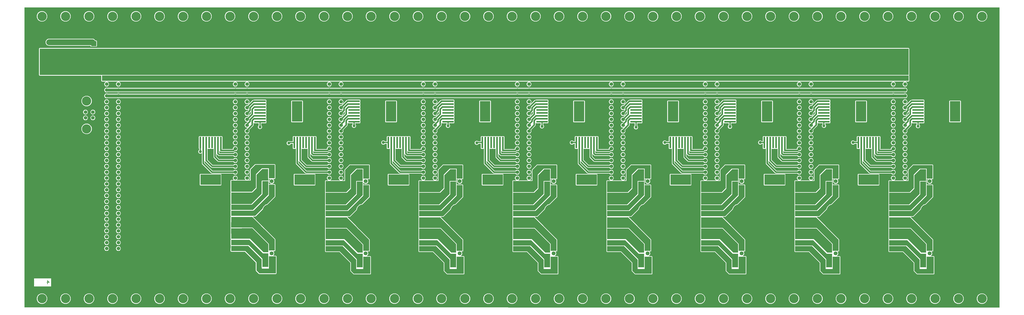
<source format=gbr>
%FSTAX23Y23*%
%MOIN*%
%SFA1B1*%

%IPPOS*%
%AMD16*
4,1,8,-0.039400,-0.078700,0.039400,-0.078700,0.078700,-0.039400,0.078700,0.039400,0.039400,0.078700,-0.039400,0.078700,-0.078700,0.039400,-0.078700,-0.039400,-0.039400,-0.078700,0.0*
%
%ADD10C,0.050000*%
%ADD12C,0.010000*%
%ADD13C,0.066535*%
%ADD14R,0.066535X0.066535*%
%ADD15C,0.187401*%
G04~CAMADD=16~4~0.0~0.0~1574.8~1574.8~0.0~393.7~0~0.0~0.0~0.0~0.0~0~0.0~0.0~0.0~0.0~0~0.0~0.0~0.0~180.0~1574.0~1574.0*
%ADD16D16*%
%ADD17C,0.060000*%
%ADD18C,0.157480*%
%ADD19C,0.157480*%
%ADD20C,0.098425*%
%ADD21C,0.050000*%
%ADD22C,0.019685*%
%ADD23R,0.196850X0.029921*%
%ADD24R,0.177165X0.346456*%
%ADD25R,0.029921X0.196850*%
%ADD26R,0.346456X0.177165*%
%ADD27R,0.088976X0.085039*%
%ADD28C,0.098425*%
%ADD29C,0.025000*%
%LNbackplane_copper_signal_bot-1*%
%LPD*%
G36*
X18429Y0719D02*
Y02079D01*
X0183Y0208*
Y0719*
X18429Y0719*
G37*
%LNbackplane_copper_signal_bot-2*%
%LPC*%
G36*
X0343Y04625D02*
X03419Y04624D01*
X03409Y0462*
X03401Y04613*
X03394Y04605*
X0339Y04595*
X03389Y04585*
X0339Y04574*
X03394Y04564*
X03401Y04556*
X03409Y04549*
X03419Y04545*
X0343Y04544*
X0344Y04545*
X0345Y04549*
X03458Y04556*
X03465Y04564*
X03469Y04574*
X0347Y04585*
X03469Y04595*
X03465Y04605*
X03458Y04613*
X0345Y0462*
X0344Y04624*
X0343Y04625*
G37*
G36*
X0323D02*
X03219Y04624D01*
X03209Y0462*
X03201Y04613*
X03194Y04605*
X0319Y04595*
X03189Y04585*
X0319Y04574*
X03194Y04564*
X03201Y04556*
X03209Y04549*
X03219Y04545*
X0323Y04544*
X0324Y04545*
X0325Y04549*
X03258Y04556*
X03265Y04564*
X03269Y04574*
X0327Y04585*
X03269Y04595*
X03265Y04605*
X03258Y04613*
X0325Y0462*
X0324Y04624*
X0323Y04625*
G37*
G36*
X0722D02*
X07209Y04624D01*
X07199Y0462*
X07191Y04613*
X07184Y04605*
X0718Y04595*
X07179Y04585*
X0718Y04574*
X07184Y04564*
X07191Y04556*
X07199Y04549*
X07209Y04545*
X0722Y04544*
X0723Y04545*
X0724Y04549*
X07248Y04556*
X07255Y04564*
X07259Y04574*
X0726Y04585*
X07259Y04595*
X07255Y04605*
X07248Y04613*
X0724Y0462*
X0723Y04624*
X0722Y04625*
G37*
G36*
X0562D02*
X05609Y04624D01*
X05599Y0462*
X05591Y04613*
X05584Y04605*
X0558Y04595*
X05579Y04585*
X0558Y04574*
X05584Y04564*
X05591Y04556*
X05599Y04549*
X05609Y04545*
X0562Y04544*
X0563Y04545*
X0564Y04549*
X05648Y04556*
X05655Y04564*
X05659Y04574*
X0566Y04585*
X05659Y04595*
X05655Y04605*
X05648Y04613*
X0564Y0462*
X0563Y04624*
X0562Y04625*
G37*
G36*
X1682Y04525D02*
X16809Y04524D01*
X16799Y0452*
X16791Y04513*
X16784Y04505*
X1678Y04495*
X16779Y04485*
X1678Y04474*
X16784Y04464*
X16791Y04456*
X16799Y04449*
X16809Y04445*
X1682Y04444*
X1683Y04445*
X1684Y04449*
X16848Y04456*
X16855Y04464*
X16859Y04474*
X1686Y04485*
X16859Y04495*
X16855Y04505*
X16848Y04513*
X1684Y0452*
X1683Y04524*
X1682Y04525*
G37*
G36*
X1202D02*
X12009Y04524D01*
X11999Y0452*
X11991Y04513*
X11984Y04505*
X1198Y04495*
X11979Y04485*
X1198Y04474*
X11984Y04464*
X11991Y04456*
X11999Y04449*
X12009Y04445*
X1202Y04444*
X1203Y04445*
X1204Y04449*
X12048Y04456*
X12055Y04464*
X12059Y04474*
X1206Y04485*
X12059Y04495*
X12055Y04505*
X12048Y04513*
X1204Y0452*
X1203Y04524*
X1202Y04525*
G37*
G36*
X1042D02*
X10409Y04524D01*
X10399Y0452*
X10391Y04513*
X10384Y04505*
X1038Y04495*
X10379Y04485*
X1038Y04474*
X10384Y04464*
X10391Y04456*
X10399Y04449*
X10409Y04445*
X1042Y04444*
X1043Y04445*
X1044Y04449*
X10448Y04456*
X10455Y04464*
X10459Y04474*
X1046Y04485*
X10459Y04495*
X10455Y04505*
X10448Y04513*
X1044Y0452*
X1043Y04524*
X1042Y04525*
G37*
G36*
X1522D02*
X15209Y04524D01*
X15199Y0452*
X15191Y04513*
X15184Y04505*
X1518Y04495*
X15179Y04485*
X1518Y04474*
X15184Y04464*
X15191Y04456*
X15199Y04449*
X15209Y04445*
X1522Y04444*
X1523Y04445*
X1524Y04449*
X15248Y04456*
X15255Y04464*
X15259Y04474*
X1526Y04485*
X15259Y04495*
X15255Y04505*
X15248Y04513*
X1524Y0452*
X1523Y04524*
X1522Y04525*
G37*
G36*
X1362D02*
X13609Y04524D01*
X13599Y0452*
X13591Y04513*
X13584Y04505*
X1358Y04495*
X13579Y04485*
X1358Y04474*
X13584Y04464*
X13591Y04456*
X13599Y04449*
X13609Y04445*
X1362Y04444*
X1363Y04445*
X1364Y04449*
X13648Y04456*
X13655Y04464*
X13659Y04474*
X1366Y04485*
X13659Y04495*
X13655Y04505*
X13648Y04513*
X1364Y0452*
X1363Y04524*
X1362Y04525*
G37*
G36*
X0882Y04625D02*
X08809Y04624D01*
X08799Y0462*
X08791Y04613*
X08784Y04605*
X0878Y04595*
X08779Y04585*
X0878Y04574*
X08784Y04564*
X08791Y04556*
X08799Y04549*
X08809Y04545*
X0882Y04544*
X0883Y04545*
X0884Y04549*
X08848Y04556*
X08855Y04564*
X08859Y04574*
X0886Y04585*
X08859Y04595*
X08855Y04605*
X08848Y04613*
X0884Y0462*
X0883Y04624*
X0882Y04625*
G37*
G36*
X0343Y04725D02*
X03419Y04724D01*
X03409Y0472*
X03401Y04713*
X03394Y04705*
X0339Y04695*
X03389Y04685*
X0339Y04674*
X03394Y04664*
X03401Y04656*
X03409Y04649*
X03419Y04645*
X0343Y04644*
X0344Y04645*
X0345Y04649*
X03458Y04656*
X03465Y04664*
X03469Y04674*
X0347Y04685*
X03469Y04695*
X03465Y04705*
X03458Y04713*
X0345Y0472*
X0344Y04724*
X0343Y04725*
G37*
G36*
X0323D02*
X03219Y04724D01*
X03209Y0472*
X03201Y04713*
X03194Y04705*
X0319Y04695*
X03189Y04685*
X0319Y04674*
X03194Y04664*
X03201Y04656*
X03209Y04649*
X03219Y04645*
X0323Y04644*
X0324Y04645*
X0325Y04649*
X03258Y04656*
X03265Y04664*
X03269Y04674*
X0327Y04685*
X03269Y04695*
X03265Y04705*
X03258Y04713*
X0325Y0472*
X0324Y04724*
X0323Y04725*
G37*
G36*
X0722D02*
X07209Y04724D01*
X07199Y0472*
X07191Y04713*
X07184Y04705*
X0718Y04695*
X07179Y04685*
X0718Y04674*
X07184Y04664*
X07191Y04656*
X07199Y04649*
X07209Y04645*
X0722Y04644*
X0723Y04645*
X0724Y04649*
X07248Y04656*
X07255Y04664*
X07259Y04674*
X0726Y04685*
X07259Y04695*
X07255Y04705*
X07248Y04713*
X0724Y0472*
X0723Y04724*
X0722Y04725*
G37*
G36*
X0562D02*
X05609Y04724D01*
X05599Y0472*
X05591Y04713*
X05584Y04705*
X0558Y04695*
X05579Y04685*
X0558Y04674*
X05584Y04664*
X05591Y04656*
X05599Y04649*
X05609Y04645*
X0562Y04644*
X0563Y04645*
X0564Y04649*
X05648Y04656*
X05655Y04664*
X05659Y04674*
X0566Y04685*
X05659Y04695*
X05655Y04705*
X05648Y04713*
X0564Y0472*
X0563Y04724*
X0562Y04725*
G37*
G36*
X1682Y04625D02*
X16809Y04624D01*
X16799Y0462*
X16791Y04613*
X16784Y04605*
X1678Y04595*
X16779Y04585*
X1678Y04574*
X16784Y04564*
X16791Y04556*
X16799Y04549*
X16809Y04545*
X1682Y04544*
X1683Y04545*
X1684Y04549*
X16848Y04556*
X16855Y04564*
X16859Y04574*
X1686Y04585*
X16859Y04595*
X16855Y04605*
X16848Y04613*
X1684Y0462*
X1683Y04624*
X1682Y04625*
G37*
G36*
X1202D02*
X12009Y04624D01*
X11999Y0462*
X11991Y04613*
X11984Y04605*
X1198Y04595*
X11979Y04585*
X1198Y04574*
X11984Y04564*
X11991Y04556*
X11999Y04549*
X12009Y04545*
X1202Y04544*
X1203Y04545*
X1204Y04549*
X12048Y04556*
X12055Y04564*
X12059Y04574*
X1206Y04585*
X12059Y04595*
X12055Y04605*
X12048Y04613*
X1204Y0462*
X1203Y04624*
X1202Y04625*
G37*
G36*
X1042D02*
X10409Y04624D01*
X10399Y0462*
X10391Y04613*
X10384Y04605*
X1038Y04595*
X10379Y04585*
X1038Y04574*
X10384Y04564*
X10391Y04556*
X10399Y04549*
X10409Y04545*
X1042Y04544*
X1043Y04545*
X1044Y04549*
X10448Y04556*
X10455Y04564*
X10459Y04574*
X1046Y04585*
X10459Y04595*
X10455Y04605*
X10448Y04613*
X1044Y0462*
X1043Y04624*
X1042Y04625*
G37*
G36*
X1522D02*
X15209Y04624D01*
X15199Y0462*
X15191Y04613*
X15184Y04605*
X1518Y04595*
X15179Y04585*
X1518Y04574*
X15184Y04564*
X15191Y04556*
X15199Y04549*
X15209Y04545*
X1522Y04544*
X1523Y04545*
X1524Y04549*
X15248Y04556*
X15255Y04564*
X15259Y04574*
X1526Y04585*
X15259Y04595*
X15255Y04605*
X15248Y04613*
X1524Y0462*
X1523Y04624*
X1522Y04625*
G37*
G36*
X1362D02*
X13609Y04624D01*
X13599Y0462*
X13591Y04613*
X13584Y04605*
X1358Y04595*
X13579Y04585*
X1358Y04574*
X13584Y04564*
X13591Y04556*
X13599Y04549*
X13609Y04545*
X1362Y04544*
X1363Y04545*
X1364Y04549*
X13648Y04556*
X13655Y04564*
X13659Y04574*
X1366Y04585*
X13659Y04595*
X13655Y04605*
X13648Y04613*
X1364Y0462*
X1363Y04624*
X1362Y04625*
G37*
G36*
X0882Y04525D02*
X08809Y04524D01*
X08799Y0452*
X08791Y04513*
X08784Y04505*
X0878Y04495*
X08779Y04485*
X0878Y04474*
X08784Y04464*
X08791Y04456*
X08799Y04449*
X08809Y04445*
X0882Y04444*
X0883Y04445*
X0884Y04449*
X08848Y04456*
X08855Y04464*
X08859Y04474*
X0886Y04485*
X08859Y04495*
X08855Y04505*
X08848Y04513*
X0884Y0452*
X0883Y04524*
X0882Y04525*
G37*
G36*
X0343Y04425D02*
X03419Y04424D01*
X03409Y0442*
X03401Y04413*
X03394Y04405*
X0339Y04395*
X03389Y04385*
X0339Y04374*
X03394Y04364*
X03401Y04356*
X03409Y04349*
X03419Y04345*
X0343Y04344*
X0344Y04345*
X0345Y04349*
X03458Y04356*
X03465Y04364*
X03469Y04374*
X0347Y04385*
X03469Y04395*
X03465Y04405*
X03458Y04413*
X0345Y0442*
X0344Y04424*
X0343Y04425*
G37*
G36*
X0323D02*
X03219Y04424D01*
X03209Y0442*
X03201Y04413*
X03194Y04405*
X0319Y04395*
X03189Y04385*
X0319Y04374*
X03194Y04364*
X03201Y04356*
X03209Y04349*
X03219Y04345*
X0323Y04344*
X0324Y04345*
X0325Y04349*
X03258Y04356*
X03265Y04364*
X03269Y04374*
X0327Y04385*
X03269Y04395*
X03265Y04405*
X03258Y04413*
X0325Y0442*
X0324Y04424*
X0323Y04425*
G37*
G36*
X0722D02*
X07209Y04424D01*
X07199Y0442*
X07191Y04413*
X07184Y04405*
X0718Y04395*
X07179Y04385*
X0718Y04374*
X07184Y04364*
X07191Y04356*
X07199Y04349*
X07209Y04345*
X0722Y04344*
X0723Y04345*
X0724Y04349*
X07248Y04356*
X07255Y04364*
X07259Y04374*
X0726Y04385*
X07259Y04395*
X07255Y04405*
X07248Y04413*
X0724Y0442*
X0723Y04424*
X0722Y04425*
G37*
G36*
X0562D02*
X05609Y04424D01*
X05599Y0442*
X05591Y04413*
X05584Y04405*
X0558Y04395*
X05579Y04385*
X0558Y04374*
X05584Y04364*
X05591Y04356*
X05599Y04349*
X05609Y04345*
X0562Y04344*
X0563Y04345*
X0564Y04349*
X05648Y04356*
X05655Y04364*
X05659Y04374*
X0566Y04385*
X05659Y04395*
X05655Y04405*
X05648Y04413*
X0564Y0442*
X0563Y04424*
X0562Y04425*
G37*
G36*
X0609Y0452D02*
X0576D01*
X05756Y04519*
X05752Y04517*
X05682Y04447*
X05672Y04437*
X0567Y04433*
X05669Y0443*
Y0425*
X05648*
X05646Y04255*
X05648Y04256*
X05655Y04264*
X05659Y04274*
X0566Y04285*
X05659Y04295*
X05655Y04305*
X05648Y04313*
X0564Y0432*
X0563Y04324*
X0562Y04325*
X05609Y04324*
X05599Y0432*
X05591Y04313*
X05584Y04305*
X0558Y04295*
X05579Y04285*
X0558Y04274*
X05584Y04264*
X05591Y04256*
X05593Y04255*
X05591Y0425*
X05448*
X05446Y04255*
X05448Y04256*
X05455Y04264*
X05459Y04274*
X0546Y04285*
X05459Y04295*
X05455Y04305*
X05448Y04313*
X0544Y0432*
X0543Y04324*
X0542Y04325*
X05409Y04324*
X05399Y0432*
X05391Y04313*
X05384Y04305*
X0538Y04295*
X05379Y04285*
X0538Y04274*
X05384Y04264*
X05391Y04256*
X05393Y04255*
X05391Y0425*
X0535*
X05346Y04249*
X05342Y04247*
X0534Y04243*
X05339Y0424*
Y0405*
X0534Y04046*
X05341Y04044*
X0534Y04043*
X05339Y04039*
Y0384*
X0534Y03836*
X05341Y03835*
X0534Y03833*
X05339Y0383*
Y0374*
X0534Y03736*
X05341Y03734*
X0534Y03733*
X05339Y03729*
Y0364*
X0534Y03636*
X05342Y03632*
Y03627*
X0534Y03623*
X05339Y0362*
Y0344*
X0534Y03436*
X05341Y03435*
X0534Y03433*
X05339Y03429*
Y0325*
X0534Y03246*
X05342Y03242*
Y03237*
X0534Y03233*
X05339Y0323*
Y0314*
X0534Y03136*
X05341Y03134*
X0534Y03133*
X0534Y03133*
X0534Y03133*
X0534Y03131*
X0534Y03129*
X05339Y03043*
X05339Y03043*
X05339Y03043*
X0534Y03041*
X0534Y03039*
X0534Y03039*
X0534Y03039*
X05341Y03037*
X05342Y03036*
X05342Y03036*
X05342Y03036*
X05346Y03032*
X05346Y03032*
X05346Y03032*
X05347Y03031*
X05349Y0303*
X05349Y0303*
X05349Y0303*
X05351Y0303*
X05353Y03029*
X05353Y03029*
X05353Y03029*
X05585Y03029*
X05769Y02845*
Y0271*
X0577Y02706*
X05772Y02702*
X05822Y02652*
X05826Y0265*
X0583Y02649*
X0611*
X06113Y0265*
X06117Y02652*
X06119Y02656*
X0612Y0266*
Y02945*
Y0295*
X06119Y02953*
Y02953*
X06118Y02955*
X06117Y02957*
X06115Y02958*
X06113Y02959*
X06113*
X06109Y0296*
X06067*
X06065Y02965*
X0607Y02969*
X06077Y02978*
X06082Y02988*
X06083Y03*
X06082Y03011*
X06077Y03021*
X0607Y0303*
X06065Y03034*
X06067Y03039*
X0609*
X06093Y0304*
X06097Y03042*
X06099Y03046*
X061Y0305*
Y03239*
Y0324*
X06099Y03243*
X06097Y03247*
X05926Y03418*
X05926Y03418*
X05925Y03418*
X05917Y03425*
X0591Y03433*
X0591Y03433*
X0591Y03434*
X05867Y03477*
X05719Y03624*
X05721Y03629*
X0576*
X05763Y0363*
X05767Y03632*
X0589Y03756*
X05891Y03756*
X05891Y03757*
X05892Y03758*
X05892Y03759*
X05893Y0376*
X05893Y0376*
X05894Y03767*
X059Y0378*
X05908Y03793*
X05917Y03804*
X05928Y03813*
X05941Y03821*
X05955Y03827*
X05961Y03828*
X05961Y03829*
X05962Y03829*
X05963Y03829*
X05964Y0383*
X05965Y03831*
X05965Y03831*
X06097Y03962*
X06099Y03966*
X061Y0397*
Y0417*
X06099Y04173*
X06097Y04177*
X06093Y04179*
X0609Y0418*
X0599*
Y0423*
X05989Y04233*
X05988Y04235*
X05989Y04236*
X0599Y0424*
Y04269*
X06012*
X06013Y04264*
X06009Y0426*
X06002Y04251*
X05997Y04241*
X05996Y0423*
X05997Y04218*
X06002Y04208*
X06009Y04199*
X06018Y04192*
X06028Y04187*
X06039Y04186*
X06051Y04187*
X06061Y04192*
X0607Y04199*
X06077Y04208*
X06082Y04218*
X06083Y0423*
X06082Y04241*
X06077Y04251*
X0607Y0426*
X06065Y04264*
X06067Y04269*
X0609*
X06093Y0427*
X06097Y04272*
X06099Y04276*
X061Y0428*
Y0451*
X06099Y04513*
X06097Y04517*
X06093Y04519*
X0609Y0452*
G37*
G36*
X14087Y04515D02*
X13757D01*
X13753Y04514*
X1375Y04512*
X1368Y04442*
X1367Y04432*
X13668Y04429*
X13667Y04425*
Y04245*
X13642*
X13641Y04247*
X1364Y0425*
X13648Y04256*
X13655Y04264*
X13659Y04274*
X1366Y04285*
X13659Y04295*
X13655Y04305*
X13648Y04313*
X1364Y0432*
X1363Y04324*
X1362Y04325*
X13609Y04324*
X13599Y0432*
X13591Y04313*
X13584Y04305*
X1358Y04295*
X13579Y04285*
X1358Y04274*
X13584Y04264*
X13591Y04256*
X13599Y0425*
X13598Y04247*
X13597Y04245*
X13442*
X13441Y04247*
X1344Y0425*
X13448Y04256*
X13455Y04264*
X13459Y04274*
X1346Y04285*
X13459Y04295*
X13455Y04305*
X13448Y04313*
X1344Y0432*
X1343Y04324*
X1342Y04325*
X13409Y04324*
X13399Y0432*
X13391Y04313*
X13384Y04305*
X1338Y04295*
X13379Y04285*
X1338Y04274*
X13384Y04264*
X13391Y04256*
X13399Y0425*
X13398Y04247*
X13397Y04245*
X13347*
X13343Y04244*
X1334Y04242*
X13338Y04239*
X13337Y04235*
Y04045*
X13338Y04041*
X13339Y0404*
X13338Y04038*
X13337Y04035*
Y03835*
X13338Y03831*
X13339Y0383*
X13338Y03829*
X13337Y03825*
Y03735*
X13338Y03731*
X13339Y0373*
X13338Y03728*
X13337Y03725*
Y03635*
X13338Y03631*
X1334Y03628*
Y03622*
X13338Y03619*
X13337Y03615*
Y03435*
X13338Y03431*
X13339Y0343*
X13338Y03429*
X13337Y03425*
Y03245*
X13338Y03241*
X1334Y03238*
Y03232*
X13338Y03229*
X13337Y03225*
Y03135*
X13338Y03131*
X13339Y03129*
X13338Y03129*
X13338Y03128*
X13338Y03128*
X13338Y03127*
X13337Y03125*
X13337Y03038*
X13337Y03038*
X13337Y03038*
X13338Y03036*
X13338Y03034*
X13338Y03034*
X13338Y03034*
X13339Y03033*
X1334Y03031*
X1334Y03031*
X1334Y03031*
X13344Y03028*
X13344Y03028*
X13344Y03028*
X13345Y03026*
X13347Y03025*
X13347Y03025*
X13347Y03025*
X13349Y03025*
X13351Y03025*
X13351Y03025*
X13351Y03025*
X13583*
X13767Y02841*
Y02705*
X13768Y02701*
X1377Y02698*
X1382Y02648*
X13823Y02645*
X13827Y02645*
X14107*
X14111Y02645*
X14115Y02648*
X14117Y02651*
X14118Y02655*
Y0294*
Y0294*
X14118Y02945*
X14117Y02949*
Y02949*
X14116Y02951*
X14115Y02952*
X14113Y02953*
X14111Y02954*
X14111*
X14107Y02955*
X14059*
X14058Y0296*
X14061Y02962*
X1407Y02969*
X14077Y02978*
X14082Y02988*
X14083Y03*
X14082Y03011*
X14077Y03021*
X14071Y0303*
X14072Y03035*
X14087*
X14091Y03035*
X14095Y03038*
X14097Y03041*
X14098Y03045*
Y03235*
X14097Y03239*
X14095Y03242*
X14082Y03254*
X14082Y03255*
X1408Y03258*
X14077Y0326*
X14076Y0326*
X13865Y03472*
X13717Y0362*
X13719Y03625*
X13757*
X13761Y03625*
X13765Y03628*
X13889Y03752*
X1389Y03753*
X1389Y03753*
X13891Y03755*
X13892Y03756*
X13892Y03756*
X13892Y03757*
X13894Y03767*
X139Y0378*
X13908Y03793*
X13917Y03804*
X13928Y03813*
X13941Y03821*
X13955Y03827*
X13964Y03829*
X13965Y03829*
X13966Y0383*
X13967Y0383*
X13968Y03831*
X13968Y03831*
X13969Y03832*
X14095Y03958*
X14097Y03961*
X14098Y03965*
Y04165*
X14097Y04169*
X14095Y04172*
X14091Y04174*
X14087Y04175*
X13988*
Y04225*
X13987Y04229*
X13986Y0423*
X13987Y04231*
X13988Y04235*
Y04265*
X14006*
X14008Y0426*
X14002Y04251*
X13997Y04241*
X13996Y0423*
X13997Y04218*
X14002Y04208*
X14009Y04199*
X14018Y04192*
X14028Y04187*
X14039Y04186*
X14051Y04187*
X14061Y04192*
X1407Y04199*
X14077Y04208*
X14082Y04218*
X14083Y0423*
X14082Y04241*
X14077Y04251*
X14071Y0426*
X14072Y04265*
X14087*
X14091Y04265*
X14095Y04268*
X14097Y04271*
X14098Y04275*
Y04505*
X14097Y04509*
X14095Y04512*
X14091Y04514*
X14087Y04515*
G37*
G36*
X12487D02*
X12157D01*
X12153Y04514*
X1215Y04512*
X1208Y04442*
X1207Y04432*
X12068Y04429*
X12067Y04425*
Y04245*
X12042*
X12041Y04247*
X1204Y0425*
X12048Y04256*
X12055Y04264*
X12059Y04274*
X1206Y04285*
X12059Y04295*
X12055Y04305*
X12048Y04313*
X1204Y0432*
X1203Y04324*
X1202Y04325*
X12009Y04324*
X11999Y0432*
X11991Y04313*
X11984Y04305*
X1198Y04295*
X11979Y04285*
X1198Y04274*
X11984Y04264*
X11991Y04256*
X11999Y0425*
X11998Y04247*
X11997Y04245*
X11842*
X11841Y04247*
X1184Y0425*
X11848Y04256*
X11855Y04264*
X11859Y04274*
X1186Y04285*
X11859Y04295*
X11855Y04305*
X11848Y04313*
X1184Y0432*
X1183Y04324*
X1182Y04325*
X11809Y04324*
X11799Y0432*
X11791Y04313*
X11784Y04305*
X1178Y04295*
X11779Y04285*
X1178Y04274*
X11784Y04264*
X11791Y04256*
X11799Y0425*
X11798Y04247*
X11797Y04245*
X11747*
X11743Y04244*
X1174Y04242*
X11738Y04239*
X11737Y04235*
Y04045*
X11738Y04041*
X11739Y0404*
X11738Y04038*
X11737Y04035*
Y03835*
X11738Y03831*
X11739Y0383*
X11738Y03829*
X11737Y03825*
Y03735*
X11738Y03731*
X11739Y0373*
X11738Y03728*
X11737Y03725*
Y03635*
X11738Y03631*
X1174Y03628*
Y03622*
X11738Y03619*
X11737Y03615*
Y03435*
X11738Y03431*
X11739Y0343*
X11738Y03429*
X11737Y03425*
Y03245*
X11738Y03241*
X1174Y03238*
Y03232*
X11738Y03229*
X11737Y03225*
Y03135*
X11738Y03131*
X11739Y03129*
X11738Y03129*
X11738Y03128*
X11738Y03128*
X11738Y03127*
X11737Y03125*
X11737Y03038*
X11737Y03038*
X11737Y03038*
X11738Y03036*
X11738Y03034*
X11738Y03034*
X11738Y03034*
X11739Y03033*
X1174Y03031*
X1174Y03031*
X1174Y03031*
X11744Y03028*
X11744Y03028*
X11744Y03028*
X11745Y03026*
X11747Y03025*
X11747Y03025*
X11747Y03025*
X11749Y03025*
X11751Y03025*
X11751Y03025*
X11751Y03025*
X11983*
X12167Y02841*
Y02705*
X12168Y02701*
X1217Y02698*
X1222Y02648*
X12223Y02645*
X12227Y02645*
X12507*
X12511Y02645*
X12515Y02648*
X12517Y02651*
X12518Y02655*
Y0294*
Y0294*
Y02945*
X12517Y02949*
Y02949*
X12516Y02951*
X12515Y02952*
X12515*
X12513Y02953*
X12511Y02954*
X12507Y02955*
X12459*
X12458Y0296*
X12461Y02962*
X1247Y02969*
X12477Y02978*
X12482Y02988*
X12483Y03*
X12482Y03011*
X12477Y03021*
X12471Y0303*
X12472Y03035*
X12487*
X12491Y03035*
X12495Y03038*
X12497Y03041*
X12498Y03045*
Y03235*
X12497Y03239*
X12495Y03242*
X12482Y03254*
X12482Y03255*
X1248Y03258*
X12477Y0326*
X12476Y0326*
X12265Y03472*
X12117Y0362*
X12119Y03625*
X12157*
X12157*
X12161Y03625*
X12165Y03628*
X12289Y03752*
X1229Y03753*
X1229Y03753*
X12291Y03755*
X12292Y03756*
X12292Y03756*
X12292Y03757*
X12294Y03767*
X123Y0378*
X12308Y03793*
X12317Y03804*
X12328Y03813*
X12341Y03821*
X12355Y03827*
X12364Y03829*
X12365Y03829*
X12366Y0383*
X12367Y0383*
X12368Y03831*
X12368Y03831*
X12369Y03832*
X12495Y03958*
X12497Y03961*
X12498Y03965*
Y04165*
X12497Y04169*
X12495Y04172*
X12491Y04174*
X12487Y04175*
X12388*
Y04225*
X12387Y04229*
X12386Y0423*
X12387Y04231*
X12388Y04235*
Y04265*
X12406*
X12408Y0426*
X12402Y04251*
X12397Y04241*
X12396Y0423*
X12397Y04218*
X12402Y04208*
X12409Y04199*
X12418Y04192*
X12428Y04187*
X12439Y04186*
X12451Y04187*
X12461Y04192*
X1247Y04199*
X12477Y04208*
X12482Y04218*
X12483Y0423*
X12482Y04241*
X12477Y04251*
X12471Y0426*
X12472Y04265*
X12487*
X12491Y04265*
X12495Y04268*
X12497Y04271*
X12498Y04275*
Y04505*
X12497Y04509*
X12495Y04512*
X12491Y04514*
X12487Y04515*
G37*
G36*
X17287D02*
X16957D01*
X16953Y04514*
X1695Y04512*
X1695*
X1688Y04442*
X1687Y04432*
X16868Y04429*
X16867Y04425*
Y04245*
X16842*
X16841Y04247*
X1684Y0425*
X16848Y04256*
X16855Y04264*
X16859Y04274*
X1686Y04285*
X16859Y04295*
X16855Y04305*
X16848Y04313*
X1684Y0432*
X1683Y04324*
X1682Y04325*
X16809Y04324*
X16799Y0432*
X16791Y04313*
X16784Y04305*
X1678Y04295*
X16779Y04285*
X1678Y04274*
X16784Y04264*
X16791Y04256*
X16799Y0425*
X16798Y04247*
X16797Y04245*
X16642*
X16641Y04247*
X1664Y0425*
X16648Y04256*
X16655Y04264*
X16659Y04274*
X1666Y04285*
X16659Y04295*
X16655Y04305*
X16648Y04313*
X1664Y0432*
X1663Y04324*
X1662Y04325*
X16609Y04324*
X16599Y0432*
X16591Y04313*
X16584Y04305*
X1658Y04295*
X16579Y04285*
X1658Y04274*
X16584Y04264*
X16591Y04256*
X16599Y0425*
X16598Y04247*
X16597Y04245*
X16547*
X16543Y04244*
X1654Y04242*
X16538Y04239*
X16537Y04235*
Y04045*
X16538Y04041*
X16539Y0404*
X16538Y04038*
X16537Y04035*
Y03835*
X16538Y03831*
X16539Y0383*
X16538Y03829*
X16537Y03825*
Y03735*
X16538Y03731*
X16539Y0373*
X16538Y03728*
X16537Y03725*
Y03635*
X16538Y03631*
X1654Y03628*
Y03622*
X16538Y03619*
X16537Y03615*
Y03435*
X16538Y03431*
X16539Y0343*
X16538Y03429*
X16537Y03425*
Y03245*
X16538Y03241*
X1654Y03238*
Y03232*
X16538Y03229*
X16537Y03225*
Y03135*
X16538Y03131*
X16539Y03129*
X16538Y03129*
X16538Y03128*
X16538Y03128*
X16538Y03127*
X16537Y03125*
X16537Y03038*
X16537Y03038*
X16537Y03038*
X16538Y03036*
X16538Y03034*
X16538Y03034*
X16538Y03034*
X16539Y03033*
X1654Y03031*
X1654Y03031*
X1654Y03031*
X16544Y03028*
X16544Y03028*
X16544Y03028*
X16545Y03026*
X16547Y03025*
X16547Y03025*
X16547Y03025*
X16549Y03025*
X16551Y03025*
X16551Y03025*
X16551Y03025*
X16783*
X16967Y02841*
Y02705*
X16968Y02701*
X1697Y02698*
X1702Y02648*
X17023Y02645*
X17027Y02645*
X17307*
X17311Y02645*
X17315Y02648*
X17317Y02651*
X17318Y02655*
Y0294*
Y0294*
X17318Y02945*
X17317Y02949*
Y02949*
X17316Y02951*
X17315Y02952*
X17313Y02953*
X17311Y02954*
X17311*
X17307Y02955*
X17259*
X17258Y0296*
X17261Y02962*
X1727Y02969*
X17277Y02978*
X17282Y02988*
X17283Y03*
X17282Y03011*
X17277Y03021*
X17271Y0303*
X17272Y03035*
X17287*
X17291Y03035*
X17295Y03038*
X17297Y03041*
X17298Y03045*
Y03235*
X17297Y03239*
X17295Y03242*
X17282Y03254*
X17282Y03255*
X1728Y03258*
X17277Y0326*
X17276Y0326*
X17065Y03472*
X16917Y0362*
X16919Y03625*
X16957*
X16961Y03625*
X16965Y03628*
X17089Y03752*
X1709Y03753*
X1709Y03753*
X17091Y03755*
X17092Y03756*
X17092Y03756*
X17092Y03757*
X17094Y03767*
X171Y0378*
X17108Y03793*
X17117Y03804*
X17128Y03813*
X17141Y03821*
X17155Y03827*
X17164Y03829*
X17165Y03829*
X17166Y0383*
X17167Y0383*
X17168Y03831*
X17168Y03831*
X17169Y03832*
X17295Y03958*
X17297Y03961*
X17298Y03965*
Y04165*
X17297Y04169*
X17295Y04172*
X17291Y04174*
X17287Y04175*
X17188*
Y04225*
X17187Y04229*
X17186Y0423*
X17187Y04231*
X17188Y04235*
Y04265*
X17206*
X17208Y0426*
X17202Y04251*
X17197Y04241*
X17196Y0423*
X17197Y04218*
X17202Y04208*
X17209Y04199*
X17218Y04192*
X17228Y04187*
X17239Y04186*
X17251Y04187*
X17261Y04192*
X1727Y04199*
X17277Y04208*
X17282Y04218*
X17283Y0423*
X17282Y04241*
X17277Y04251*
X17271Y0426*
X17272Y04265*
X17287*
X17291Y04265*
X17295Y04268*
X17297Y04271*
X17298Y04275*
Y04505*
X17297Y04509*
X17295Y04512*
X17291Y04514*
X17287Y04515*
G37*
G36*
X15687D02*
X15357D01*
X15353Y04514*
X1535Y04512*
X1528Y04442*
X1527Y04432*
X15268Y04429*
X15267Y04425*
Y04245*
X15242*
X15241Y04247*
X1524Y0425*
X15248Y04256*
X15255Y04264*
X15259Y04274*
X1526Y04285*
X15259Y04295*
X15255Y04305*
X15248Y04313*
X1524Y0432*
X1523Y04324*
X1522Y04325*
X15209Y04324*
X15199Y0432*
X15191Y04313*
X15184Y04305*
X1518Y04295*
X15179Y04285*
X1518Y04274*
X15184Y04264*
X15191Y04256*
X15199Y0425*
X15198Y04247*
X15197Y04245*
X15042*
X15041Y04247*
X1504Y0425*
X15048Y04256*
X15055Y04264*
X15059Y04274*
X1506Y04285*
X15059Y04295*
X15055Y04305*
X15048Y04313*
X1504Y0432*
X1503Y04324*
X1502Y04325*
X15009Y04324*
X14999Y0432*
X14991Y04313*
X14984Y04305*
X1498Y04295*
X14979Y04285*
X1498Y04274*
X14984Y04264*
X14991Y04256*
X14999Y0425*
X14998Y04247*
X14997Y04245*
X14947*
X14943Y04244*
X1494Y04242*
X14938Y04239*
X14937Y04235*
Y04045*
X14938Y04041*
X14939Y0404*
X14938Y04038*
X14937Y04035*
Y03835*
X14938Y03831*
X14939Y0383*
X14938Y03829*
X14937Y03825*
Y03735*
X14938Y03731*
X14939Y0373*
X14938Y03728*
X14937Y03725*
Y03635*
X14938Y03631*
X1494Y03628*
Y03622*
X14938Y03619*
X14937Y03615*
Y03435*
X14938Y03431*
X14939Y0343*
X14938Y03429*
X14937Y03425*
Y03245*
X14938Y03241*
X1494Y03238*
Y03232*
X14938Y03229*
X14937Y03225*
Y03135*
X14938Y03131*
X14939Y03129*
X14938Y03129*
X14938Y03128*
X14938Y03128*
X14938Y03127*
X14937Y03125*
X14937Y03038*
X14937Y03038*
X14937Y03038*
X14938Y03036*
X14938Y03034*
X14938Y03034*
X14938Y03034*
X14939Y03033*
X1494Y03031*
X1494Y03031*
X1494Y03031*
X14944Y03028*
X14944Y03028*
X14944Y03028*
X14945Y03026*
X14947Y03025*
X14947Y03025*
X14947Y03025*
X14949Y03025*
X14951Y03025*
X14951Y03025*
X14951Y03025*
X15183*
X15367Y02841*
Y02705*
X15368Y02701*
X1537Y02698*
X1542Y02648*
X15423Y02645*
X15427Y02645*
X15707*
X15711Y02645*
X15715Y02648*
X15717Y02651*
X15718Y02655*
Y0294*
Y0294*
Y02945*
X15717Y02949*
Y02949*
X15716Y02951*
X15715Y02952*
X15713Y02953*
X15711Y02954*
X15707Y02955*
X15659*
X15658Y0296*
X15661Y02962*
X1567Y02969*
X15677Y02978*
X15682Y02988*
X15683Y03*
X15682Y03011*
X15677Y03021*
X15671Y0303*
X15672Y03035*
X15687*
X15691Y03035*
X15695Y03038*
X15697Y03041*
X15698Y03045*
Y03235*
X15697Y03239*
X15695Y03242*
X15682Y03254*
X15682Y03255*
X1568Y03258*
X15677Y0326*
X15676Y0326*
X15465Y03472*
X15317Y0362*
X15319Y03625*
X15357*
X15357*
X15361Y03625*
X15365Y03628*
X15489Y03752*
X1549Y03753*
X1549Y03753*
X15491Y03755*
X15492Y03756*
X15492Y03756*
X15492Y03757*
X15494Y03767*
X155Y0378*
X15508Y03793*
X15517Y03804*
X15528Y03813*
X15541Y03821*
X15555Y03827*
X15564Y03829*
X15565Y03829*
X15566Y0383*
X15567Y0383*
X15568Y03831*
X15568Y03831*
X15569Y03832*
X15695Y03958*
X15697Y03961*
X15698Y03965*
Y04165*
X15697Y04169*
X15695Y04172*
X15691Y04174*
X15687Y04175*
X15588*
Y04225*
X15587Y04229*
X15586Y0423*
X15587Y04231*
X15588Y04235*
Y04265*
X15606*
X15608Y0426*
X15602Y04251*
X15597Y04241*
X15596Y0423*
X15597Y04218*
X15602Y04208*
X15609Y04199*
X15618Y04192*
X15628Y04187*
X15639Y04186*
X15651Y04187*
X15661Y04192*
X1567Y04199*
X15677Y04208*
X15682Y04218*
X15683Y0423*
X15682Y04241*
X15677Y04251*
X15671Y0426*
X15672Y04265*
X15687*
X15691Y04265*
X15695Y04268*
X15697Y04271*
X15698Y04275*
Y04505*
X15697Y04509*
X15695Y04512*
X15691Y04514*
X15687Y04515*
G37*
G36*
X0882Y04425D02*
X08809Y04424D01*
X08799Y0442*
X08791Y04413*
X08784Y04405*
X0878Y04395*
X08779Y04385*
X0878Y04374*
X08784Y04364*
X08791Y04356*
X08799Y04349*
X08809Y04345*
X0882Y04344*
X0883Y04345*
X0884Y04349*
X08848Y04356*
X08855Y04364*
X08859Y04374*
X0886Y04385*
X08859Y04395*
X08855Y04405*
X08848Y04413*
X0884Y0442*
X0883Y04424*
X0882Y04425*
G37*
G36*
X0343Y04525D02*
X03419Y04524D01*
X03409Y0452*
X03401Y04513*
X03394Y04505*
X0339Y04495*
X03389Y04485*
X0339Y04474*
X03394Y04464*
X03401Y04456*
X03409Y04449*
X03419Y04445*
X0343Y04444*
X0344Y04445*
X0345Y04449*
X03458Y04456*
X03465Y04464*
X03469Y04474*
X0347Y04485*
X03469Y04495*
X03465Y04505*
X03458Y04513*
X0345Y0452*
X0344Y04524*
X0343Y04525*
G37*
G36*
X0323D02*
X03219Y04524D01*
X03209Y0452*
X03201Y04513*
X03194Y04505*
X0319Y04495*
X03189Y04485*
X0319Y04474*
X03194Y04464*
X03201Y04456*
X03209Y04449*
X03219Y04445*
X0323Y04444*
X0324Y04445*
X0325Y04449*
X03258Y04456*
X03265Y04464*
X03269Y04474*
X0327Y04485*
X03269Y04495*
X03265Y04505*
X03258Y04513*
X0325Y0452*
X0324Y04524*
X0323Y04525*
G37*
G36*
X0722D02*
X07209Y04524D01*
X07199Y0452*
X07191Y04513*
X07184Y04505*
X0718Y04495*
X07179Y04485*
X0718Y04474*
X07184Y04464*
X07191Y04456*
X07199Y04449*
X07209Y04445*
X0722Y04444*
X0723Y04445*
X0724Y04449*
X07248Y04456*
X07255Y04464*
X07259Y04474*
X0726Y04485*
X07259Y04495*
X07255Y04505*
X07248Y04513*
X0724Y0452*
X0723Y04524*
X0722Y04525*
G37*
G36*
X0562D02*
X05609Y04524D01*
X05599Y0452*
X05591Y04513*
X05584Y04505*
X0558Y04495*
X05579Y04485*
X0558Y04474*
X05584Y04464*
X05591Y04456*
X05599Y04449*
X05609Y04445*
X0562Y04444*
X0563Y04445*
X0564Y04449*
X05648Y04456*
X05655Y04464*
X05659Y04474*
X0566Y04485*
X05659Y04495*
X05655Y04505*
X05648Y04513*
X0564Y0452*
X0563Y04524*
X0562Y04525*
G37*
G36*
X1682Y04425D02*
X16809Y04424D01*
X16799Y0442*
X16791Y04413*
X16784Y04405*
X1678Y04395*
X16779Y04385*
X1678Y04374*
X16784Y04364*
X16791Y04356*
X16799Y04349*
X16809Y04345*
X1682Y04344*
X1683Y04345*
X1684Y04349*
X16848Y04356*
X16855Y04364*
X16859Y04374*
X1686Y04385*
X16859Y04395*
X16855Y04405*
X16848Y04413*
X1684Y0442*
X1683Y04424*
X1682Y04425*
G37*
G36*
X1202D02*
X12009Y04424D01*
X11999Y0442*
X11991Y04413*
X11984Y04405*
X1198Y04395*
X11979Y04385*
X1198Y04374*
X11984Y04364*
X11991Y04356*
X11999Y04349*
X12009Y04345*
X1202Y04344*
X1203Y04345*
X1204Y04349*
X12048Y04356*
X12055Y04364*
X12059Y04374*
X1206Y04385*
X12059Y04395*
X12055Y04405*
X12048Y04413*
X1204Y0442*
X1203Y04424*
X1202Y04425*
G37*
G36*
X1042D02*
X10409Y04424D01*
X10399Y0442*
X10391Y04413*
X10384Y04405*
X1038Y04395*
X10379Y04385*
X1038Y04374*
X10384Y04364*
X10391Y04356*
X10399Y04349*
X10409Y04345*
X1042Y04344*
X1043Y04345*
X1044Y04349*
X10448Y04356*
X10455Y04364*
X10459Y04374*
X1046Y04385*
X10459Y04395*
X10455Y04405*
X10448Y04413*
X1044Y0442*
X1043Y04424*
X1042Y04425*
G37*
G36*
X1522D02*
X15209Y04424D01*
X15199Y0442*
X15191Y04413*
X15184Y04405*
X1518Y04395*
X15179Y04385*
X1518Y04374*
X15184Y04364*
X15191Y04356*
X15199Y04349*
X15209Y04345*
X1522Y04344*
X1523Y04345*
X1524Y04349*
X15248Y04356*
X15255Y04364*
X15259Y04374*
X1526Y04385*
X15259Y04395*
X15255Y04405*
X15248Y04413*
X1524Y0442*
X1523Y04424*
X1522Y04425*
G37*
G36*
X1362D02*
X13609Y04424D01*
X13599Y0442*
X13591Y04413*
X13584Y04405*
X1358Y04395*
X13579Y04385*
X1358Y04374*
X13584Y04364*
X13591Y04356*
X13599Y04349*
X13609Y04345*
X1362Y04344*
X1363Y04345*
X1364Y04349*
X13648Y04356*
X13655Y04364*
X13659Y04374*
X1366Y04385*
X13659Y04395*
X13655Y04405*
X13648Y04413*
X1364Y0442*
X1363Y04424*
X1362Y04425*
G37*
G36*
X1182Y04925D02*
X11809Y04924D01*
X11799Y0492*
X11791Y04913*
X11784Y04905*
X1178Y04895*
X11779Y04885*
X1178Y04874*
X11784Y04864*
X11791Y04856*
X11799Y04849*
X11809Y04845*
X1182Y04844*
X1183Y04845*
X1184Y04849*
X11848Y04856*
X11855Y04864*
X11859Y04874*
X1186Y04885*
X11859Y04895*
X11855Y04905*
X11848Y04913*
X1184Y0492*
X1183Y04924*
X1182Y04925*
G37*
G36*
X1042D02*
X10409Y04924D01*
X10399Y0492*
X10391Y04913*
X10384Y04905*
X1038Y04895*
X10379Y04885*
X1038Y04874*
X10384Y04864*
X10391Y04856*
X10399Y04849*
X10409Y04845*
X1042Y04844*
X1043Y04845*
X1044Y04849*
X10448Y04856*
X10455Y04864*
X10459Y04874*
X1046Y04885*
X10459Y04895*
X10455Y04905*
X10448Y04913*
X1044Y0492*
X1043Y04924*
X1042Y04925*
G37*
G36*
X1342D02*
X13409Y04924D01*
X13399Y0492*
X13391Y04913*
X13384Y04905*
X1338Y04895*
X13379Y04885*
X1338Y04874*
X13384Y04864*
X13391Y04856*
X13399Y04849*
X13409Y04845*
X1342Y04844*
X1343Y04845*
X1344Y04849*
X13448Y04856*
X13455Y04864*
X13459Y04874*
X1346Y04885*
X13459Y04895*
X13455Y04905*
X13448Y04913*
X1344Y0492*
X1343Y04924*
X1342Y04925*
G37*
G36*
X1202D02*
X12009Y04924D01*
X11999Y0492*
X11991Y04913*
X11984Y04905*
X1198Y04895*
X11979Y04885*
X1198Y04874*
X11984Y04864*
X11991Y04856*
X11999Y04849*
X12009Y04845*
X1202Y04844*
X1203Y04845*
X1204Y04849*
X12048Y04856*
X12055Y04864*
X12059Y04874*
X1206Y04885*
X12059Y04895*
X12055Y04905*
X12048Y04913*
X1204Y0492*
X1203Y04924*
X1202Y04925*
G37*
G36*
X1022D02*
X10209Y04924D01*
X10199Y0492*
X10191Y04913*
X10184Y04905*
X1018Y04895*
X10179Y04885*
X1018Y04874*
X10184Y04864*
X10191Y04856*
X10199Y04849*
X10209Y04845*
X1022Y04844*
X1023Y04845*
X1024Y04849*
X10248Y04856*
X10255Y04864*
X10259Y04874*
X1026Y04885*
X10259Y04895*
X10255Y04905*
X10248Y04913*
X1024Y0492*
X1023Y04924*
X1022Y04925*
G37*
G36*
X0722D02*
X07209Y04924D01*
X07199Y0492*
X07191Y04913*
X07184Y04905*
X0718Y04895*
X07179Y04885*
X0718Y04874*
X07184Y04864*
X07191Y04856*
X07199Y04849*
X07209Y04845*
X0722Y04844*
X0723Y04845*
X0724Y04849*
X07248Y04856*
X07255Y04864*
X07259Y04874*
X0726Y04885*
X07259Y04895*
X07255Y04905*
X07248Y04913*
X0724Y0492*
X0723Y04924*
X0722Y04925*
G37*
G36*
X0702D02*
X07009Y04924D01*
X06999Y0492*
X06991Y04913*
X06984Y04905*
X0698Y04895*
X06979Y04885*
X0698Y04874*
X06984Y04864*
X06991Y04856*
X06999Y04849*
X07009Y04845*
X0702Y04844*
X0703Y04845*
X0704Y04849*
X07048Y04856*
X07055Y04864*
X07059Y04874*
X0706Y04885*
X07059Y04895*
X07055Y04905*
X07048Y04913*
X0704Y0492*
X0703Y04924*
X0702Y04925*
G37*
G36*
X0882D02*
X08809Y04924D01*
X08799Y0492*
X08791Y04913*
X08784Y04905*
X0878Y04895*
X08779Y04885*
X0878Y04874*
X08784Y04864*
X08791Y04856*
X08799Y04849*
X08809Y04845*
X0882Y04844*
X0883Y04845*
X0884Y04849*
X08848Y04856*
X08855Y04864*
X08859Y04874*
X0886Y04885*
X08859Y04895*
X08855Y04905*
X08848Y04913*
X0884Y0492*
X0883Y04924*
X0882Y04925*
G37*
G36*
X0862D02*
X08609Y04924D01*
X08599Y0492*
X08591Y04913*
X08584Y04905*
X0858Y04895*
X08579Y04885*
X0858Y04874*
X08584Y04864*
X08591Y04856*
X08599Y04849*
X08609Y04845*
X0862Y04844*
X0863Y04845*
X0864Y04849*
X08648Y04856*
X08655Y04864*
X08659Y04874*
X0866Y04885*
X08659Y04895*
X08655Y04905*
X08648Y04913*
X0864Y0492*
X0863Y04924*
X0862Y04925*
G37*
G36*
X1362D02*
X13609Y04924D01*
X13599Y0492*
X13591Y04913*
X13584Y04905*
X1358Y04895*
X13579Y04885*
X1358Y04874*
X13584Y04864*
X13591Y04856*
X13599Y04849*
X13609Y04845*
X1362Y04844*
X1363Y04845*
X1364Y04849*
X13648Y04856*
X13655Y04864*
X13659Y04874*
X1366Y04885*
X13659Y04895*
X13655Y04905*
X13648Y04913*
X1364Y0492*
X1363Y04924*
X1362Y04925*
G37*
G36*
X0542Y05025D02*
X05409Y05024D01*
X05399Y0502*
X05391Y05013*
X05384Y05005*
X0538Y04995*
X05379Y04985*
X0538Y04974*
X05384Y04964*
X05391Y04956*
X05399Y04949*
X05409Y04945*
X0542Y04944*
X0543Y04945*
X0544Y04949*
X05448Y04956*
X05455Y04964*
X05459Y04974*
X0546Y04985*
X05459Y04995*
X05455Y05005*
X05448Y05013*
X0544Y0502*
X0543Y05024*
X0542Y05025*
G37*
G36*
X0343D02*
X03419Y05024D01*
X03409Y0502*
X03401Y05013*
X03394Y05005*
X0339Y04995*
X03389Y04985*
X0339Y04974*
X03394Y04964*
X03401Y04956*
X03409Y04949*
X03419Y04945*
X0343Y04944*
X0344Y04945*
X0345Y04949*
X03458Y04956*
X03465Y04964*
X03469Y04974*
X0347Y04985*
X03469Y04995*
X03465Y05005*
X03458Y05013*
X0345Y0502*
X0344Y05024*
X0343Y05025*
G37*
G36*
X0702D02*
X07009Y05024D01*
X06999Y0502*
X06991Y05013*
X06984Y05005*
X0698Y04995*
X06979Y04985*
X0698Y04974*
X06984Y04964*
X06991Y04956*
X06999Y04949*
X07009Y04945*
X0702Y04944*
X0703Y04945*
X0704Y04949*
X07048Y04956*
X07055Y04964*
X07059Y04974*
X0706Y04985*
X07059Y04995*
X07055Y05005*
X07048Y05013*
X0704Y0502*
X0703Y05024*
X0702Y05025*
G37*
G36*
X0562D02*
X05609Y05024D01*
X05599Y0502*
X05591Y05013*
X05584Y05005*
X0558Y04995*
X05579Y04985*
X0558Y04974*
X05584Y04964*
X05591Y04956*
X05599Y04949*
X05609Y04945*
X0562Y04944*
X0563Y04945*
X0564Y04949*
X05648Y04956*
X05655Y04964*
X05659Y04974*
X0566Y04985*
X05659Y04995*
X05655Y05005*
X05648Y05013*
X0564Y0502*
X0563Y05024*
X0562Y05025*
G37*
G36*
X0323D02*
X03219Y05024D01*
X03209Y0502*
X03201Y05013*
X03194Y05005*
X0319Y04995*
X03189Y04985*
X0319Y04974*
X03194Y04964*
X03201Y04956*
X03209Y04949*
X03219Y04945*
X0323Y04944*
X0324Y04945*
X0325Y04949*
X03258Y04956*
X03265Y04964*
X03269Y04974*
X0327Y04985*
X03269Y04995*
X03265Y05005*
X03258Y05013*
X0325Y0502*
X0324Y05024*
X0323Y05025*
G37*
G36*
X1522Y04925D02*
X15209Y04924D01*
X15199Y0492*
X15191Y04913*
X15184Y04905*
X1518Y04895*
X15179Y04885*
X1518Y04874*
X15184Y04864*
X15191Y04856*
X15199Y04849*
X15209Y04845*
X1522Y04844*
X1523Y04845*
X1524Y04849*
X15248Y04856*
X15255Y04864*
X15259Y04874*
X1526Y04885*
X15259Y04895*
X15255Y04905*
X15248Y04913*
X1524Y0492*
X1523Y04924*
X1522Y04925*
G37*
G36*
X1502D02*
X15009Y04924D01*
X14999Y0492*
X14991Y04913*
X14984Y04905*
X1498Y04895*
X14979Y04885*
X1498Y04874*
X14984Y04864*
X14991Y04856*
X14999Y04849*
X15009Y04845*
X1502Y04844*
X1503Y04845*
X1504Y04849*
X15048Y04856*
X15055Y04864*
X15059Y04874*
X1506Y04885*
X15059Y04895*
X15055Y04905*
X15048Y04913*
X1504Y0492*
X1503Y04924*
X1502Y04925*
G37*
G36*
X1682D02*
X16809Y04924D01*
X16799Y0492*
X16791Y04913*
X16784Y04905*
X1678Y04895*
X16779Y04885*
X1678Y04874*
X16784Y04864*
X16791Y04856*
X16799Y04849*
X16809Y04845*
X1682Y04844*
X1683Y04845*
X1684Y04849*
X16848Y04856*
X16855Y04864*
X16859Y04874*
X1686Y04885*
X16859Y04895*
X16855Y04905*
X16848Y04913*
X1684Y0492*
X1683Y04924*
X1682Y04925*
G37*
G36*
X1662D02*
X16609Y04924D01*
X16599Y0492*
X16591Y04913*
X16584Y04905*
X1658Y04895*
X16579Y04885*
X1658Y04874*
X16584Y04864*
X16591Y04856*
X16599Y04849*
X16609Y04845*
X1662Y04844*
X1663Y04845*
X1664Y04849*
X16648Y04856*
X16655Y04864*
X16659Y04874*
X1666Y04885*
X16659Y04895*
X16655Y04905*
X16648Y04913*
X1664Y0492*
X1663Y04924*
X1662Y04925*
G37*
G36*
X0562D02*
X05609Y04924D01*
X05599Y0492*
X05591Y04913*
X05584Y04905*
X0558Y04895*
X05579Y04885*
X0558Y04874*
X05584Y04864*
X05591Y04856*
X05599Y04849*
X05609Y04845*
X0562Y04844*
X0563Y04845*
X0564Y04849*
X05648Y04856*
X05655Y04864*
X05659Y04874*
X0566Y04885*
X05659Y04895*
X05655Y04905*
X05648Y04913*
X0564Y0492*
X0563Y04924*
X0562Y04925*
G37*
G36*
X0323Y04825D02*
X03219Y04824D01*
X03209Y0482*
X03201Y04813*
X03194Y04805*
X0319Y04795*
X03189Y04785*
X0319Y04774*
X03194Y04764*
X03201Y04756*
X03209Y04749*
X03219Y04745*
X0323Y04744*
X0324Y04745*
X0325Y04749*
X03258Y04756*
X03265Y04764*
X03269Y04774*
X0327Y04785*
X03269Y04795*
X03265Y04805*
X03258Y04813*
X0325Y0482*
X0324Y04824*
X0323Y04825*
G37*
G36*
X1682Y04725D02*
X16809Y04724D01*
X16799Y0472*
X16791Y04713*
X16784Y04705*
X1678Y04695*
X16779Y04685*
X1678Y04674*
X16784Y04664*
X16791Y04656*
X16799Y04649*
X16809Y04645*
X1682Y04644*
X1683Y04645*
X1684Y04649*
X16848Y04656*
X16855Y04664*
X16859Y04674*
X1686Y04685*
X16859Y04695*
X16855Y04705*
X16848Y04713*
X1684Y0472*
X1683Y04724*
X1682Y04725*
G37*
G36*
X0562Y04825D02*
X05609Y04824D01*
X05599Y0482*
X05591Y04813*
X05584Y04805*
X0558Y04795*
X05579Y04785*
X0558Y04774*
X05584Y04764*
X05591Y04756*
X05599Y04749*
X05609Y04745*
X0562Y04744*
X0563Y04745*
X0564Y04749*
X05648Y04756*
X05655Y04764*
X05659Y04774*
X0566Y04785*
X05659Y04795*
X05655Y04805*
X05648Y04813*
X0564Y0482*
X0563Y04824*
X0562Y04825*
G37*
G36*
X0343D02*
X03419Y04824D01*
X03409Y0482*
X03401Y04813*
X03394Y04805*
X0339Y04795*
X03389Y04785*
X0339Y04774*
X03394Y04764*
X03401Y04756*
X03409Y04749*
X03419Y04745*
X0343Y04744*
X0344Y04745*
X0345Y04749*
X03458Y04756*
X03465Y04764*
X03469Y04774*
X0347Y04785*
X03469Y04795*
X03465Y04805*
X03458Y04813*
X0345Y0482*
X0344Y04824*
X0343Y04825*
G37*
G36*
X1522Y04725D02*
X15209Y04724D01*
X15199Y0472*
X15191Y04713*
X15184Y04705*
X1518Y04695*
X15179Y04685*
X1518Y04674*
X15184Y04664*
X15191Y04656*
X15199Y04649*
X15209Y04645*
X1522Y04644*
X1523Y04645*
X1524Y04649*
X15248Y04656*
X15255Y04664*
X15259Y04674*
X1526Y04685*
X15259Y04695*
X15255Y04705*
X15248Y04713*
X1524Y0472*
X1523Y04724*
X1522Y04725*
G37*
G36*
X1042D02*
X10409Y04724D01*
X10399Y0472*
X10391Y04713*
X10384Y04705*
X1038Y04695*
X10379Y04685*
X1038Y04674*
X10384Y04664*
X10391Y04656*
X10399Y04649*
X10409Y04645*
X1042Y04644*
X1043Y04645*
X1044Y04649*
X10448Y04656*
X10455Y04664*
X10459Y04674*
X1046Y04685*
X10459Y04695*
X10455Y04705*
X10448Y04713*
X1044Y0472*
X1043Y04724*
X1042Y04725*
G37*
G36*
X0882D02*
X08809Y04724D01*
X08799Y0472*
X08791Y04713*
X08784Y04705*
X0878Y04695*
X08779Y04685*
X0878Y04674*
X08784Y04664*
X08791Y04656*
X08799Y04649*
X08809Y04645*
X0882Y04644*
X0883Y04645*
X0884Y04649*
X08848Y04656*
X08855Y04664*
X08859Y04674*
X0886Y04685*
X08859Y04695*
X08855Y04705*
X08848Y04713*
X0884Y0472*
X0883Y04724*
X0882Y04725*
G37*
G36*
X1362D02*
X13609Y04724D01*
X13599Y0472*
X13591Y04713*
X13584Y04705*
X1358Y04695*
X13579Y04685*
X1358Y04674*
X13584Y04664*
X13591Y04656*
X13599Y04649*
X13609Y04645*
X1362Y04644*
X1363Y04645*
X1364Y04649*
X13648Y04656*
X13655Y04664*
X13659Y04674*
X1366Y04685*
X13659Y04695*
X13655Y04705*
X13648Y04713*
X1364Y0472*
X1363Y04724*
X1362Y04725*
G37*
G36*
X1202D02*
X12009Y04724D01*
X11999Y0472*
X11991Y04713*
X11984Y04705*
X1198Y04695*
X11979Y04685*
X1198Y04674*
X11984Y04664*
X11991Y04656*
X11999Y04649*
X12009Y04645*
X1202Y04644*
X1203Y04645*
X1204Y04649*
X12048Y04656*
X12055Y04664*
X12059Y04674*
X1206Y04685*
X12059Y04695*
X12055Y04705*
X12048Y04713*
X1204Y0472*
X1203Y04724*
X1202Y04725*
G37*
G36*
X0722Y04825D02*
X07209Y04824D01*
X07199Y0482*
X07191Y04813*
X07184Y04805*
X0718Y04795*
X07179Y04785*
X0718Y04774*
X07184Y04764*
X07191Y04756*
X07199Y04749*
X07209Y04745*
X0722Y04744*
X0723Y04745*
X0724Y04749*
X07248Y04756*
X07255Y04764*
X07259Y04774*
X0726Y04785*
X07259Y04795*
X07255Y04805*
X07248Y04813*
X0724Y0482*
X0723Y04824*
X0722Y04825*
G37*
G36*
X0323Y04925D02*
X03219Y04924D01*
X03209Y0492*
X03201Y04913*
X03194Y04905*
X0319Y04895*
X03189Y04885*
X0319Y04874*
X03194Y04864*
X03201Y04856*
X03209Y04849*
X03219Y04845*
X0323Y04844*
X0324Y04845*
X0325Y04849*
X03258Y04856*
X03265Y04864*
X03269Y04874*
X0327Y04885*
X03269Y04895*
X03265Y04905*
X03258Y04913*
X0325Y0492*
X0324Y04924*
X0323Y04925*
G37*
G36*
X1682Y04825D02*
X16809Y04824D01*
X16799Y0482*
X16791Y04813*
X16784Y04805*
X1678Y04795*
X16779Y04785*
X1678Y04774*
X16784Y04764*
X16791Y04756*
X16799Y04749*
X16809Y04745*
X1682Y04744*
X1683Y04745*
X1684Y04749*
X16848Y04756*
X16855Y04764*
X16859Y04774*
X1686Y04785*
X16859Y04795*
X16855Y04805*
X16848Y04813*
X1684Y0482*
X1683Y04824*
X1682Y04825*
G37*
G36*
X0542Y04925D02*
X05409Y04924D01*
X05399Y0492*
X05391Y04913*
X05384Y04905*
X0538Y04895*
X05379Y04885*
X0538Y04874*
X05384Y04864*
X05391Y04856*
X05399Y04849*
X05409Y04845*
X0542Y04844*
X0543Y04845*
X0544Y04849*
X05448Y04856*
X05455Y04864*
X05459Y04874*
X0546Y04885*
X05459Y04895*
X05455Y04905*
X05448Y04913*
X0544Y0492*
X0543Y04924*
X0542Y04925*
G37*
G36*
X0343D02*
X03419Y04924D01*
X03409Y0492*
X03401Y04913*
X03394Y04905*
X0339Y04895*
X03389Y04885*
X0339Y04874*
X03394Y04864*
X03401Y04856*
X03409Y04849*
X03419Y04845*
X0343Y04844*
X0344Y04845*
X0345Y04849*
X03458Y04856*
X03465Y04864*
X03469Y04874*
X0347Y04885*
X03469Y04895*
X03465Y04905*
X03458Y04913*
X0345Y0492*
X0344Y04924*
X0343Y04925*
G37*
G36*
X1522Y04825D02*
X15209Y04824D01*
X15199Y0482*
X15191Y04813*
X15184Y04805*
X1518Y04795*
X15179Y04785*
X1518Y04774*
X15184Y04764*
X15191Y04756*
X15199Y04749*
X15209Y04745*
X1522Y04744*
X1523Y04745*
X1524Y04749*
X15248Y04756*
X15255Y04764*
X15259Y04774*
X1526Y04785*
X15259Y04795*
X15255Y04805*
X15248Y04813*
X1524Y0482*
X1523Y04824*
X1522Y04825*
G37*
G36*
X1042D02*
X10409Y04824D01*
X10399Y0482*
X10391Y04813*
X10384Y04805*
X1038Y04795*
X10379Y04785*
X1038Y04774*
X10384Y04764*
X10391Y04756*
X10399Y04749*
X10409Y04745*
X1042Y04744*
X1043Y04745*
X1044Y04749*
X10448Y04756*
X10455Y04764*
X10459Y04774*
X1046Y04785*
X10459Y04795*
X10455Y04805*
X10448Y04813*
X1044Y0482*
X1043Y04824*
X1042Y04825*
G37*
G36*
X0882D02*
X08809Y04824D01*
X08799Y0482*
X08791Y04813*
X08784Y04805*
X0878Y04795*
X08779Y04785*
X0878Y04774*
X08784Y04764*
X08791Y04756*
X08799Y04749*
X08809Y04745*
X0882Y04744*
X0883Y04745*
X0884Y04749*
X08848Y04756*
X08855Y04764*
X08859Y04774*
X0886Y04785*
X08859Y04795*
X08855Y04805*
X08848Y04813*
X0884Y0482*
X0883Y04824*
X0882Y04825*
G37*
G36*
X1362D02*
X13609Y04824D01*
X13599Y0482*
X13591Y04813*
X13584Y04805*
X1358Y04795*
X13579Y04785*
X1358Y04774*
X13584Y04764*
X13591Y04756*
X13599Y04749*
X13609Y04745*
X1362Y04744*
X1363Y04745*
X1364Y04749*
X13648Y04756*
X13655Y04764*
X13659Y04774*
X1366Y04785*
X13659Y04795*
X13655Y04805*
X13648Y04813*
X1364Y0482*
X1363Y04824*
X1362Y04825*
G37*
G36*
X1202D02*
X12009Y04824D01*
X11999Y0482*
X11991Y04813*
X11984Y04805*
X1198Y04795*
X11979Y04785*
X1198Y04774*
X11984Y04764*
X11991Y04756*
X11999Y04749*
X12009Y04745*
X1202Y04744*
X1203Y04745*
X1204Y04749*
X12048Y04756*
X12055Y04764*
X12059Y04774*
X1206Y04785*
X12059Y04795*
X12055Y04805*
X12048Y04813*
X1204Y0482*
X1203Y04824*
X1202Y04825*
G37*
G36*
X10887Y04515D02*
X10557D01*
X10553Y04514*
X1055Y04512*
X1048Y04442*
X1047Y04432*
X10468Y04429*
X10467Y04425*
Y04245*
X10442*
X10441Y04247*
X1044Y0425*
X10448Y04256*
X10455Y04264*
X10459Y04274*
X1046Y04285*
X10459Y04295*
X10455Y04305*
X10448Y04313*
X1044Y0432*
X1043Y04324*
X1042Y04325*
X10409Y04324*
X10399Y0432*
X10391Y04313*
X10384Y04305*
X1038Y04295*
X10379Y04285*
X1038Y04274*
X10384Y04264*
X10391Y04256*
X10399Y0425*
X10398Y04247*
X10397Y04245*
X10242*
X10241Y04247*
X1024Y0425*
X10248Y04256*
X10255Y04264*
X10259Y04274*
X1026Y04285*
X10259Y04295*
X10255Y04305*
X10248Y04313*
X1024Y0432*
X1023Y04324*
X1022Y04325*
X10209Y04324*
X10199Y0432*
X10191Y04313*
X10184Y04305*
X1018Y04295*
X10179Y04285*
X1018Y04274*
X10184Y04264*
X10191Y04256*
X10199Y0425*
X10198Y04247*
X10197Y04245*
X10147*
X10143Y04244*
X1014Y04242*
X10138Y04239*
X10137Y04235*
Y04045*
X10138Y04041*
X10139Y0404*
X10138Y04038*
X10137Y04035*
Y03835*
X10138Y03831*
X10139Y0383*
X10138Y03829*
X10137Y03825*
Y03735*
X10138Y03731*
X10139Y0373*
X10138Y03728*
X10137Y03725*
Y03635*
X10138Y03631*
X1014Y03628*
Y03622*
X10138Y03619*
X10137Y03615*
Y03435*
X10138Y03431*
X10139Y0343*
X10138Y03429*
X10137Y03425*
Y03245*
X10138Y03241*
X1014Y03238*
Y03232*
X10138Y03229*
X10137Y03225*
Y03135*
X10138Y03131*
X10139Y03129*
X10138Y03129*
X10138Y03128*
X10138Y03128*
X10138Y03127*
X10137Y03125*
X10137Y03038*
X10137Y03038*
X10137Y03038*
X10138Y03036*
X10138Y03034*
X10138Y03034*
X10138Y03034*
X10139Y03033*
X1014Y03031*
X1014Y03031*
X1014Y03031*
X10144Y03028*
X10144Y03028*
X10144Y03028*
X10145Y03026*
X10147Y03025*
X10147Y03025*
X10147Y03025*
X10149Y03025*
X10151Y03025*
X10151Y03025*
X10151Y03025*
X10383*
X10567Y02841*
Y02705*
X10568Y02701*
X1057Y02698*
X1062Y02648*
X10623Y02645*
X10627Y02645*
X10907*
X10911Y02645*
X10915Y02648*
X10917Y02651*
X10918Y02655*
Y0294*
Y0294*
X10918Y02945*
X10917Y02949*
Y02949*
X10916Y02951*
X10915Y02952*
X10913Y02953*
X10911Y02954*
X10907Y02955*
X10859*
X10858Y0296*
X10861Y02962*
X1087Y02969*
X10877Y02978*
X10882Y02988*
X10883Y03*
X10882Y03011*
X10877Y03021*
X10871Y0303*
X10872Y03035*
X10887*
X10891Y03035*
X10895Y03038*
X10897Y03041*
X10898Y03045*
Y03235*
X10897Y03239*
X10895Y03242*
X10882Y03254*
X10882Y03255*
X1088Y03258*
X10877Y0326*
X10876Y0326*
X10665Y03472*
X10665*
X10517Y0362*
X10519Y03625*
X10557*
X10561Y03625*
X10565Y03628*
X10689Y03752*
X1069Y03753*
X1069Y03753*
X10691Y03755*
X10692Y03756*
X10692Y03756*
X10692Y03757*
X10694Y03767*
X107Y0378*
X10708Y03793*
X10717Y03804*
X10728Y03813*
X10741Y03821*
X10755Y03827*
X10764Y03829*
X10765Y03829*
X10766Y0383*
X10767Y0383*
X10768Y03831*
X10768Y03831*
X10769Y03832*
X10895Y03958*
X10897Y03961*
X10898Y03965*
Y04165*
X10897Y04169*
X10895Y04172*
X10891Y04174*
X10887Y04175*
X10788*
Y04225*
X10787Y04229*
X10786Y0423*
X10787Y04231*
X10788Y04235*
Y04265*
X10806*
X10808Y0426*
X10802Y04251*
X10797Y04241*
X10796Y0423*
X10797Y04218*
X10802Y04208*
X10809Y04199*
X10818Y04192*
X10828Y04187*
X10839Y04186*
X10851Y04187*
X10861Y04192*
X1087Y04199*
X10877Y04208*
X10882Y04218*
X10883Y0423*
X10882Y04241*
X10877Y04251*
X10871Y0426*
X10872Y04265*
X10887*
X10891Y04265*
X10895Y04268*
X10897Y04271*
X10898Y04275*
Y04505*
X10897Y04509*
X10895Y04512*
X10891Y04514*
X10887Y04515*
G37*
G36*
X12529Y02319D02*
X12512Y02317D01*
X12495Y02312*
X1248Y02304*
X12466Y02293*
X12455Y02279*
X12447Y02264*
X12442Y02247*
X1244Y0223*
X12442Y02212*
X12447Y02195*
X12455Y0218*
X12466Y02166*
X1248Y02155*
X12495Y02147*
X12512Y02142*
X12529Y0214*
X12547Y02142*
X12564Y02147*
X12579Y02155*
X12593Y02166*
X12604Y0218*
X12612Y02195*
X12617Y02212*
X12619Y0223*
X12617Y02247*
X12612Y02264*
X12604Y02279*
X12593Y02293*
X12579Y02304*
X12564Y02312*
X12547Y02317*
X12529Y02319*
G37*
G36*
X12129D02*
X12112Y02317D01*
X12095Y02312*
X1208Y02304*
X12066Y02293*
X12055Y02279*
X12047Y02264*
X12042Y02247*
X1204Y0223*
X12042Y02212*
X12047Y02195*
X12055Y0218*
X12066Y02166*
X1208Y02155*
X12095Y02147*
X12112Y02142*
X12129Y0214*
X12147Y02142*
X12164Y02147*
X12179Y02155*
X12193Y02166*
X12204Y0218*
X12212Y02195*
X12217Y02212*
X12219Y0223*
X12217Y02247*
X12212Y02264*
X12204Y02279*
X12193Y02293*
X12179Y02304*
X12164Y02312*
X12147Y02317*
X12129Y02319*
G37*
G36*
X1333D02*
X13312Y02317D01*
X13295Y02312*
X1328Y02304*
X13266Y02293*
X13255Y02279*
X13247Y02264*
X13242Y02247*
X1324Y0223*
X13242Y02212*
X13247Y02195*
X13255Y0218*
X13266Y02166*
X1328Y02155*
X13295Y02147*
X13312Y02142*
X1333Y0214*
X13347Y02142*
X13364Y02147*
X13379Y02155*
X13393Y02166*
X13404Y0218*
X13412Y02195*
X13417Y02212*
X13419Y0223*
X13417Y02247*
X13412Y02264*
X13404Y02279*
X13393Y02293*
X13379Y02304*
X13364Y02312*
X13347Y02317*
X1333Y02319*
G37*
G36*
X1293D02*
X12912Y02317D01*
X12895Y02312*
X1288Y02304*
X12866Y02293*
X12855Y02279*
X12847Y02264*
X12842Y02247*
X1284Y0223*
X12842Y02212*
X12847Y02195*
X12855Y0218*
X12866Y02166*
X1288Y02155*
X12895Y02147*
X12912Y02142*
X1293Y0214*
X12947Y02142*
X12964Y02147*
X12979Y02155*
X12993Y02166*
X13004Y0218*
X13012Y02195*
X13017Y02212*
X13019Y0223*
X13017Y02247*
X13012Y02264*
X13004Y02279*
X12993Y02293*
X12979Y02304*
X12964Y02312*
X12947Y02317*
X1293Y02319*
G37*
G36*
X11729D02*
X11712Y02317D01*
X11695Y02312*
X1168Y02304*
X11666Y02293*
X11655Y02279*
X11647Y02264*
X11642Y02247*
X1164Y0223*
X11642Y02212*
X11647Y02195*
X11655Y0218*
X11666Y02166*
X1168Y02155*
X11695Y02147*
X11712Y02142*
X11729Y0214*
X11747Y02142*
X11764Y02147*
X11779Y02155*
X11793Y02166*
X11804Y0218*
X11812Y02195*
X11817Y02212*
X11819Y0223*
X11817Y02247*
X11812Y02264*
X11804Y02279*
X11793Y02293*
X11779Y02304*
X11764Y02312*
X11747Y02317*
X11729Y02319*
G37*
G36*
X1053D02*
X10512Y02317D01*
X10495Y02312*
X1048Y02304*
X10466Y02293*
X10455Y02279*
X10447Y02264*
X10442Y02247*
X1044Y0223*
X10442Y02212*
X10447Y02195*
X10455Y0218*
X10466Y02166*
X1048Y02155*
X10495Y02147*
X10512Y02142*
X1053Y0214*
X10547Y02142*
X10564Y02147*
X10579Y02155*
X10593Y02166*
X10604Y0218*
X10612Y02195*
X10617Y02212*
X10619Y0223*
X10617Y02247*
X10612Y02264*
X10604Y02279*
X10593Y02293*
X10579Y02304*
X10564Y02312*
X10547Y02317*
X1053Y02319*
G37*
G36*
X1013D02*
X10112Y02317D01*
X10095Y02312*
X1008Y02304*
X10066Y02293*
X10055Y02279*
X10047Y02264*
X10042Y02247*
X1004Y0223*
X10042Y02212*
X10047Y02195*
X10055Y0218*
X10066Y02166*
X1008Y02155*
X10095Y02147*
X10112Y02142*
X1013Y0214*
X10147Y02142*
X10164Y02147*
X10179Y02155*
X10193Y02166*
X10204Y0218*
X10212Y02195*
X10217Y02212*
X10219Y0223*
X10217Y02247*
X10212Y02264*
X10204Y02279*
X10193Y02293*
X10179Y02304*
X10164Y02312*
X10147Y02317*
X1013Y02319*
G37*
G36*
X1133D02*
X11312Y02317D01*
X11295Y02312*
X1128Y02304*
X11266Y02293*
X11255Y02279*
X11247Y02264*
X11242Y02247*
X1124Y0223*
X11242Y02212*
X11247Y02195*
X11255Y0218*
X11266Y02166*
X1128Y02155*
X11295Y02147*
X11312Y02142*
X1133Y0214*
X11347Y02142*
X11364Y02147*
X11379Y02155*
X11393Y02166*
X11404Y0218*
X11412Y02195*
X11417Y02212*
X11419Y0223*
X11417Y02247*
X11412Y02264*
X11404Y02279*
X11393Y02293*
X11379Y02304*
X11364Y02312*
X11347Y02317*
X1133Y02319*
G37*
G36*
X1093D02*
X10912Y02317D01*
X10895Y02312*
X1088Y02304*
X10866Y02293*
X10855Y02279*
X10847Y02264*
X10842Y02247*
X1084Y0223*
X10842Y02212*
X10847Y02195*
X10855Y0218*
X10866Y02166*
X1088Y02155*
X10895Y02147*
X10912Y02142*
X1093Y0214*
X10947Y02142*
X10964Y02147*
X10979Y02155*
X10993Y02166*
X11004Y0218*
X11012Y02195*
X11017Y02212*
X11019Y0223*
X11017Y02247*
X11012Y02264*
X11004Y02279*
X10993Y02293*
X10979Y02304*
X10964Y02312*
X10947Y02317*
X1093Y02319*
G37*
G36*
X1373D02*
X13712Y02317D01*
X13695Y02312*
X1368Y02304*
X13666Y02293*
X13655Y02279*
X13647Y02264*
X13642Y02247*
X1364Y0223*
X13642Y02212*
X13647Y02195*
X13655Y0218*
X13666Y02166*
X1368Y02155*
X13695Y02147*
X13712Y02142*
X1373Y0214*
X13747Y02142*
X13764Y02147*
X13779Y02155*
X13793Y02166*
X13804Y0218*
X13812Y02195*
X13817Y02212*
X13819Y0223*
X13817Y02247*
X13812Y02264*
X13804Y02279*
X13793Y02293*
X13779Y02304*
X13764Y02312*
X13747Y02317*
X1373Y02319*
G37*
G36*
X1653D02*
X16512Y02317D01*
X16495Y02312*
X1648Y02304*
X16466Y02293*
X16455Y02279*
X16447Y02264*
X16442Y02247*
X1644Y0223*
X16442Y02212*
X16447Y02195*
X16455Y0218*
X16466Y02166*
X1648Y02155*
X16495Y02147*
X16512Y02142*
X1653Y0214*
X16547Y02142*
X16564Y02147*
X16579Y02155*
X16593Y02166*
X16604Y0218*
X16612Y02195*
X16617Y02212*
X16619Y0223*
X16617Y02247*
X16612Y02264*
X16604Y02279*
X16593Y02293*
X16579Y02304*
X16564Y02312*
X16547Y02317*
X1653Y02319*
G37*
G36*
X1613D02*
X16112Y02317D01*
X16095Y02312*
X1608Y02304*
X16066Y02293*
X16055Y02279*
X16047Y02264*
X16042Y02247*
X1604Y0223*
X16042Y02212*
X16047Y02195*
X16055Y0218*
X16066Y02166*
X1608Y02155*
X16095Y02147*
X16112Y02142*
X1613Y0214*
X16147Y02142*
X16164Y02147*
X16179Y02155*
X16193Y02166*
X16204Y0218*
X16212Y02195*
X16217Y02212*
X16219Y0223*
X16217Y02247*
X16212Y02264*
X16204Y02279*
X16193Y02293*
X16179Y02304*
X16164Y02312*
X16147Y02317*
X1613Y02319*
G37*
G36*
X1733D02*
X17312Y02317D01*
X17295Y02312*
X1728Y02304*
X17266Y02293*
X17255Y02279*
X17247Y02264*
X17242Y02247*
X1724Y0223*
X17242Y02212*
X17247Y02195*
X17255Y0218*
X17266Y02166*
X1728Y02155*
X17295Y02147*
X17312Y02142*
X1733Y0214*
X17347Y02142*
X17364Y02147*
X17379Y02155*
X17393Y02166*
X17404Y0218*
X17412Y02195*
X17417Y02212*
X17419Y0223*
X17417Y02247*
X17412Y02264*
X17404Y02279*
X17393Y02293*
X17379Y02304*
X17364Y02312*
X17347Y02317*
X1733Y02319*
G37*
G36*
X1693D02*
X16912Y02317D01*
X16895Y02312*
X1688Y02304*
X16866Y02293*
X16855Y02279*
X16847Y02264*
X16842Y02247*
X1684Y0223*
X16842Y02212*
X16847Y02195*
X16855Y0218*
X16866Y02166*
X1688Y02155*
X16895Y02147*
X16912Y02142*
X1693Y0214*
X16947Y02142*
X16964Y02147*
X16979Y02155*
X16993Y02166*
X17004Y0218*
X17012Y02195*
X17017Y02212*
X17019Y0223*
X17017Y02247*
X17012Y02264*
X17004Y02279*
X16993Y02293*
X16979Y02304*
X16964Y02312*
X16947Y02317*
X1693Y02319*
G37*
G36*
X15729D02*
X15712Y02317D01*
X15695Y02312*
X1568Y02304*
X15666Y02293*
X15655Y02279*
X15647Y02264*
X15642Y02247*
X1564Y0223*
X15642Y02212*
X15647Y02195*
X15655Y0218*
X15666Y02166*
X1568Y02155*
X15695Y02147*
X15712Y02142*
X15729Y0214*
X15747Y02142*
X15764Y02147*
X15779Y02155*
X15793Y02166*
X15804Y0218*
X15812Y02195*
X15817Y02212*
X15819Y0223*
X15817Y02247*
X15812Y02264*
X15804Y02279*
X15793Y02293*
X15779Y02304*
X15764Y02312*
X15747Y02317*
X15729Y02319*
G37*
G36*
X1453D02*
X14512Y02317D01*
X14495Y02312*
X1448Y02304*
X14466Y02293*
X14455Y02279*
X14447Y02264*
X14442Y02247*
X1444Y0223*
X14442Y02212*
X14447Y02195*
X14455Y0218*
X14466Y02166*
X1448Y02155*
X14495Y02147*
X14512Y02142*
X1453Y0214*
X14547Y02142*
X14564Y02147*
X14579Y02155*
X14593Y02166*
X14604Y0218*
X14612Y02195*
X14617Y02212*
X14619Y0223*
X14617Y02247*
X14612Y02264*
X14604Y02279*
X14593Y02293*
X14579Y02304*
X14564Y02312*
X14547Y02317*
X1453Y02319*
G37*
G36*
X1413D02*
X14112Y02317D01*
X14095Y02312*
X1408Y02304*
X14066Y02293*
X14055Y02279*
X14047Y02264*
X14042Y02247*
X1404Y0223*
X14042Y02212*
X14047Y02195*
X14055Y0218*
X14066Y02166*
X1408Y02155*
X14095Y02147*
X14112Y02142*
X1413Y0214*
X14147Y02142*
X14164Y02147*
X14179Y02155*
X14193Y02166*
X14204Y0218*
X14212Y02195*
X14217Y02212*
X14219Y0223*
X14217Y02247*
X14212Y02264*
X14204Y02279*
X14193Y02293*
X14179Y02304*
X14164Y02312*
X14147Y02317*
X1413Y02319*
G37*
G36*
X15329D02*
X15312Y02317D01*
X15295Y02312*
X1528Y02304*
X15266Y02293*
X15255Y02279*
X15247Y02264*
X15242Y02247*
X1524Y0223*
X15242Y02212*
X15247Y02195*
X15255Y0218*
X15266Y02166*
X1528Y02155*
X15295Y02147*
X15312Y02142*
X15329Y0214*
X15347Y02142*
X15364Y02147*
X15379Y02155*
X15393Y02166*
X15404Y0218*
X15412Y02195*
X15417Y02212*
X15419Y0223*
X15417Y02247*
X15412Y02264*
X15404Y02279*
X15393Y02293*
X15379Y02304*
X15364Y02312*
X15347Y02317*
X15329Y02319*
G37*
G36*
X14929D02*
X14912Y02317D01*
X14895Y02312*
X1488Y02304*
X14866Y02293*
X14855Y02279*
X14847Y02264*
X14842Y02247*
X1484Y0223*
X14842Y02212*
X14847Y02195*
X14855Y0218*
X14866Y02166*
X1488Y02155*
X14895Y02147*
X14912Y02142*
X14929Y0214*
X14947Y02142*
X14964Y02147*
X14979Y02155*
X14993Y02166*
X15004Y0218*
X15012Y02195*
X15017Y02212*
X15019Y0223*
X15017Y02247*
X15012Y02264*
X15004Y02279*
X14993Y02293*
X14979Y02304*
X14964Y02312*
X14947Y02317*
X14929Y02319*
G37*
G36*
X0973D02*
X09712Y02317D01*
X09695Y02312*
X0968Y02304*
X09666Y02293*
X09655Y02279*
X09647Y02264*
X09642Y02247*
X0964Y0223*
X09642Y02212*
X09647Y02195*
X09655Y0218*
X09666Y02166*
X0968Y02155*
X09695Y02147*
X09712Y02142*
X0973Y0214*
X09747Y02142*
X09764Y02147*
X09779Y02155*
X09793Y02166*
X09804Y0218*
X09812Y02195*
X09817Y02212*
X09819Y0223*
X09817Y02247*
X09812Y02264*
X09804Y02279*
X09793Y02293*
X09779Y02304*
X09764Y02312*
X09747Y02317*
X0973Y02319*
G37*
G36*
X0453D02*
X04512Y02317D01*
X04495Y02312*
X0448Y02304*
X04466Y02293*
X04455Y02279*
X04447Y02264*
X04442Y02247*
X0444Y0223*
X04442Y02212*
X04447Y02195*
X04455Y0218*
X04466Y02166*
X0448Y02155*
X04495Y02147*
X04512Y02142*
X0453Y0214*
X04547Y02142*
X04564Y02147*
X04579Y02155*
X04593Y02166*
X04604Y0218*
X04612Y02195*
X04617Y02212*
X04619Y0223*
X04617Y02247*
X04612Y02264*
X04604Y02279*
X04593Y02293*
X04579Y02304*
X04564Y02312*
X04547Y02317*
X0453Y02319*
G37*
G36*
X0413D02*
X04112Y02317D01*
X04095Y02312*
X0408Y02304*
X04066Y02293*
X04055Y02279*
X04047Y02264*
X04042Y02247*
X0404Y0223*
X04042Y02212*
X04047Y02195*
X04055Y0218*
X04066Y02166*
X0408Y02155*
X04095Y02147*
X04112Y02142*
X0413Y0214*
X04147Y02142*
X04164Y02147*
X04179Y02155*
X04193Y02166*
X04204Y0218*
X04212Y02195*
X04217Y02212*
X04219Y0223*
X04217Y02247*
X04212Y02264*
X04204Y02279*
X04193Y02293*
X04179Y02304*
X04164Y02312*
X04147Y02317*
X0413Y02319*
G37*
G36*
X0533D02*
X05312Y02317D01*
X05295Y02312*
X0528Y02304*
X05266Y02293*
X05255Y02279*
X05247Y02264*
X05242Y02247*
X0524Y0223*
X05242Y02212*
X05247Y02195*
X05255Y0218*
X05266Y02166*
X0528Y02155*
X05295Y02147*
X05312Y02142*
X0533Y0214*
X05347Y02142*
X05364Y02147*
X05379Y02155*
X05393Y02166*
X05404Y0218*
X05412Y02195*
X05417Y02212*
X05419Y0223*
X05417Y02247*
X05412Y02264*
X05404Y02279*
X05393Y02293*
X05379Y02304*
X05364Y02312*
X05347Y02317*
X0533Y02319*
G37*
G36*
X0493D02*
X04912Y02317D01*
X04895Y02312*
X0488Y02304*
X04866Y02293*
X04855Y02279*
X04847Y02264*
X04842Y02247*
X0484Y0223*
X04842Y02212*
X04847Y02195*
X04855Y0218*
X04866Y02166*
X0488Y02155*
X04895Y02147*
X04912Y02142*
X0493Y0214*
X04947Y02142*
X04964Y02147*
X04979Y02155*
X04993Y02166*
X05004Y0218*
X05012Y02195*
X05017Y02212*
X05019Y0223*
X05017Y02247*
X05012Y02264*
X05004Y02279*
X04993Y02293*
X04979Y02304*
X04964Y02312*
X04947Y02317*
X0493Y02319*
G37*
G36*
X0373D02*
X03712Y02317D01*
X03695Y02312*
X0368Y02304*
X03666Y02293*
X03655Y02279*
X03647Y02264*
X03642Y02247*
X0364Y0223*
X03642Y02212*
X03647Y02195*
X03655Y0218*
X03666Y02166*
X0368Y02155*
X03695Y02147*
X03712Y02142*
X0373Y0214*
X03747Y02142*
X03764Y02147*
X03779Y02155*
X03793Y02166*
X03804Y0218*
X03812Y02195*
X03817Y02212*
X03819Y0223*
X03817Y02247*
X03812Y02264*
X03804Y02279*
X03793Y02293*
X03779Y02304*
X03764Y02312*
X03747Y02317*
X0373Y02319*
G37*
G36*
X0253D02*
X02512Y02317D01*
X02495Y02312*
X0248Y02304*
X02466Y02293*
X02455Y02279*
X02447Y02264*
X02442Y02247*
X0244Y0223*
X02442Y02212*
X02447Y02195*
X02455Y0218*
X02466Y02166*
X0248Y02155*
X02495Y02147*
X02512Y02142*
X0253Y0214*
X02547Y02142*
X02564Y02147*
X02579Y02155*
X02593Y02166*
X02604Y0218*
X02612Y02195*
X02617Y02212*
X02619Y0223*
X02617Y02247*
X02612Y02264*
X02604Y02279*
X02593Y02293*
X02579Y02304*
X02564Y02312*
X02547Y02317*
X0253Y02319*
G37*
G36*
X0213D02*
X02112Y02317D01*
X02095Y02312*
X0208Y02304*
X02066Y02293*
X02055Y02279*
X02047Y02264*
X02042Y02247*
X0204Y0223*
X02042Y02212*
X02047Y02195*
X02055Y0218*
X02066Y02166*
X0208Y02155*
X02095Y02147*
X02112Y02142*
X0213Y0214*
X02147Y02142*
X02164Y02147*
X02179Y02155*
X02193Y02166*
X02204Y0218*
X02212Y02195*
X02217Y02212*
X02219Y0223*
X02217Y02247*
X02212Y02264*
X02204Y02279*
X02193Y02293*
X02179Y02304*
X02164Y02312*
X02147Y02317*
X0213Y02319*
G37*
G36*
X0333D02*
X03312Y02317D01*
X03295Y02312*
X0328Y02304*
X03266Y02293*
X03255Y02279*
X03247Y02264*
X03242Y02247*
X0324Y0223*
X03242Y02212*
X03247Y02195*
X03255Y0218*
X03266Y02166*
X0328Y02155*
X03295Y02147*
X03312Y02142*
X0333Y0214*
X03347Y02142*
X03364Y02147*
X03379Y02155*
X03393Y02166*
X03404Y0218*
X03412Y02195*
X03417Y02212*
X03419Y0223*
X03417Y02247*
X03412Y02264*
X03404Y02279*
X03393Y02293*
X03379Y02304*
X03364Y02312*
X03347Y02317*
X0333Y02319*
G37*
G36*
X0293D02*
X02912Y02317D01*
X02895Y02312*
X0288Y02304*
X02866Y02293*
X02855Y02279*
X02847Y02264*
X02842Y02247*
X0284Y0223*
X02842Y02212*
X02847Y02195*
X02855Y0218*
X02866Y02166*
X0288Y02155*
X02895Y02147*
X02912Y02142*
X0293Y0214*
X02947Y02142*
X02964Y02147*
X02979Y02155*
X02993Y02166*
X03004Y0218*
X03012Y02195*
X03017Y02212*
X03019Y0223*
X03017Y02247*
X03012Y02264*
X03004Y02279*
X02993Y02293*
X02979Y02304*
X02964Y02312*
X02947Y02317*
X0293Y02319*
G37*
G36*
X0573D02*
X05712Y02317D01*
X05695Y02312*
X0568Y02304*
X05666Y02293*
X05655Y02279*
X05647Y02264*
X05642Y02247*
X0564Y0223*
X05642Y02212*
X05647Y02195*
X05655Y0218*
X05666Y02166*
X0568Y02155*
X05695Y02147*
X05712Y02142*
X0573Y0214*
X05747Y02142*
X05764Y02147*
X05779Y02155*
X05793Y02166*
X05804Y0218*
X05812Y02195*
X05817Y02212*
X05819Y0223*
X05817Y02247*
X05812Y02264*
X05804Y02279*
X05793Y02293*
X05779Y02304*
X05764Y02312*
X05747Y02317*
X0573Y02319*
G37*
G36*
X0853D02*
X08512Y02317D01*
X08495Y02312*
X0848Y02304*
X08466Y02293*
X08455Y02279*
X08447Y02264*
X08442Y02247*
X0844Y0223*
X08442Y02212*
X08447Y02195*
X08455Y0218*
X08466Y02166*
X0848Y02155*
X08495Y02147*
X08512Y02142*
X0853Y0214*
X08547Y02142*
X08564Y02147*
X08579Y02155*
X08593Y02166*
X08604Y0218*
X08612Y02195*
X08617Y02212*
X08619Y0223*
X08617Y02247*
X08612Y02264*
X08604Y02279*
X08593Y02293*
X08579Y02304*
X08564Y02312*
X08547Y02317*
X0853Y02319*
G37*
G36*
X0813D02*
X08112Y02317D01*
X08095Y02312*
X0808Y02304*
X08066Y02293*
X08055Y02279*
X08047Y02264*
X08042Y02247*
X0804Y0223*
X08042Y02212*
X08047Y02195*
X08055Y0218*
X08066Y02166*
X0808Y02155*
X08095Y02147*
X08112Y02142*
X0813Y0214*
X08147Y02142*
X08164Y02147*
X08179Y02155*
X08193Y02166*
X08204Y0218*
X08212Y02195*
X08217Y02212*
X08219Y0223*
X08217Y02247*
X08212Y02264*
X08204Y02279*
X08193Y02293*
X08179Y02304*
X08164Y02312*
X08147Y02317*
X0813Y02319*
G37*
G36*
X09329D02*
X09312Y02317D01*
X09295Y02312*
X0928Y02304*
X09266Y02293*
X09255Y02279*
X09247Y02264*
X09242Y02247*
X0924Y0223*
X09242Y02212*
X09247Y02195*
X09255Y0218*
X09266Y02166*
X0928Y02155*
X09295Y02147*
X09312Y02142*
X09329Y0214*
X09347Y02142*
X09364Y02147*
X09379Y02155*
X09393Y02166*
X09404Y0218*
X09412Y02195*
X09417Y02212*
X09419Y0223*
X09417Y02247*
X09412Y02264*
X09404Y02279*
X09393Y02293*
X09379Y02304*
X09364Y02312*
X09347Y02317*
X09329Y02319*
G37*
G36*
X0893D02*
X08912Y02317D01*
X08895Y02312*
X0888Y02304*
X08866Y02293*
X08855Y02279*
X08847Y02264*
X08842Y02247*
X0884Y0223*
X08842Y02212*
X08847Y02195*
X08855Y0218*
X08866Y02166*
X0888Y02155*
X08895Y02147*
X08912Y02142*
X0893Y0214*
X08947Y02142*
X08964Y02147*
X08979Y02155*
X08993Y02166*
X09004Y0218*
X09012Y02195*
X09017Y02212*
X09019Y0223*
X09017Y02247*
X09012Y02264*
X09004Y02279*
X08993Y02293*
X08979Y02304*
X08964Y02312*
X08947Y02317*
X0893Y02319*
G37*
G36*
X0773D02*
X07712Y02317D01*
X07695Y02312*
X0768Y02304*
X07666Y02293*
X07655Y02279*
X07647Y02264*
X07642Y02247*
X0764Y0223*
X07642Y02212*
X07647Y02195*
X07655Y0218*
X07666Y02166*
X0768Y02155*
X07695Y02147*
X07712Y02142*
X0773Y0214*
X07747Y02142*
X07764Y02147*
X07779Y02155*
X07793Y02166*
X07804Y0218*
X07812Y02195*
X07817Y02212*
X07819Y0223*
X07817Y02247*
X07812Y02264*
X07804Y02279*
X07793Y02293*
X07779Y02304*
X07764Y02312*
X07747Y02317*
X0773Y02319*
G37*
G36*
X0653D02*
X06512Y02317D01*
X06495Y02312*
X0648Y02304*
X06466Y02293*
X06455Y02279*
X06447Y02264*
X06442Y02247*
X0644Y0223*
X06442Y02212*
X06447Y02195*
X06455Y0218*
X06466Y02166*
X0648Y02155*
X06495Y02147*
X06512Y02142*
X0653Y0214*
X06547Y02142*
X06564Y02147*
X06579Y02155*
X06593Y02166*
X06604Y0218*
X06612Y02195*
X06617Y02212*
X06619Y0223*
X06617Y02247*
X06612Y02264*
X06604Y02279*
X06593Y02293*
X06579Y02304*
X06564Y02312*
X06547Y02317*
X0653Y02319*
G37*
G36*
X0613D02*
X06112Y02317D01*
X06095Y02312*
X0608Y02304*
X06066Y02293*
X06055Y02279*
X06047Y02264*
X06042Y02247*
X0604Y0223*
X06042Y02212*
X06047Y02195*
X06055Y0218*
X06066Y02166*
X0608Y02155*
X06095Y02147*
X06112Y02142*
X0613Y0214*
X06147Y02142*
X06164Y02147*
X06179Y02155*
X06193Y02166*
X06204Y0218*
X06212Y02195*
X06217Y02212*
X06219Y0223*
X06217Y02247*
X06212Y02264*
X06204Y02279*
X06193Y02293*
X06179Y02304*
X06164Y02312*
X06147Y02317*
X0613Y02319*
G37*
G36*
X0733D02*
X07312Y02317D01*
X07295Y02312*
X0728Y02304*
X07266Y02293*
X07255Y02279*
X07247Y02264*
X07242Y02247*
X0724Y0223*
X07242Y02212*
X07247Y02195*
X07255Y0218*
X07266Y02166*
X0728Y02155*
X07295Y02147*
X07312Y02142*
X0733Y0214*
X07347Y02142*
X07364Y02147*
X07379Y02155*
X07393Y02166*
X07404Y0218*
X07412Y02195*
X07417Y02212*
X07419Y0223*
X07417Y02247*
X07412Y02264*
X07404Y02279*
X07393Y02293*
X07379Y02304*
X07364Y02312*
X07347Y02317*
X0733Y02319*
G37*
G36*
X0693D02*
X06912Y02317D01*
X06895Y02312*
X0688Y02304*
X06866Y02293*
X06855Y02279*
X06847Y02264*
X06842Y02247*
X0684Y0223*
X06842Y02212*
X06847Y02195*
X06855Y0218*
X06866Y02166*
X0688Y02155*
X06895Y02147*
X06912Y02142*
X0693Y0214*
X06947Y02142*
X06964Y02147*
X06979Y02155*
X06993Y02166*
X07004Y0218*
X07012Y02195*
X07017Y02212*
X07019Y0223*
X07017Y02247*
X07012Y02264*
X07004Y02279*
X06993Y02293*
X06979Y02304*
X06964Y02312*
X06947Y02317*
X0693Y02319*
G37*
G36*
X0343Y04225D02*
X03419Y04224D01*
X03409Y0422*
X03401Y04213*
X03394Y04205*
X0339Y04195*
X03389Y04185*
X0339Y04174*
X03394Y04164*
X03401Y04156*
X03409Y04149*
X03419Y04145*
X0343Y04144*
X0344Y04145*
X0345Y04149*
X03458Y04156*
X03465Y04164*
X03469Y04174*
X0347Y04185*
X03469Y04195*
X03465Y04205*
X03458Y04213*
X0345Y0422*
X0344Y04224*
X0343Y04225*
G37*
G36*
X0323D02*
X03219Y04224D01*
X03209Y0422*
X03201Y04213*
X03194Y04205*
X0319Y04195*
X03189Y04185*
X0319Y04174*
X03194Y04164*
X03201Y04156*
X03209Y04149*
X03219Y04145*
X0323Y04144*
X0324Y04145*
X0325Y04149*
X03258Y04156*
X03265Y04164*
X03269Y04174*
X0327Y04185*
X03269Y04195*
X03265Y04205*
X03258Y04213*
X0325Y0422*
X0324Y04224*
X0323Y04225*
G37*
G36*
X06773Y04356D02*
X06426D01*
X06422Y04356*
X06419Y04353*
X06417Y0435*
X06416Y04346*
Y04169*
X06417Y04165*
X06419Y04162*
X06422Y0416*
X06426Y04159*
X06773*
X06777Y0416*
X0678Y04162*
X06782Y04165*
X06783Y04169*
Y04346*
X06782Y0435*
X0678Y04353*
X06777Y04356*
X06773Y04356*
G37*
G36*
X05173D02*
X04826D01*
X04822Y04356*
X04819Y04353*
X04817Y0435*
X04816Y04346*
Y04169*
X04817Y04165*
X04819Y04162*
X04822Y0416*
X04826Y04159*
X05173*
X05177Y0416*
X0518Y04162*
X05182Y04165*
X05183Y04169*
Y04346*
X05182Y0435*
X0518Y04353*
X05177Y04356*
X05173Y04356*
G37*
G36*
X0343Y04125D02*
X03419Y04124D01*
X03409Y0412*
X03401Y04113*
X03394Y04105*
X0339Y04095*
X03389Y04085*
X0339Y04074*
X03394Y04064*
X03401Y04056*
X03409Y04049*
X03419Y04045*
X0343Y04044*
X0344Y04045*
X0345Y04049*
X03458Y04056*
X03465Y04064*
X03469Y04074*
X0347Y04085*
X03469Y04095*
X03465Y04105*
X03458Y04113*
X0345Y0412*
X0344Y04124*
X0343Y04125*
G37*
G36*
X0323Y04025D02*
X03219Y04024D01*
X03209Y0402*
X03201Y04013*
X03194Y04005*
X0319Y03995*
X03189Y03985*
X0319Y03974*
X03194Y03964*
X03201Y03956*
X03209Y03949*
X03219Y03945*
X0323Y03944*
X0324Y03945*
X0325Y03949*
X03258Y03956*
X03265Y03964*
X03269Y03974*
X0327Y03985*
X03269Y03995*
X03265Y04005*
X03258Y04013*
X0325Y0402*
X0324Y04024*
X0323Y04025*
G37*
G36*
X0343Y03925D02*
X03419Y03924D01*
X03409Y0392*
X03401Y03913*
X03394Y03905*
X0339Y03895*
X03389Y03885*
X0339Y03874*
X03394Y03864*
X03401Y03856*
X03409Y03849*
X03419Y03845*
X0343Y03844*
X0344Y03845*
X0345Y03849*
X03458Y03856*
X03465Y03864*
X03469Y03874*
X0347Y03885*
X03469Y03895*
X03465Y03905*
X03458Y03913*
X0345Y0392*
X0344Y03924*
X0343Y03925*
G37*
G36*
X0323Y04125D02*
X03219Y04124D01*
X03209Y0412*
X03201Y04113*
X03194Y04105*
X0319Y04095*
X03189Y04085*
X0319Y04074*
X03194Y04064*
X03201Y04056*
X03209Y04049*
X03219Y04045*
X0323Y04044*
X0324Y04045*
X0325Y04049*
X03258Y04056*
X03265Y04064*
X03269Y04074*
X0327Y04085*
X03269Y04095*
X03265Y04105*
X03258Y04113*
X0325Y0412*
X0324Y04124*
X0323Y04125*
G37*
G36*
X0343Y04025D02*
X03419Y04024D01*
X03409Y0402*
X03401Y04013*
X03394Y04005*
X0339Y03995*
X03389Y03985*
X0339Y03974*
X03394Y03964*
X03401Y03956*
X03409Y03949*
X03419Y03945*
X0343Y03944*
X0344Y03945*
X0345Y03949*
X03458Y03956*
X03465Y03964*
X03469Y03974*
X0347Y03985*
X03469Y03995*
X03465Y04005*
X03458Y04013*
X0345Y0402*
X0344Y04024*
X0343Y04025*
G37*
G36*
X08373Y04356D02*
X08026D01*
X08022Y04356*
X08019Y04353*
X08017Y0435*
X08016Y04346*
Y04169*
X08017Y04165*
X08019Y04162*
X08022Y0416*
X08026Y04159*
X08373*
X08377Y0416*
X0838Y04162*
X08382Y04165*
X08383Y04169*
Y04346*
X08382Y0435*
X0838Y04353*
X08377Y04356*
X08373Y04356*
G37*
G36*
X0343Y04325D02*
X03419Y04324D01*
X03409Y0432*
X03401Y04313*
X03394Y04305*
X0339Y04295*
X03389Y04285*
X0339Y04274*
X03394Y04264*
X03401Y04256*
X03409Y04249*
X03419Y04245*
X0343Y04244*
X0344Y04245*
X0345Y04249*
X03458Y04256*
X03465Y04264*
X03469Y04274*
X0347Y04285*
X03469Y04295*
X03465Y04305*
X03458Y04313*
X0345Y0432*
X0344Y04324*
X0343Y04325*
G37*
G36*
X0323D02*
X03219Y04324D01*
X03209Y0432*
X03201Y04313*
X03194Y04305*
X0319Y04295*
X03189Y04285*
X0319Y04274*
X03194Y04264*
X03201Y04256*
X03209Y04249*
X03219Y04245*
X0323Y04244*
X0324Y04245*
X0325Y04249*
X03258Y04256*
X03265Y04264*
X03269Y04274*
X0327Y04285*
X03269Y04295*
X03265Y04305*
X03258Y04313*
X0325Y0432*
X0324Y04324*
X0323Y04325*
G37*
G36*
X09287Y04515D02*
X08957D01*
X08953Y04514*
X0895Y04512*
X0888Y04442*
X0887Y04432*
X08868Y04429*
X08867Y04425*
Y04245*
X08842*
X08841Y04247*
X0884Y0425*
X08848Y04256*
X08855Y04264*
X08859Y04274*
X0886Y04285*
X08859Y04295*
X08855Y04305*
X08848Y04313*
X0884Y0432*
X0883Y04324*
X0882Y04325*
X08809Y04324*
X08799Y0432*
X08791Y04313*
X08784Y04305*
X0878Y04295*
X08779Y04285*
X0878Y04274*
X08784Y04264*
X08791Y04256*
X08799Y0425*
X08798Y04247*
X08797Y04245*
X08642*
X08641Y04247*
X0864Y0425*
X08648Y04256*
X08655Y04264*
X08659Y04274*
X0866Y04285*
X08659Y04295*
X08655Y04305*
X08648Y04313*
X0864Y0432*
X0863Y04324*
X0862Y04325*
X08609Y04324*
X08599Y0432*
X08591Y04313*
X08584Y04305*
X0858Y04295*
X08579Y04285*
X0858Y04274*
X08584Y04264*
X08591Y04256*
X08599Y0425*
X08598Y04247*
X08597Y04245*
X08547*
X08543Y04244*
X0854Y04242*
X08538Y04239*
X08537Y04235*
Y04045*
X08538Y04041*
X08539Y0404*
X08538Y04038*
X08537Y04035*
Y03835*
X08538Y03831*
X08539Y0383*
X08538Y03829*
X08537Y03825*
Y03735*
X08538Y03731*
X08539Y0373*
X08538Y03728*
X08537Y03725*
Y03635*
X08538Y03631*
X0854Y03628*
Y03622*
X08538Y03619*
X08537Y03615*
X08537Y03435*
X08538Y03431*
X08539Y0343*
X08538Y03429*
X08537Y03425*
X08537Y03245*
X08538Y03241*
X0854Y03238*
Y03232*
X08538Y03229*
X08537Y03225*
Y03135*
X08538Y03131*
X08539Y03129*
X08538Y03129*
X08538Y03128*
X08538Y03128*
X08538Y03127*
X08537Y03125*
X08537Y03038*
X08537Y03038*
X08537Y03038*
X08538Y03036*
X08538Y03034*
X08538Y03034*
X08538Y03034*
X08539Y03033*
X0854Y03031*
X0854Y03031*
X0854Y03031*
X08544Y03028*
X08544Y03028*
X08544Y03028*
X08545Y03026*
X08547Y03025*
X08547Y03025*
X08547Y03025*
X08549Y03025*
X08551Y03025*
X08551Y03025*
X08551Y03025*
X08783*
X08967Y02841*
Y02705*
X08968Y02701*
X0897Y02698*
X0902Y02648*
X09023Y02645*
X09027Y02645*
X09307*
X09311Y02645*
X09315Y02648*
X09317Y02651*
X09318Y02655*
Y0294*
Y0294*
Y02945*
X09317Y02949*
Y02949*
X09316Y02951*
X09315Y02952*
X09315*
X09313Y02953*
X09311Y02954*
X09311*
X09307Y02955*
X09259*
X09258Y0296*
X09261Y02962*
X0927Y02969*
X09277Y02978*
X09282Y02988*
X09283Y03*
X09282Y03011*
X09277Y03021*
X09271Y0303*
X09272Y03035*
X09287*
X09291Y03035*
X09295Y03038*
X09297Y03041*
X09298Y03045*
Y03235*
X09297Y03239*
X09295Y03242*
X09282Y03254*
X09282Y03255*
X0928Y03258*
X09277Y0326*
X09276Y0326*
X09065Y03472*
X09065*
X08917Y0362*
X08919Y03625*
X08957*
X08957*
X08961Y03625*
X08965Y03628*
X09089Y03752*
X0909Y03753*
X0909Y03753*
X09091Y03755*
X09092Y03756*
X09092Y03756*
X09092Y03757*
X09094Y03767*
X091Y0378*
X09108Y03793*
X09117Y03804*
X09128Y03813*
X09141Y03821*
X09155Y03827*
X09164Y03829*
X09165Y03829*
X09166Y0383*
X09167Y0383*
X09168Y03831*
X09168Y03831*
X09169Y03832*
X09295Y03958*
X09297Y03961*
X09298Y03965*
Y04165*
X09297Y04169*
X09295Y04172*
X09291Y04174*
X09287Y04175*
X09188*
Y04225*
X09187Y04229*
X09186Y0423*
X09187Y04231*
X09188Y04235*
Y04265*
X09206*
X09208Y0426*
X09202Y04251*
X09197Y04241*
X09196Y0423*
X09197Y04218*
X09202Y04208*
X09209Y04199*
X09218Y04192*
X09228Y04187*
X09239Y04186*
X09251Y04187*
X09261Y04192*
X0927Y04199*
X09277Y04208*
X09282Y04218*
X09283Y0423*
X09282Y04241*
X09277Y04251*
X09271Y0426*
X09272Y04265*
X09287*
X09291Y04265*
X09295Y04268*
X09297Y04271*
X09298Y04275*
Y04505*
X09297Y04509*
X09295Y04512*
X09291Y04514*
X09287Y04515*
G37*
G36*
X07697D02*
X07367D01*
X07363Y04514*
X0736Y04512*
X0729Y04442*
X0728Y04432*
X07278Y04429*
X07277Y04425*
Y04245*
X07242*
X07241Y04247*
X0724Y0425*
X07248Y04256*
X07255Y04264*
X07259Y04274*
X0726Y04285*
X07259Y04295*
X07255Y04305*
X07248Y04313*
X0724Y0432*
X0723Y04324*
X0722Y04325*
X07209Y04324*
X07199Y0432*
X07191Y04313*
X07184Y04305*
X0718Y04295*
X07179Y04285*
X0718Y04274*
X07184Y04264*
X07191Y04256*
X07199Y0425*
X07198Y04247*
X07197Y04245*
X07042*
X07041Y04247*
X0704Y0425*
X07048Y04256*
X07055Y04264*
X07059Y04274*
X0706Y04285*
X07059Y04295*
X07055Y04305*
X07048Y04313*
X0704Y0432*
X0703Y04324*
X0702Y04325*
X07009Y04324*
X06999Y0432*
X06991Y04313*
X06984Y04305*
X0698Y04295*
X06979Y04285*
X0698Y04274*
X06984Y04264*
X06991Y04256*
X06999Y0425*
X06998Y04247*
X06997Y04245*
X06957*
X06953Y04244*
X0695Y04242*
X06948Y04239*
X06947Y04235*
Y04045*
X06948Y04041*
X06949Y0404*
X06948Y04038*
X06947Y04035*
Y03835*
X06948Y03831*
X06949Y0383*
X06948Y03829*
X06947Y03825*
Y03735*
X06948Y03731*
X06949Y0373*
X06948Y03728*
X06947Y03725*
Y03635*
X06948Y03631*
X0695Y03628*
Y03622*
X06948Y03619*
X06947Y03615*
X06947Y03435*
X06948Y03431*
X06949Y0343*
X06948Y03429*
X06947Y03425*
X06947Y03245*
X06948Y03241*
X0695Y03238*
Y03232*
X06948Y03229*
X06947Y03225*
Y03135*
X06948Y03131*
X06949Y03129*
X06948Y03129*
X06948Y03128*
X06948Y03128*
X06948Y03127*
X06947Y03125*
X06947Y03038*
X06947Y03038*
X06947Y03038*
X06948Y03036*
X06948Y03034*
X06948Y03034*
X06948Y03034*
X06949Y03033*
X0695Y03031*
X0695Y03031*
X0695Y03031*
X06954Y03028*
X06954Y03028*
X06954Y03028*
X06955Y03026*
X06957Y03025*
X06957Y03025*
X06957Y03025*
X06959Y03025*
X06961Y03025*
X06961Y03025*
X06961Y03025*
X07193*
X07377Y02841*
Y02705*
X07378Y02701*
X0738Y02698*
X0743Y02648*
X07433Y02645*
X07437Y02645*
X07717*
X07721Y02645*
X07725Y02648*
X07727Y02651*
X07728Y02655*
Y0294*
Y0294*
Y02945*
X07727Y02949*
Y02949*
X07726Y02951*
X07725Y02952*
X07725*
X07723Y02953*
X07721Y02954*
X07721*
X07717Y02955*
X07659*
X07658Y0296*
X07661Y02962*
X0767Y02969*
X07677Y02978*
X07682Y02988*
X07683Y03*
X07682Y03011*
X07677Y03021*
X07671Y0303*
X07672Y03035*
X07697*
X07701Y03035*
X07705Y03038*
X07707Y03041*
X07708Y03045*
Y03235*
X07707Y03239*
X07705Y03242*
X07536Y0341*
X07535Y03411*
X07535Y03412*
X07528Y03416*
X07517Y03425*
X07508Y03436*
X07504Y03442*
X07503Y03443*
X07502Y03444*
X07475Y03472*
X07327Y0362*
X07329Y03625*
X07367*
X07371Y03625*
X07375Y03628*
X07487Y0374*
X07488Y03742*
X07489Y03743*
X07489Y03743*
X0749Y03744*
X0749Y03745*
X0749Y03747*
X07491Y03752*
X07494Y03767*
X075Y0378*
X07508Y03793*
X07517Y03804*
X07528Y03813*
X07541Y03821*
X07555Y03827*
X07569Y0383*
X07574Y03831*
X07576Y03831*
X07577Y03831*
X07578Y03832*
X07578Y03832*
X07579Y03833*
X07581Y03834*
X07705Y03958*
X07707Y03961*
X07708Y03965*
Y04165*
X07707Y04169*
X07705Y04172*
X07701Y04174*
X07697Y04175*
X07598*
Y04205*
X07603Y04206*
X07609Y04199*
X07618Y04192*
X07628Y04187*
X07639Y04186*
X07651Y04187*
X07661Y04192*
X0767Y04199*
X07677Y04208*
X07682Y04218*
X07683Y0423*
X07682Y04241*
X07677Y04251*
X07671Y0426*
X07672Y04265*
X07697*
X07701Y04265*
X07705Y04268*
X07707Y04271*
X07708Y04275*
Y04505*
X07707Y04509*
X07705Y04512*
X07701Y04514*
X07697Y04515*
G37*
G36*
X16373Y04356D02*
X16026D01*
X16022Y04356*
X16019Y04353*
X16017Y0435*
X16016Y04346*
Y04169*
X16017Y04165*
X16019Y04162*
X16022Y0416*
X16026Y04159*
X16373*
X16377Y0416*
X1638Y04162*
X16382Y04165*
X16383Y04169*
Y04346*
X16382Y0435*
X1638Y04353*
X16377Y04356*
X16373Y04356*
G37*
G36*
X11573D02*
X11226D01*
X11222Y04356*
X11219Y04353*
X11217Y0435*
X11216Y04346*
Y04169*
X11217Y04165*
X11219Y04162*
X11222Y0416*
X11226Y04159*
X11573*
X11577Y0416*
X1158Y04162*
X11582Y04165*
X11583Y04169*
Y04346*
X11582Y0435*
X1158Y04353*
X11577Y04356*
X11573Y04356*
G37*
G36*
X09973D02*
X09626D01*
X09622Y04356*
X09619Y04353*
X09617Y0435*
X09616Y04346*
Y04169*
X09617Y04165*
X09619Y04162*
X09622Y0416*
X09626Y04159*
X09973*
X09977Y0416*
X0998Y04162*
X09982Y04165*
X09983Y04169*
Y04346*
X09982Y0435*
X0998Y04353*
X09977Y04356*
X09973Y04356*
G37*
G36*
X14773D02*
X14426D01*
X14422Y04356*
X14419Y04353*
X14417Y0435*
X14416Y04346*
Y04169*
X14417Y04165*
X14419Y04162*
X14422Y0416*
X14426Y04159*
X14773*
X14777Y0416*
X1478Y04162*
X14782Y04165*
X14783Y04169*
Y04346*
X14782Y0435*
X1478Y04353*
X14777Y04356*
X14773Y04356*
G37*
G36*
X13173D02*
X12826D01*
X12822Y04356*
X12819Y04353*
X12817Y0435*
X12816Y04346*
Y04169*
X12817Y04165*
X12819Y04162*
X12822Y0416*
X12826Y04159*
X13173*
X13177Y0416*
X1318Y04162*
X13182Y04165*
X13183Y04169*
Y04346*
X13182Y0435*
X1318Y04353*
X13177Y04356*
X13173Y04356*
G37*
G36*
X0323Y03925D02*
X03219Y03924D01*
X03209Y0392*
X03201Y03913*
X03194Y03905*
X0319Y03895*
X03189Y03885*
X0319Y03874*
X03194Y03864*
X03201Y03856*
X03209Y03849*
X03219Y03845*
X0323Y03844*
X0324Y03845*
X0325Y03849*
X03258Y03856*
X03265Y03864*
X03269Y03874*
X0327Y03885*
X03269Y03895*
X03265Y03905*
X03258Y03913*
X0325Y0392*
X0324Y03924*
X0323Y03925*
G37*
G36*
X0343Y03225D02*
X03419Y03224D01*
X03409Y0322*
X03401Y03213*
X03394Y03205*
X0339Y03195*
X03389Y03185*
X0339Y03174*
X03394Y03164*
X03401Y03156*
X03409Y03149*
X03419Y03145*
X0343Y03144*
X0344Y03145*
X0345Y03149*
X03458Y03156*
X03465Y03164*
X03469Y03174*
X0347Y03185*
X03469Y03195*
X03465Y03205*
X03458Y03213*
X0345Y0322*
X0344Y03224*
X0343Y03225*
G37*
G36*
X0323D02*
X03219Y03224D01*
X03209Y0322*
X03201Y03213*
X03194Y03205*
X0319Y03195*
X03189Y03185*
X0319Y03174*
X03194Y03164*
X03201Y03156*
X03209Y03149*
X03219Y03145*
X0323Y03144*
X0324Y03145*
X0325Y03149*
X03258Y03156*
X03265Y03164*
X03269Y03174*
X0327Y03185*
X03269Y03195*
X03265Y03205*
X03258Y03213*
X0325Y0322*
X0324Y03224*
X0323Y03225*
G37*
G36*
X0343Y03325D02*
X03419Y03324D01*
X03409Y0332*
X03401Y03313*
X03394Y03305*
X0339Y03295*
X03389Y03285*
X0339Y03274*
X03394Y03264*
X03401Y03256*
X03409Y03249*
X03419Y03245*
X0343Y03244*
X0344Y03245*
X0345Y03249*
X03458Y03256*
X03465Y03264*
X03469Y03274*
X0347Y03285*
X03469Y03295*
X03465Y03305*
X03458Y03313*
X0345Y0332*
X0344Y03324*
X0343Y03325*
G37*
G36*
X0323D02*
X03219Y03324D01*
X03209Y0332*
X03201Y03313*
X03194Y03305*
X0319Y03295*
X03189Y03285*
X0319Y03274*
X03194Y03264*
X03201Y03256*
X03209Y03249*
X03219Y03245*
X0323Y03244*
X0324Y03245*
X0325Y03249*
X03258Y03256*
X03265Y03264*
X03269Y03274*
X0327Y03285*
X03269Y03295*
X03265Y03305*
X03258Y03313*
X0325Y0332*
X0324Y03324*
X0323Y03325*
G37*
G36*
X0343Y03125D02*
X03419Y03124D01*
X03409Y0312*
X03401Y03113*
X03394Y03105*
X0339Y03095*
X03389Y03085*
X0339Y03074*
X03394Y03064*
X03401Y03056*
X03409Y03049*
X03419Y03045*
X0343Y03044*
X0344Y03045*
X0345Y03049*
X03458Y03056*
X03465Y03064*
X03469Y03074*
X0347Y03085*
X03469Y03095*
X03465Y03105*
X03458Y03113*
X0345Y0312*
X0344Y03124*
X0343Y03125*
G37*
G36*
X1813Y02319D02*
X18112Y02317D01*
X18095Y02312*
X1808Y02304*
X18066Y02293*
X18055Y02279*
X18047Y02264*
X18042Y02247*
X1804Y0223*
X18042Y02212*
X18047Y02195*
X18055Y0218*
X18066Y02166*
X1808Y02155*
X18095Y02147*
X18112Y02142*
X1813Y0214*
X18147Y02142*
X18164Y02147*
X18179Y02155*
X18193Y02166*
X18204Y0218*
X18212Y02195*
X18217Y02212*
X18219Y0223*
X18217Y02247*
X18212Y02264*
X18204Y02279*
X18193Y02293*
X18179Y02304*
X18164Y02312*
X18147Y02317*
X1813Y02319*
G37*
G36*
X1773D02*
X17712Y02317D01*
X17695Y02312*
X1768Y02304*
X17666Y02293*
X17655Y02279*
X17647Y02264*
X17642Y02247*
X1764Y0223*
X17642Y02212*
X17647Y02195*
X17655Y0218*
X17666Y02166*
X1768Y02155*
X17695Y02147*
X17712Y02142*
X1773Y0214*
X17747Y02142*
X17764Y02147*
X17779Y02155*
X17793Y02166*
X17804Y0218*
X17812Y02195*
X17817Y02212*
X17819Y0223*
X17817Y02247*
X17812Y02264*
X17804Y02279*
X17793Y02293*
X17779Y02304*
X17764Y02312*
X17747Y02317*
X1773Y02319*
G37*
G36*
X0323Y03125D02*
X03219Y03124D01*
X03209Y0312*
X03201Y03113*
X03194Y03105*
X0319Y03095*
X03189Y03085*
X0319Y03074*
X03194Y03064*
X03201Y03056*
X03209Y03049*
X03219Y03045*
X0323Y03044*
X0324Y03045*
X0325Y03049*
X03258Y03056*
X03265Y03064*
X03269Y03074*
X0327Y03085*
X03269Y03095*
X03265Y03105*
X03258Y03113*
X0325Y0312*
X0324Y03124*
X0323Y03125*
G37*
G36*
X01996Y02575D02*
Y02439D01*
X02285*
Y02575*
X01996Y02575*
G37*
G36*
X0323Y03425D02*
X03219Y03424D01*
X03209Y0342*
X03201Y03413*
X03194Y03405*
X0319Y03395*
X03189Y03385*
X0319Y03374*
X03194Y03364*
X03201Y03356*
X03209Y03349*
X03219Y03345*
X0323Y03344*
X0324Y03345*
X0325Y03349*
X03258Y03356*
X03265Y03364*
X03269Y03374*
X0327Y03385*
X03269Y03395*
X03265Y03405*
X03258Y03413*
X0325Y0342*
X0324Y03424*
X0323Y03425*
G37*
G36*
X0343Y03725D02*
X03419Y03724D01*
X03409Y0372*
X03401Y03713*
X03394Y03705*
X0339Y03695*
X03389Y03685*
X0339Y03674*
X03394Y03664*
X03401Y03656*
X03409Y03649*
X03419Y03645*
X0343Y03644*
X0344Y03645*
X0345Y03649*
X03458Y03656*
X03465Y03664*
X03469Y03674*
X0347Y03685*
X03469Y03695*
X03465Y03705*
X03458Y03713*
X0345Y0372*
X0344Y03724*
X0343Y03725*
G37*
G36*
X0323D02*
X03219Y03724D01*
X03209Y0372*
X03201Y03713*
X03194Y03705*
X0319Y03695*
X03189Y03685*
X0319Y03674*
X03194Y03664*
X03201Y03656*
X03209Y03649*
X03219Y03645*
X0323Y03644*
X0324Y03645*
X0325Y03649*
X03258Y03656*
X03265Y03664*
X03269Y03674*
X0327Y03685*
X03269Y03695*
X03265Y03705*
X03258Y03713*
X0325Y0372*
X0324Y03724*
X0323Y03725*
G37*
G36*
X0343Y03825D02*
X03419Y03824D01*
X03409Y0382*
X03401Y03813*
X03394Y03805*
X0339Y03795*
X03389Y03785*
X0339Y03774*
X03394Y03764*
X03401Y03756*
X03409Y03749*
X03419Y03745*
X0343Y03744*
X0344Y03745*
X0345Y03749*
X03458Y03756*
X03465Y03764*
X03469Y03774*
X0347Y03785*
X03469Y03795*
X03465Y03805*
X03458Y03813*
X0345Y0382*
X0344Y03824*
X0343Y03825*
G37*
G36*
X0323D02*
X03219Y03824D01*
X03209Y0382*
X03201Y03813*
X03194Y03805*
X0319Y03795*
X03189Y03785*
X0319Y03774*
X03194Y03764*
X03201Y03756*
X03209Y03749*
X03219Y03745*
X0323Y03744*
X0324Y03745*
X0325Y03749*
X03258Y03756*
X03265Y03764*
X03269Y03774*
X0327Y03785*
X03269Y03795*
X03265Y03805*
X03258Y03813*
X0325Y0382*
X0324Y03824*
X0323Y03825*
G37*
G36*
X0343Y03625D02*
X03419Y03624D01*
X03409Y0362*
X03401Y03613*
X03394Y03605*
X0339Y03595*
X03389Y03585*
X0339Y03574*
X03394Y03564*
X03401Y03556*
X03409Y03549*
X03419Y03545*
X0343Y03544*
X0344Y03545*
X0345Y03549*
X03458Y03556*
X03465Y03564*
X03469Y03574*
X0347Y03585*
X03469Y03595*
X03465Y03605*
X03458Y03613*
X0345Y0362*
X0344Y03624*
X0343Y03625*
G37*
G36*
X0323Y03525D02*
X03219Y03524D01*
X03209Y0352*
X03201Y03513*
X03194Y03505*
X0319Y03495*
X03189Y03485*
X0319Y03474*
X03194Y03464*
X03201Y03456*
X03209Y03449*
X03219Y03445*
X0323Y03444*
X0324Y03445*
X0325Y03449*
X03258Y03456*
X03265Y03464*
X03269Y03474*
X0327Y03485*
X03269Y03495*
X03265Y03505*
X03258Y03513*
X0325Y0352*
X0324Y03524*
X0323Y03525*
G37*
G36*
X0343Y03425D02*
X03419Y03424D01*
X03409Y0342*
X03401Y03413*
X03394Y03405*
X0339Y03395*
X03389Y03385*
X0339Y03374*
X03394Y03364*
X03401Y03356*
X03409Y03349*
X03419Y03345*
X0343Y03344*
X0344Y03345*
X0345Y03349*
X03458Y03356*
X03465Y03364*
X03469Y03374*
X0347Y03385*
X03469Y03395*
X03465Y03405*
X03458Y03413*
X0345Y0342*
X0344Y03424*
X0343Y03425*
G37*
G36*
X0323Y03625D02*
X03219Y03624D01*
X03209Y0362*
X03201Y03613*
X03194Y03605*
X0319Y03595*
X03189Y03585*
X0319Y03574*
X03194Y03564*
X03201Y03556*
X03209Y03549*
X03219Y03545*
X0323Y03544*
X0324Y03545*
X0325Y03549*
X03258Y03556*
X03265Y03564*
X03269Y03574*
X0327Y03585*
X03269Y03595*
X03265Y03605*
X03258Y03613*
X0325Y0362*
X0324Y03624*
X0323Y03625*
G37*
G36*
X0343Y03525D02*
X03419Y03524D01*
X03409Y0352*
X03401Y03513*
X03394Y03505*
X0339Y03495*
X03389Y03485*
X0339Y03474*
X03394Y03464*
X03401Y03456*
X03409Y03449*
X03419Y03445*
X0343Y03444*
X0344Y03445*
X0345Y03449*
X03458Y03456*
X03465Y03464*
X03469Y03474*
X0347Y03485*
X03469Y03495*
X03465Y03505*
X03458Y03513*
X0345Y0352*
X0344Y03524*
X0343Y03525*
G37*
G36*
X0562Y05625D02*
X05609Y05624D01*
X05599Y0562*
X05591Y05613*
X05584Y05605*
X0558Y05595*
X05579Y05584*
X0558Y05574*
X05584Y05564*
X05591Y05556*
X05599Y05549*
X05609Y05545*
X0562Y05544*
X0563Y05545*
X0564Y05549*
X05648Y05556*
X05655Y05564*
X05659Y05574*
X0566Y05584*
X05659Y05595*
X05655Y05605*
X05648Y05613*
X0564Y0562*
X0563Y05624*
X0562Y05625*
G37*
G36*
X0542D02*
X05409Y05624D01*
X05399Y0562*
X05391Y05613*
X05384Y05605*
X0538Y05595*
X05379Y05584*
X0538Y05574*
X05384Y05564*
X05391Y05556*
X05399Y05549*
X05409Y05545*
X0542Y05544*
X0543Y05545*
X0544Y05549*
X05448Y05556*
X05455Y05564*
X05459Y05574*
X0546Y05584*
X05459Y05595*
X05455Y05605*
X05448Y05613*
X0544Y0562*
X0543Y05624*
X0542Y05625*
G37*
G36*
X0722D02*
X07209Y05624D01*
X07199Y0562*
X07191Y05613*
X07184Y05605*
X0718Y05595*
X07179Y05584*
X0718Y05574*
X07184Y05564*
X07191Y05556*
X07199Y05549*
X07209Y05545*
X0722Y05544*
X0723Y05545*
X0724Y05549*
X07248Y05556*
X07255Y05564*
X07259Y05574*
X0726Y05584*
X07259Y05595*
X07255Y05605*
X07248Y05613*
X0724Y0562*
X0723Y05624*
X0722Y05625*
G37*
G36*
X0702D02*
X07009Y05624D01*
X06999Y0562*
X06991Y05613*
X06984Y05605*
X0698Y05595*
X06979Y05584*
X0698Y05574*
X06984Y05564*
X06991Y05556*
X06999Y05549*
X07009Y05545*
X0702Y05544*
X0703Y05545*
X0704Y05549*
X07048Y05556*
X07055Y05564*
X07059Y05574*
X0706Y05584*
X07059Y05595*
X07055Y05605*
X07048Y05613*
X0704Y0562*
X0703Y05624*
X0702Y05625*
G37*
G36*
X0343D02*
X03419Y05624D01*
X03409Y0562*
X03401Y05613*
X03394Y05605*
X0339Y05595*
X03389Y05584*
X0339Y05574*
X03394Y05564*
X03401Y05556*
X03409Y05549*
X03419Y05545*
X0343Y05544*
X0344Y05545*
X0345Y05549*
X03458Y05556*
X03465Y05564*
X03469Y05574*
X0347Y05584*
X03469Y05595*
X03465Y05605*
X03458Y05613*
X0345Y0562*
X0344Y05624*
X0343Y05625*
G37*
G36*
X15538Y0562D02*
X15341D01*
X15337Y05619*
X15335Y05618*
X15329*
X15321Y05616*
X15313Y05611*
X15226Y05524*
X1522Y05525*
X15209Y05524*
X15199Y0552*
X15191Y05513*
X15184Y05505*
X1518Y05495*
X15179Y05485*
X1518Y05474*
X15184Y05464*
X15191Y05456*
X15199Y05449*
X15209Y05445*
X1522Y05444*
X1523Y05445*
X1524Y05449*
X15243Y05452*
X15248Y0545*
X15248Y05446*
X15226Y05424*
X1522Y05425*
X15209Y05424*
X15199Y0542*
X15191Y05413*
X15184Y05405*
X1518Y05395*
X15179Y05385*
X1518Y05374*
X15184Y05364*
X15191Y05356*
X15199Y05349*
X15209Y05345*
X1522Y05344*
X1523Y05345*
X1524Y05349*
X15248Y05356*
X15255Y05364*
X15259Y05374*
X1526Y05385*
X15259Y05391*
X1528Y05412*
X15284Y0541*
Y05382*
X15226Y05324*
X1522Y05325*
X15209Y05324*
X15199Y0532*
X15191Y05313*
X15184Y05305*
X1518Y05295*
X15179Y05285*
X1518Y05274*
X15184Y05264*
X15191Y05256*
X15199Y05249*
X15209Y05245*
X1522Y05244*
X15225Y05245*
X15228Y0524*
X15211Y05224*
X15209Y05224*
X15199Y0522*
X15191Y05213*
X15184Y05205*
X1518Y05195*
X15179Y05185*
X1518Y05174*
X15184Y05164*
X15191Y05156*
X15199Y05149*
X15209Y05145*
X1522Y05144*
X15225Y05145*
X15228Y0514*
X15211Y05124*
X15209Y05124*
X15199Y0512*
X15191Y05113*
X15184Y05105*
X1518Y05095*
X15179Y05085*
X1518Y05074*
X15184Y05064*
X15191Y05056*
X15199Y05049*
X15209Y05045*
X1522Y05044*
X1523Y05045*
X1524Y05049*
X15248Y05056*
X15255Y05064*
X15259Y05074*
X1526Y05085*
X15259Y05095*
X15255Y05103*
X15323Y05171*
X15328Y05178*
X1533Y05187*
Y05219*
X15331Y0522*
X15335Y05221*
X15337Y0522*
X15341Y05219*
X15419*
Y05203*
X15414Y05199*
X15409Y05192*
X15405Y05183*
X15404Y05174*
X15405Y05165*
X15409Y05157*
X15414Y05149*
X15422Y05144*
X1543Y0514*
X15439Y05139*
X15449Y0514*
X15457Y05144*
X15465Y05149*
X1547Y05157*
X15474Y05165*
X15475Y05174*
X15474Y05183*
X1547Y05192*
X15465Y05199*
X1546Y05203*
Y05219*
X15538*
X15542Y0522*
X15545Y05222*
X15547Y05226*
X15548Y0523*
Y05259*
X15547Y05263*
X15545Y05267*
Y05272*
X15547Y05276*
X15548Y0528*
Y05309*
X15547Y05313*
X15545Y05317*
Y05322*
X15547Y05326*
X15548Y0533*
Y05359*
X15547Y05363*
X15545Y05367*
Y05372*
X15547Y05376*
X15548Y0538*
Y05409*
X15547Y05413*
X15545Y05417*
Y05422*
X15547Y05426*
X15548Y0543*
Y05459*
X15547Y05463*
X15545Y05467*
Y05472*
X15547Y05476*
X15548Y0548*
Y05509*
X15547Y05513*
X15545Y05517*
Y05522*
X15547Y05526*
X15548Y0553*
Y05559*
X15547Y05563*
X15545Y05567*
Y05572*
X15547Y05576*
X15548Y0558*
Y05609*
X15547Y05613*
X15545Y05617*
X15542Y05619*
X15538Y0562*
G37*
G36*
X13938D02*
X13741D01*
X13737Y05619*
X13735Y05618*
X1373*
X13721Y05616*
X13713Y05611*
X13626Y05524*
X1362Y05525*
X13609Y05524*
X13599Y0552*
X13591Y05513*
X13584Y05505*
X1358Y05495*
X13579Y05485*
X1358Y05474*
X13584Y05464*
X13591Y05456*
X13599Y05449*
X13609Y05445*
X1362Y05444*
X1363Y05445*
X1364Y05449*
X13643Y05452*
X13648Y0545*
X13648Y05446*
X13626Y05424*
X1362Y05425*
X13609Y05424*
X13599Y0542*
X13591Y05413*
X13584Y05405*
X1358Y05395*
X13579Y05385*
X1358Y05374*
X13584Y05364*
X13591Y05356*
X13599Y05349*
X13609Y05345*
X1362Y05344*
X1363Y05345*
X1364Y05349*
X13648Y05356*
X13655Y05364*
X13659Y05374*
X1366Y05385*
X13659Y05391*
X1368Y05412*
X13684Y0541*
Y05382*
X13626Y05324*
X1362Y05325*
X13609Y05324*
X13599Y0532*
X13591Y05313*
X13584Y05305*
X1358Y05295*
X13579Y05285*
X1358Y05274*
X13584Y05264*
X13591Y05256*
X13599Y05249*
X13609Y05245*
X1362Y05244*
X13625Y05245*
X13628Y0524*
X13611Y05224*
X13609Y05224*
X13599Y0522*
X13591Y05213*
X13584Y05205*
X1358Y05195*
X13579Y05185*
X1358Y05174*
X13584Y05164*
X13591Y05156*
X13599Y05149*
X13609Y05145*
X1362Y05144*
X13625Y05145*
X13628Y0514*
X13611Y05124*
X13609Y05124*
X13599Y0512*
X13591Y05113*
X13584Y05105*
X1358Y05095*
X13579Y05085*
X1358Y05074*
X13584Y05064*
X13591Y05056*
X13599Y05049*
X13609Y05045*
X1362Y05044*
X1363Y05045*
X1364Y05049*
X13648Y05056*
X13655Y05064*
X13659Y05074*
X1366Y05085*
X13659Y05095*
X13655Y05103*
X13723Y05171*
X13728Y05178*
X1373Y05187*
Y05219*
X13731Y0522*
X13735Y05221*
X13737Y0522*
X13741Y05219*
X13819*
Y05188*
X13814Y05185*
X13809Y05177*
X13805Y05169*
X13804Y0516*
X13805Y0515*
X13809Y05142*
X13814Y05134*
X13822Y05129*
X1383Y05125*
X1384Y05124*
X13849Y05125*
X13857Y05129*
X13865Y05134*
X1387Y05142*
X13874Y0515*
X13875Y0516*
X13874Y05169*
X1387Y05177*
X13865Y05185*
X1386Y05188*
Y05219*
X13938*
X13942Y0522*
X13945Y05222*
X13947Y05226*
X13948Y0523*
Y05259*
X13947Y05263*
X13945Y05267*
Y05272*
X13947Y05276*
X13948Y0528*
Y05309*
X13947Y05313*
X13945Y05317*
Y05322*
X13947Y05326*
X13948Y0533*
Y05359*
X13947Y05363*
X13945Y05367*
Y05372*
X13947Y05376*
X13948Y0538*
Y05409*
X13947Y05413*
X13945Y05417*
Y05422*
X13947Y05426*
X13948Y0543*
Y05459*
X13947Y05463*
X13945Y05467*
Y05472*
X13947Y05476*
X13948Y0548*
Y05509*
X13947Y05513*
X13945Y05517*
Y05522*
X13947Y05526*
X13948Y0553*
Y05559*
X13947Y05563*
X13945Y05567*
Y05572*
X13947Y05576*
X13948Y0558*
Y05609*
X13947Y05613*
X13945Y05617*
X13942Y05619*
X13938Y0562*
G37*
G36*
X0323Y05625D02*
X03219Y05624D01*
X03209Y0562*
X03201Y05613*
X03194Y05605*
X0319Y05595*
X03189Y05584*
X0319Y05574*
X03194Y05564*
X03201Y05556*
X03209Y05549*
X03219Y05545*
X0323Y05544*
X0324Y05545*
X0325Y05549*
X03258Y05556*
X03265Y05564*
X03269Y05574*
X0327Y05584*
X03269Y05595*
X03265Y05605*
X03258Y05613*
X0325Y0562*
X0324Y05624*
X0323Y05625*
G37*
G36*
X17138Y0562D02*
X16941D01*
X16937Y05619*
X16935Y05618*
X1693*
X16921Y05616*
X16913Y05611*
X16826Y05524*
X1682Y05525*
X16809Y05524*
X16799Y0552*
X16791Y05513*
X16784Y05505*
X1678Y05495*
X16779Y05485*
X1678Y05474*
X16784Y05464*
X16791Y05456*
X16799Y05449*
X16809Y05445*
X1682Y05444*
X1683Y05445*
X1684Y05449*
X16843Y05452*
X16848Y0545*
X16848Y05446*
X16826Y05424*
X1682Y05425*
X16809Y05424*
X16799Y0542*
X16791Y05413*
X16784Y05405*
X1678Y05395*
X16779Y05385*
X1678Y05374*
X16784Y05364*
X16791Y05356*
X16799Y05349*
X16809Y05345*
X1682Y05344*
X1683Y05345*
X1684Y05349*
X16848Y05356*
X16855Y05364*
X16859Y05374*
X1686Y05385*
X16859Y05391*
X1688Y05412*
X16884Y0541*
Y05382*
X16826Y05324*
X1682Y05325*
X16809Y05324*
X16799Y0532*
X16791Y05313*
X16784Y05305*
X1678Y05295*
X16779Y05285*
X1678Y05274*
X16784Y05264*
X16791Y05256*
X16799Y05249*
X16809Y05245*
X1682Y05244*
X16825Y05245*
X16828Y0524*
X16811Y05224*
X16809Y05224*
X16799Y0522*
X16791Y05213*
X16784Y05205*
X1678Y05195*
X16779Y05185*
X1678Y05174*
X16784Y05164*
X16791Y05156*
X16799Y05149*
X16809Y05145*
X1682Y05144*
X16825Y05145*
X16828Y0514*
X16811Y05124*
X16809Y05124*
X16799Y0512*
X16791Y05113*
X16784Y05105*
X1678Y05095*
X16779Y05085*
X1678Y05074*
X16784Y05064*
X16791Y05056*
X16799Y05049*
X16809Y05045*
X1682Y05044*
X1683Y05045*
X1684Y05049*
X16848Y05056*
X16855Y05064*
X16859Y05074*
X1686Y05085*
X16859Y05095*
X16855Y05103*
X16923Y05171*
X16928Y05178*
X1693Y05187*
Y05219*
X16931Y0522*
X16935Y05221*
X16937Y0522*
X16941Y05219*
X17019*
Y05198*
X17014Y05195*
X17009Y05187*
X17005Y05179*
X17004Y05169*
X17005Y0516*
X17009Y05152*
X17014Y05144*
X17022Y05139*
X1703Y05135*
X1704Y05134*
X17049Y05135*
X17057Y05139*
X17065Y05144*
X1707Y05152*
X17074Y0516*
X17075Y05169*
X17074Y05179*
X1707Y05187*
X17065Y05195*
X1706Y05198*
Y05219*
X17138*
X17142Y0522*
X17145Y05222*
X17147Y05226*
X17148Y0523*
Y05259*
X17147Y05263*
X17145Y05267*
Y05272*
X17147Y05276*
X17148Y0528*
Y05309*
X17147Y05313*
X17145Y05317*
Y05322*
X17147Y05326*
X17148Y0533*
Y05359*
X17147Y05363*
X17145Y05367*
Y05372*
X17147Y05376*
X17148Y0538*
Y05409*
X17147Y05413*
X17145Y05417*
Y05422*
X17147Y05426*
X17148Y0543*
Y05459*
X17147Y05463*
X17145Y05467*
Y05472*
X17147Y05476*
X17148Y0548*
Y05509*
X17147Y05513*
X17145Y05517*
Y05522*
X17147Y05526*
X17148Y0553*
Y05559*
X17147Y05563*
X17145Y05567*
Y05572*
X17147Y05576*
X17148Y0558*
Y05609*
X17147Y05613*
X17145Y05617*
X17142Y05619*
X17138Y0562*
G37*
G36*
X14929Y07129D02*
X14912Y07127D01*
X14895Y07122*
X1488Y07114*
X14866Y07103*
X14855Y07089*
X14847Y07074*
X14842Y07057*
X1484Y07039*
X14842Y07022*
X14847Y07005*
X14855Y0699*
X14866Y06976*
X1488Y06965*
X14895Y06957*
X14912Y06952*
X14929Y0695*
X14947Y06952*
X14964Y06957*
X14979Y06965*
X14993Y06976*
X15004Y0699*
X15012Y07005*
X15017Y07022*
X15019Y07039*
X15017Y07057*
X15012Y07074*
X15004Y07089*
X14993Y07103*
X14979Y07114*
X14964Y07122*
X14947Y07127*
X14929Y07129*
G37*
G36*
X12129D02*
X12112Y07127D01*
X12095Y07122*
X1208Y07114*
X12066Y07103*
X12055Y07089*
X12047Y07074*
X12042Y07057*
X1204Y07039*
X12042Y07022*
X12047Y07005*
X12055Y0699*
X12066Y06976*
X1208Y06965*
X12095Y06957*
X12112Y06952*
X12129Y0695*
X12147Y06952*
X12164Y06957*
X12179Y06965*
X12193Y06976*
X12204Y0699*
X12212Y07005*
X12217Y07022*
X12219Y07039*
X12217Y07057*
X12212Y07074*
X12204Y07089*
X12193Y07103*
X12179Y07114*
X12164Y07122*
X12147Y07127*
X12129Y07129*
G37*
G36*
X12529D02*
X12512Y07127D01*
X12495Y07122*
X1248Y07114*
X12466Y07103*
X12455Y07089*
X12447Y07074*
X12442Y07057*
X1244Y07039*
X12442Y07022*
X12447Y07005*
X12455Y0699*
X12466Y06976*
X1248Y06965*
X12495Y06957*
X12512Y06952*
X12529Y0695*
X12547Y06952*
X12564Y06957*
X12579Y06965*
X12593Y06976*
X12604Y0699*
X12612Y07005*
X12617Y07022*
X12619Y07039*
X12617Y07057*
X12612Y07074*
X12604Y07089*
X12593Y07103*
X12579Y07114*
X12564Y07122*
X12547Y07127*
X12529Y07129*
G37*
G36*
X0882Y05625D02*
X08809Y05624D01*
X08799Y0562*
X08791Y05613*
X08784Y05605*
X0878Y05595*
X08779Y05584*
X0878Y05574*
X08784Y05564*
X08791Y05556*
X08799Y05549*
X08809Y05545*
X0882Y05544*
X0883Y05545*
X0884Y05549*
X08848Y05556*
X08855Y05564*
X08859Y05574*
X0886Y05584*
X08859Y05595*
X08855Y05605*
X08848Y05613*
X0884Y0562*
X0883Y05624*
X0882Y05625*
G37*
G36*
X0862D02*
X08609Y05624D01*
X08599Y0562*
X08591Y05613*
X08584Y05605*
X0858Y05595*
X08579Y05584*
X0858Y05574*
X08584Y05564*
X08591Y05556*
X08599Y05549*
X08609Y05545*
X0862Y05544*
X0863Y05545*
X0864Y05549*
X08648Y05556*
X08655Y05564*
X08659Y05574*
X0866Y05584*
X08659Y05595*
X08655Y05605*
X08648Y05613*
X0864Y0562*
X0863Y05624*
X0862Y05625*
G37*
G36*
X1293Y07129D02*
X12912Y07127D01*
X12895Y07122*
X1288Y07114*
X12866Y07103*
X12855Y07089*
X12847Y07074*
X12842Y07057*
X1284Y07039*
X12842Y07022*
X12847Y07005*
X12855Y0699*
X12866Y06976*
X1288Y06965*
X12895Y06957*
X12912Y06952*
X1293Y0695*
X12947Y06952*
X12964Y06957*
X12979Y06965*
X12993Y06976*
X13004Y0699*
X13012Y07005*
X13017Y07022*
X13019Y07039*
X13017Y07057*
X13012Y07074*
X13004Y07089*
X12993Y07103*
X12979Y07114*
X12964Y07122*
X12947Y07127*
X1293Y07129*
G37*
G36*
X1413D02*
X14112Y07127D01*
X14095Y07122*
X1408Y07114*
X14066Y07103*
X14055Y07089*
X14047Y07074*
X14042Y07057*
X1404Y07039*
X14042Y07022*
X14047Y07005*
X14055Y0699*
X14066Y06976*
X1408Y06965*
X14095Y06957*
X14112Y06952*
X1413Y0695*
X14147Y06952*
X14164Y06957*
X14179Y06965*
X14193Y06976*
X14204Y0699*
X14212Y07005*
X14217Y07022*
X14219Y07039*
X14217Y07057*
X14212Y07074*
X14204Y07089*
X14193Y07103*
X14179Y07114*
X14164Y07122*
X14147Y07127*
X1413Y07129*
G37*
G36*
X1453D02*
X14512Y07127D01*
X14495Y07122*
X1448Y07114*
X14466Y07103*
X14455Y07089*
X14447Y07074*
X14442Y07057*
X1444Y07039*
X14442Y07022*
X14447Y07005*
X14455Y0699*
X14466Y06976*
X1448Y06965*
X14495Y06957*
X14512Y06952*
X1453Y0695*
X14547Y06952*
X14564Y06957*
X14579Y06965*
X14593Y06976*
X14604Y0699*
X14612Y07005*
X14617Y07022*
X14619Y07039*
X14617Y07057*
X14612Y07074*
X14604Y07089*
X14593Y07103*
X14579Y07114*
X14564Y07122*
X14547Y07127*
X1453Y07129*
G37*
G36*
X1333D02*
X13312Y07127D01*
X13295Y07122*
X1328Y07114*
X13266Y07103*
X13255Y07089*
X13247Y07074*
X13242Y07057*
X1324Y07039*
X13242Y07022*
X13247Y07005*
X13255Y0699*
X13266Y06976*
X1328Y06965*
X13295Y06957*
X13312Y06952*
X1333Y0695*
X13347Y06952*
X13364Y06957*
X13379Y06965*
X13393Y06976*
X13404Y0699*
X13412Y07005*
X13417Y07022*
X13419Y07039*
X13417Y07057*
X13412Y07074*
X13404Y07089*
X13393Y07103*
X13379Y07114*
X13364Y07122*
X13347Y07127*
X1333Y07129*
G37*
G36*
X1373D02*
X13712Y07127D01*
X13695Y07122*
X1368Y07114*
X13666Y07103*
X13655Y07089*
X13647Y07074*
X13642Y07057*
X1364Y07039*
X13642Y07022*
X13647Y07005*
X13655Y0699*
X13666Y06976*
X1368Y06965*
X13695Y06957*
X13712Y06952*
X1373Y0695*
X13747Y06952*
X13764Y06957*
X13779Y06965*
X13793Y06976*
X13804Y0699*
X13812Y07005*
X13817Y07022*
X13819Y07039*
X13817Y07057*
X13812Y07074*
X13804Y07089*
X13793Y07103*
X13779Y07114*
X13764Y07122*
X13747Y07127*
X1373Y07129*
G37*
G36*
X12338Y0562D02*
X12141D01*
X12137Y05619*
X12135Y05618*
X12129*
X12121Y05616*
X12113Y05611*
X12026Y05524*
X1202Y05525*
X12009Y05524*
X11999Y0552*
X11991Y05513*
X11984Y05505*
X1198Y05495*
X11979Y05485*
X1198Y05474*
X11984Y05464*
X11991Y05456*
X11999Y05449*
X12009Y05445*
X1202Y05444*
X1203Y05445*
X1204Y05449*
X12043Y05452*
X12048Y0545*
X12048Y05446*
X12026Y05424*
X1202Y05425*
X12009Y05424*
X11999Y0542*
X11991Y05413*
X11984Y05405*
X1198Y05395*
X11979Y05385*
X1198Y05374*
X11984Y05364*
X11991Y05356*
X11999Y05349*
X12009Y05345*
X1202Y05344*
X1203Y05345*
X1204Y05349*
X12048Y05356*
X12055Y05364*
X12059Y05374*
X1206Y05385*
X12059Y05391*
X1208Y05412*
X12084Y0541*
Y05382*
X12026Y05324*
X1202Y05325*
X12009Y05324*
X11999Y0532*
X11991Y05313*
X11984Y05305*
X1198Y05295*
X11979Y05285*
X1198Y05274*
X11984Y05264*
X11991Y05256*
X11999Y05249*
X12009Y05245*
X1202Y05244*
X12025Y05245*
X12028Y0524*
X12011Y05224*
X12009Y05224*
X11999Y0522*
X11991Y05213*
X11984Y05205*
X1198Y05195*
X11979Y05185*
X1198Y05174*
X11984Y05164*
X11991Y05156*
X11999Y05149*
X12009Y05145*
X1202Y05144*
X12025Y05145*
X12028Y0514*
X12011Y05124*
X12009Y05124*
X11999Y0512*
X11991Y05113*
X11984Y05105*
X1198Y05095*
X11979Y05085*
X1198Y05074*
X11984Y05064*
X11991Y05056*
X11999Y05049*
X12009Y05045*
X1202Y05044*
X1203Y05045*
X1204Y05049*
X12048Y05056*
X12055Y05064*
X12059Y05074*
X1206Y05085*
X12059Y05095*
X12055Y05103*
X12123Y05171*
X12128Y05178*
X1213Y05187*
Y05219*
X12131Y0522*
X12135Y05221*
X12137Y0522*
X12141Y05219*
X12219*
Y05178*
X12214Y05175*
X12209Y05167*
X12205Y05159*
X12204Y0515*
X12205Y0514*
X12209Y05132*
X12214Y05124*
X12222Y05119*
X1223Y05115*
X1224Y05114*
X12249Y05115*
X12257Y05119*
X12265Y05124*
X1227Y05132*
X12274Y0514*
X12275Y0515*
X12274Y05159*
X1227Y05167*
X12265Y05175*
X1226Y05178*
Y05219*
X12338*
X12342Y0522*
X12345Y05222*
X12347Y05226*
X12348Y0523*
Y05259*
X12347Y05263*
X12345Y05267*
Y05272*
X12347Y05276*
X12348Y0528*
Y05309*
X12347Y05313*
X12345Y05317*
Y05322*
X12347Y05326*
X12348Y0533*
Y05359*
X12347Y05363*
X12345Y05367*
Y05372*
X12347Y05376*
X12348Y0538*
Y05409*
X12347Y05413*
X12345Y05417*
Y05422*
X12347Y05426*
X12348Y0543*
Y05459*
X12347Y05463*
X12345Y05467*
Y05472*
X12347Y05476*
X12348Y0548*
Y05509*
X12347Y05513*
X12345Y05517*
Y05522*
X12347Y05526*
X12348Y0553*
Y05559*
X12347Y05563*
X12345Y05567*
Y05572*
X12347Y05576*
X12348Y0558*
Y05609*
X12347Y05613*
X12345Y05617*
X12342Y05619*
X12338Y0562*
G37*
G36*
X0542Y05525D02*
X05409Y05524D01*
X05399Y0552*
X05391Y05513*
X05384Y05505*
X0538Y05495*
X05379Y05485*
X0538Y05474*
X05384Y05464*
X05391Y05456*
X05399Y05449*
X05409Y05445*
X0542Y05444*
X0543Y05445*
X0544Y05449*
X05448Y05456*
X05455Y05464*
X05459Y05474*
X0546Y05485*
X05459Y05495*
X05455Y05505*
X05448Y05513*
X0544Y0552*
X0543Y05524*
X0542Y05525*
G37*
G36*
X0343D02*
X03419Y05524D01*
X03409Y0552*
X03401Y05513*
X03394Y05505*
X0339Y05495*
X03389Y05485*
X0339Y05474*
X03394Y05464*
X03401Y05456*
X03409Y05449*
X03419Y05445*
X0343Y05444*
X0344Y05445*
X0345Y05449*
X03458Y05456*
X03465Y05464*
X03469Y05474*
X0347Y05485*
X03469Y05495*
X03465Y05505*
X03458Y05513*
X0345Y0552*
X0344Y05524*
X0343Y05525*
G37*
G36*
X0862D02*
X08609Y05524D01*
X08599Y0552*
X08591Y05513*
X08584Y05505*
X0858Y05495*
X08579Y05485*
X0858Y05474*
X08584Y05464*
X08591Y05456*
X08599Y05449*
X08609Y05445*
X0862Y05444*
X0863Y05445*
X0864Y05449*
X08648Y05456*
X08655Y05464*
X08659Y05474*
X0866Y05485*
X08659Y05495*
X08655Y05505*
X08648Y05513*
X0864Y0552*
X0863Y05524*
X0862Y05525*
G37*
G36*
X0702D02*
X07009Y05524D01*
X06999Y0552*
X06991Y05513*
X06984Y05505*
X0698Y05495*
X06979Y05485*
X0698Y05474*
X06984Y05464*
X06991Y05456*
X06999Y05449*
X07009Y05445*
X0702Y05444*
X0703Y05445*
X0704Y05449*
X07048Y05456*
X07055Y05464*
X07059Y05474*
X0706Y05485*
X07059Y05495*
X07055Y05505*
X07048Y05513*
X0704Y0552*
X0703Y05524*
X0702Y05525*
G37*
G36*
X0323D02*
X03219Y05524D01*
X03209Y0552*
X03201Y05513*
X03194Y05505*
X0319Y05495*
X03189Y05485*
X0319Y05474*
X03194Y05464*
X03201Y05456*
X03209Y05449*
X03219Y05445*
X0323Y05444*
X0324Y05445*
X0325Y05449*
X03258Y05456*
X03265Y05464*
X03269Y05474*
X0327Y05485*
X03269Y05495*
X03265Y05505*
X03258Y05513*
X0325Y0552*
X0324Y05524*
X0323Y05525*
G37*
G36*
X15729Y07129D02*
X15712Y07127D01*
X15695Y07122*
X1568Y07114*
X15666Y07103*
X15655Y07089*
X15647Y07074*
X15642Y07057*
X1564Y07039*
X15642Y07022*
X15647Y07005*
X15655Y0699*
X15666Y06976*
X1568Y06965*
X15695Y06957*
X15712Y06952*
X15729Y0695*
X15747Y06952*
X15764Y06957*
X15779Y06965*
X15793Y06976*
X15804Y0699*
X15812Y07005*
X15817Y07022*
X15819Y07039*
X15817Y07057*
X15812Y07074*
X15804Y07089*
X15793Y07103*
X15779Y07114*
X15764Y07122*
X15747Y07127*
X15729Y07129*
G37*
G36*
X1613D02*
X16112Y07127D01*
X16095Y07122*
X1608Y07114*
X16066Y07103*
X16055Y07089*
X16047Y07074*
X16042Y07057*
X1604Y07039*
X16042Y07022*
X16047Y07005*
X16055Y0699*
X16066Y06976*
X1608Y06965*
X16095Y06957*
X16112Y06952*
X1613Y0695*
X16147Y06952*
X16164Y06957*
X16179Y06965*
X16193Y06976*
X16204Y0699*
X16212Y07005*
X16217Y07022*
X16219Y07039*
X16217Y07057*
X16212Y07074*
X16204Y07089*
X16193Y07103*
X16179Y07114*
X16164Y07122*
X16147Y07127*
X1613Y07129*
G37*
G36*
X02996Y05449D02*
X02985Y05448D01*
X02976Y05444*
X02967Y05437*
X02961Y05429*
X02957Y05419*
X02955Y05409*
X02957Y05398*
X02961Y05389*
X02967Y0538*
X02976Y05374*
X02985Y0537*
X02996Y05368*
X03006Y0537*
X03016Y05374*
X03024Y0538*
X03031Y05389*
X03035Y05398*
X03036Y05409*
X03035Y05419*
X03031Y05429*
X03024Y05437*
X03016Y05444*
X03006Y05448*
X02996Y05449*
G37*
G36*
X15329Y07129D02*
X15312Y07127D01*
X15295Y07122*
X1528Y07114*
X15266Y07103*
X15255Y07089*
X15247Y07074*
X15242Y07057*
X1524Y07039*
X15242Y07022*
X15247Y07005*
X15255Y0699*
X15266Y06976*
X1528Y06965*
X15295Y06957*
X15312Y06952*
X15329Y0695*
X15347Y06952*
X15364Y06957*
X15379Y06965*
X15393Y06976*
X15404Y0699*
X15412Y07005*
X15417Y07022*
X15419Y07039*
X15417Y07057*
X15412Y07074*
X15404Y07089*
X15393Y07103*
X15379Y07114*
X15364Y07122*
X15347Y07127*
X15329Y07129*
G37*
G36*
X1022Y05525D02*
X10209Y05524D01*
X10199Y0552*
X10191Y05513*
X10184Y05505*
X1018Y05495*
X10179Y05485*
X1018Y05474*
X10184Y05464*
X10191Y05456*
X10199Y05449*
X10209Y05445*
X1022Y05444*
X1023Y05445*
X1024Y05449*
X10248Y05456*
X10255Y05464*
X10259Y05474*
X1026Y05485*
X10259Y05495*
X10255Y05505*
X10248Y05513*
X1024Y0552*
X1023Y05524*
X1022Y05525*
G37*
G36*
X07538Y0562D02*
X07341D01*
X07337Y05619*
X07335Y05618*
X0733*
X07321Y05616*
X07313Y05611*
X07226Y05524*
X0722Y05525*
X07209Y05524*
X07199Y0552*
X07191Y05513*
X07184Y05505*
X0718Y05495*
X07179Y05485*
X0718Y05474*
X07184Y05464*
X07191Y05456*
X07199Y05449*
X07209Y05445*
X0722Y05444*
X0723Y05445*
X0724Y05449*
X07243Y05452*
X07248Y0545*
X07248Y05446*
X07226Y05424*
X0722Y05425*
X07209Y05424*
X07199Y0542*
X07191Y05413*
X07184Y05405*
X0718Y05395*
X07179Y05385*
X0718Y05374*
X07184Y05364*
X07191Y05356*
X07199Y05349*
X07209Y05345*
X0722Y05344*
X0723Y05345*
X0724Y05349*
X07248Y05356*
X07255Y05364*
X07259Y05374*
X0726Y05385*
X07259Y05391*
X0728Y05412*
X07284Y0541*
Y05382*
X07226Y05324*
X0722Y05325*
X07209Y05324*
X07199Y0532*
X07191Y05313*
X07184Y05305*
X0718Y05295*
X07179Y05285*
X0718Y05274*
X07184Y05264*
X07191Y05256*
X07199Y05249*
X07209Y05245*
X0722Y05244*
X07225Y05245*
X07228Y0524*
X07211Y05224*
X07209Y05224*
X07199Y0522*
X07191Y05213*
X07184Y05205*
X0718Y05195*
X07179Y05185*
X0718Y05174*
X07184Y05164*
X07191Y05156*
X07199Y05149*
X07209Y05145*
X0722Y05144*
X07225Y05145*
X07228Y0514*
X07211Y05124*
X07209Y05124*
X07199Y0512*
X07191Y05113*
X07184Y05105*
X0718Y05095*
X07179Y05085*
X0718Y05074*
X07184Y05064*
X07191Y05056*
X07199Y05049*
X07209Y05045*
X0722Y05044*
X0723Y05045*
X0724Y05049*
X07248Y05056*
X07255Y05064*
X07259Y05074*
X0726Y05085*
X07259Y05095*
X07255Y05103*
X07323Y05171*
X07328Y05178*
X0733Y05187*
Y05219*
X07331Y0522*
X07335Y05221*
X07337Y0522*
X07341Y05219*
X07419*
Y05203*
X07414Y05199*
X07409Y05192*
X07405Y05183*
X07404Y05174*
X07405Y05165*
X07409Y05157*
X07414Y05149*
X07422Y05144*
X0743Y0514*
X0744Y05139*
X07449Y0514*
X07457Y05144*
X07465Y05149*
X0747Y05157*
X07474Y05165*
X07475Y05174*
X07474Y05183*
X0747Y05192*
X07465Y05199*
X0746Y05203*
Y05219*
X07538*
X07542Y0522*
X07545Y05222*
X07547Y05226*
X07548Y0523*
Y05259*
X07547Y05263*
X07545Y05267*
Y05272*
X07547Y05276*
X07548Y0528*
Y05309*
X07547Y05313*
X07545Y05317*
Y05322*
X07547Y05326*
X07548Y0533*
Y05359*
X07547Y05363*
X07545Y05367*
Y05372*
X07547Y05376*
X07548Y0538*
Y05409*
X07547Y05413*
X07545Y05417*
Y05422*
X07547Y05426*
X07548Y0543*
Y05459*
X07547Y05463*
X07545Y05467*
Y05472*
X07547Y05476*
X07548Y0548*
Y05509*
X07547Y05513*
X07545Y05517*
Y05522*
X07547Y05526*
X07548Y0553*
Y05559*
X07547Y05563*
X07545Y05567*
Y05572*
X07547Y05576*
X07548Y0558*
Y05609*
X07547Y05613*
X07545Y05617*
X07542Y05619*
X07538Y0562*
G37*
G36*
X05938D02*
X05741D01*
X05737Y05619*
X05735Y05618*
X0573*
X05721Y05616*
X05713Y05611*
X05626Y05524*
X0562Y05525*
X05609Y05524*
X05599Y0552*
X05591Y05513*
X05584Y05505*
X0558Y05495*
X05579Y05485*
X0558Y05474*
X05584Y05464*
X05591Y05456*
X05599Y05449*
X05609Y05445*
X0562Y05444*
X0563Y05445*
X0564Y05449*
X05643Y05452*
X05648Y0545*
X05648Y05446*
X05626Y05424*
X0562Y05425*
X05609Y05424*
X05599Y0542*
X05591Y05413*
X05584Y05405*
X0558Y05395*
X05579Y05385*
X0558Y05374*
X05584Y05364*
X05591Y05356*
X05599Y05349*
X05609Y05345*
X0562Y05344*
X0563Y05345*
X0564Y05349*
X05648Y05356*
X05655Y05364*
X05659Y05374*
X0566Y05385*
X05659Y05391*
X0568Y05412*
X05684Y0541*
Y05382*
X05626Y05324*
X0562Y05325*
X05609Y05324*
X05599Y0532*
X05591Y05313*
X05584Y05305*
X0558Y05295*
X05579Y05285*
X0558Y05274*
X05584Y05264*
X05591Y05256*
X05599Y05249*
X05609Y05245*
X0562Y05244*
X05625Y05245*
X05628Y0524*
X05611Y05224*
X05609Y05224*
X05599Y0522*
X05591Y05213*
X05584Y05205*
X0558Y05195*
X05579Y05185*
X0558Y05174*
X05584Y05164*
X05591Y05156*
X05599Y05149*
X05609Y05145*
X0562Y05144*
X05625Y05145*
X05628Y0514*
X05611Y05124*
X05609Y05124*
X05599Y0512*
X05591Y05113*
X05584Y05105*
X0558Y05095*
X05579Y05085*
X0558Y05074*
X05584Y05064*
X05591Y05056*
X05599Y05049*
X05609Y05045*
X0562Y05044*
X0563Y05045*
X0564Y05049*
X05648Y05056*
X05655Y05064*
X05659Y05074*
X0566Y05085*
X05659Y05095*
X05655Y05103*
X05723Y05171*
X05728Y05178*
X0573Y05187*
Y05219*
X05731Y0522*
X05735Y05221*
X05737Y0522*
X05741Y05219*
X05819*
Y05183*
X05814Y05179*
X05809Y05172*
X05805Y05163*
X05804Y05154*
X05805Y05145*
X05809Y05137*
X05814Y05129*
X05822Y05124*
X0583Y0512*
X0584Y05119*
X05849Y0512*
X05857Y05124*
X05865Y05129*
X0587Y05137*
X05874Y05145*
X05875Y05154*
X05874Y05163*
X0587Y05172*
X05865Y05179*
X0586Y05183*
Y05219*
X05938*
X05942Y0522*
X05945Y05222*
X05947Y05226*
X05948Y0523*
Y05259*
X05947Y05263*
X05945Y05267*
Y05272*
X05947Y05276*
X05948Y0528*
Y05309*
X05947Y05313*
X05945Y05317*
Y05322*
X05947Y05326*
X05948Y0533*
Y05359*
X05947Y05363*
X05945Y05367*
Y05372*
X05947Y05376*
X05948Y0538*
Y05409*
X05947Y05413*
X05945Y05417*
Y05422*
X05947Y05426*
X05948Y0543*
Y05459*
X05947Y05463*
X05945Y05467*
Y05472*
X05947Y05476*
X05948Y0548*
Y05509*
X05947Y05513*
X05945Y05517*
Y05522*
X05947Y05526*
X05948Y0553*
Y05559*
X05947Y05563*
X05945Y05567*
Y05572*
X05947Y05576*
X05948Y0558*
Y05609*
X05947Y05613*
X05945Y05617*
X05942Y05619*
X05938Y0562*
G37*
G36*
X10738D02*
X10541D01*
X10537Y05619*
X10535Y05618*
X1053*
X10521Y05616*
X10513Y05611*
X10426Y05524*
X1042Y05525*
X10409Y05524*
X10399Y0552*
X10391Y05513*
X10384Y05505*
X1038Y05495*
X10379Y05485*
X1038Y05474*
X10384Y05464*
X10391Y05456*
X10399Y05449*
X10409Y05445*
X1042Y05444*
X1043Y05445*
X1044Y05449*
X10443Y05452*
X10448Y0545*
X10448Y05446*
X10426Y05424*
X1042Y05425*
X10409Y05424*
X10399Y0542*
X10391Y05413*
X10384Y05405*
X1038Y05395*
X10379Y05385*
X1038Y05374*
X10384Y05364*
X10391Y05356*
X10399Y05349*
X10409Y05345*
X1042Y05344*
X1043Y05345*
X1044Y05349*
X10448Y05356*
X10455Y05364*
X10459Y05374*
X1046Y05385*
X10459Y05391*
X1048Y05412*
X10484Y0541*
Y05382*
X10426Y05324*
X1042Y05325*
X10409Y05324*
X10399Y0532*
X10391Y05313*
X10384Y05305*
X1038Y05295*
X10379Y05285*
X1038Y05274*
X10384Y05264*
X10391Y05256*
X10399Y05249*
X10409Y05245*
X1042Y05244*
X10425Y05245*
X10428Y0524*
X10411Y05224*
X10409Y05224*
X10399Y0522*
X10391Y05213*
X10384Y05205*
X1038Y05195*
X10379Y05185*
X1038Y05174*
X10384Y05164*
X10391Y05156*
X10399Y05149*
X10409Y05145*
X1042Y05144*
X10425Y05145*
X10428Y0514*
X10411Y05124*
X10409Y05124*
X10399Y0512*
X10391Y05113*
X10384Y05105*
X1038Y05095*
X10379Y05085*
X1038Y05074*
X10384Y05064*
X10391Y05056*
X10399Y05049*
X10409Y05045*
X1042Y05044*
X1043Y05045*
X1044Y05049*
X10448Y05056*
X10455Y05064*
X10459Y05074*
X1046Y05085*
X10459Y05095*
X10455Y05103*
X10523Y05171*
X10528Y05178*
X1053Y05187*
Y05219*
X10531Y0522*
X10535Y05221*
X10537Y0522*
X10541Y05219*
X10619*
Y05193*
X10614Y05189*
X10609Y05182*
X10605Y05173*
X10604Y05164*
X10605Y05155*
X10609Y05147*
X10614Y05139*
X10622Y05134*
X1063Y0513*
X1064Y05129*
X10649Y0513*
X10657Y05134*
X10665Y05139*
X1067Y05147*
X10674Y05155*
X10675Y05164*
X10674Y05173*
X1067Y05182*
X10665Y05189*
X1066Y05193*
Y05219*
X10738*
X10742Y0522*
X10745Y05222*
X10747Y05226*
X10748Y0523*
Y05259*
X10747Y05263*
X10745Y05267*
Y05272*
X10747Y05276*
X10748Y0528*
Y05309*
X10747Y05313*
X10745Y05317*
Y05322*
X10747Y05326*
X10748Y0533*
Y05359*
X10747Y05363*
X10745Y05367*
Y05372*
X10747Y05376*
X10748Y0538*
Y05409*
X10747Y05413*
X10745Y05417*
Y05422*
X10747Y05426*
X10748Y0543*
Y05459*
X10747Y05463*
X10745Y05467*
Y05472*
X10747Y05476*
X10748Y0548*
Y05509*
X10747Y05513*
X10745Y05517*
Y05522*
X10747Y05526*
X10748Y0553*
Y05559*
X10747Y05563*
X10745Y05567*
Y05572*
X10747Y05576*
X10748Y0558*
Y05609*
X10747Y05613*
X10745Y05617*
X10742Y05619*
X10738Y0562*
G37*
G36*
X09138D02*
X08941D01*
X08937Y05619*
X08935Y05618*
X0893*
X08921Y05616*
X08913Y05611*
X08826Y05524*
X0882Y05525*
X08809Y05524*
X08799Y0552*
X08791Y05513*
X08784Y05505*
X0878Y05495*
X08779Y05485*
X0878Y05474*
X08784Y05464*
X08791Y05456*
X08799Y05449*
X08809Y05445*
X0882Y05444*
X0883Y05445*
X0884Y05449*
X08843Y05452*
X08848Y0545*
X08848Y05446*
X08826Y05424*
X0882Y05425*
X08809Y05424*
X08799Y0542*
X08791Y05413*
X08784Y05405*
X0878Y05395*
X08779Y05385*
X0878Y05374*
X08784Y05364*
X08791Y05356*
X08799Y05349*
X08809Y05345*
X0882Y05344*
X0883Y05345*
X0884Y05349*
X08848Y05356*
X08855Y05364*
X08859Y05374*
X0886Y05385*
X08859Y05391*
X0888Y05412*
X08884Y0541*
Y05382*
X08826Y05324*
X0882Y05325*
X08809Y05324*
X08799Y0532*
X08791Y05313*
X08784Y05305*
X0878Y05295*
X08779Y05285*
X0878Y05274*
X08784Y05264*
X08791Y05256*
X08799Y05249*
X08809Y05245*
X0882Y05244*
X08825Y05245*
X08828Y0524*
X08811Y05224*
X08809Y05224*
X08799Y0522*
X08791Y05213*
X08784Y05205*
X0878Y05195*
X08779Y05185*
X0878Y05174*
X08784Y05164*
X08791Y05156*
X08799Y05149*
X08809Y05145*
X0882Y05144*
X08825Y05145*
X08828Y0514*
X08811Y05124*
X08809Y05124*
X08799Y0512*
X08791Y05113*
X08784Y05105*
X0878Y05095*
X08779Y05085*
X0878Y05074*
X08784Y05064*
X08791Y05056*
X08799Y05049*
X08809Y05045*
X0882Y05044*
X0883Y05045*
X0884Y05049*
X08848Y05056*
X08855Y05064*
X08859Y05074*
X0886Y05085*
X08859Y05095*
X08855Y05103*
X08923Y05171*
X08928Y05178*
X0893Y05187*
Y05219*
X08931Y0522*
X08935Y05221*
X08937Y0522*
X08941Y05219*
X09019*
Y05203*
X09014Y05199*
X09009Y05192*
X09005Y05183*
X09004Y05174*
X09005Y05165*
X09009Y05157*
X09014Y05149*
X09022Y05144*
X0903Y0514*
X0904Y05139*
X09049Y0514*
X09057Y05144*
X09065Y05149*
X0907Y05157*
X09074Y05165*
X09075Y05174*
X09074Y05183*
X0907Y05192*
X09065Y05199*
X0906Y05203*
Y05219*
X09138*
X09142Y0522*
X09145Y05222*
X09147Y05226*
X09148Y0523*
Y05259*
X09147Y05263*
X09145Y05267*
Y05272*
X09147Y05276*
X09148Y0528*
Y05309*
X09147Y05313*
X09145Y05317*
Y05322*
X09147Y05326*
X09148Y0533*
Y05359*
X09147Y05363*
X09145Y05367*
Y05372*
X09147Y05376*
X09148Y0538*
Y05409*
X09147Y05413*
X09145Y05417*
Y05422*
X09147Y05426*
X09148Y0543*
Y05459*
X09147Y05463*
X09145Y05467*
Y05472*
X09147Y05476*
X09148Y0548*
Y05509*
X09147Y05513*
X09145Y05517*
Y05522*
X09147Y05526*
X09148Y0553*
Y05559*
X09147Y05563*
X09145Y05567*
Y05572*
X09147Y05576*
X09148Y0558*
Y05609*
X09147Y05613*
X09145Y05617*
X09142Y05619*
X09138Y0562*
G37*
G36*
X02889Y05686D02*
X02872Y05684D01*
X02855Y05679*
X0284Y05671*
X02826Y0566*
X02815Y05646*
X02807Y05631*
X02802Y05614*
X028Y05597*
X02802Y05579*
X02807Y05562*
X02815Y05547*
X02826Y05533*
X0284Y05522*
X02855Y05514*
X02872Y05509*
X02889Y05507*
X02907Y05509*
X02924Y05514*
X02939Y05522*
X02952Y05533*
X02964Y05547*
X02972Y05562*
X02977Y05579*
X02979Y05597*
X02977Y05614*
X02972Y05631*
X02964Y05646*
X02952Y0566*
X02939Y05671*
X02924Y05679*
X02907Y05684*
X02889Y05686*
G37*
G36*
X1342Y05525D02*
X13409Y05524D01*
X13399Y0552*
X13391Y05513*
X13384Y05505*
X1338Y05495*
X13379Y05485*
X1338Y05474*
X13384Y05464*
X13391Y05456*
X13399Y05449*
X13409Y05445*
X1342Y05444*
X1343Y05445*
X1344Y05449*
X13448Y05456*
X13455Y05464*
X13459Y05474*
X1346Y05485*
X13459Y05495*
X13455Y05505*
X13448Y05513*
X1344Y0552*
X1343Y05524*
X1342Y05525*
G37*
G36*
X1182D02*
X11809Y05524D01*
X11799Y0552*
X11791Y05513*
X11784Y05505*
X1178Y05495*
X11779Y05485*
X1178Y05474*
X11784Y05464*
X11791Y05456*
X11799Y05449*
X11809Y05445*
X1182Y05444*
X1183Y05445*
X1184Y05449*
X11848Y05456*
X11855Y05464*
X11859Y05474*
X1186Y05485*
X11859Y05495*
X11855Y05505*
X11848Y05513*
X1184Y0552*
X1183Y05524*
X1182Y05525*
G37*
G36*
X1662D02*
X16609Y05524D01*
X16599Y0552*
X16591Y05513*
X16584Y05505*
X1658Y05495*
X16579Y05485*
X1658Y05474*
X16584Y05464*
X16591Y05456*
X16599Y05449*
X16609Y05445*
X1662Y05444*
X1663Y05445*
X1664Y05449*
X16648Y05456*
X16655Y05464*
X16659Y05474*
X1666Y05485*
X16659Y05495*
X16655Y05505*
X16648Y05513*
X1664Y0552*
X1663Y05524*
X1662Y05525*
G37*
G36*
X1502D02*
X15009Y05524D01*
X14999Y0552*
X14991Y05513*
X14984Y05505*
X1498Y05495*
X14979Y05485*
X1498Y05474*
X14984Y05464*
X14991Y05456*
X14999Y05449*
X15009Y05445*
X1502Y05444*
X1503Y05445*
X1504Y05449*
X15048Y05456*
X15055Y05464*
X15059Y05474*
X1506Y05485*
X15059Y05495*
X15055Y05505*
X15048Y05513*
X1504Y0552*
X1503Y05524*
X1502Y05525*
G37*
G36*
X1682Y05725D02*
X16809Y05724D01*
X168Y0572*
X16639*
X1663Y05724*
X1662Y05725*
X16609Y05724*
X166Y0572*
X15239*
X1523Y05724*
X1522Y05725*
X15209Y05724*
X152Y0572*
X15039*
X1503Y05724*
X1502Y05725*
X15009Y05724*
X15Y0572*
X13639*
X1363Y05724*
X1362Y05725*
X13609Y05724*
X136Y0572*
X13439*
X1343Y05724*
X1342Y05725*
X13409Y05724*
X134Y0572*
X12039*
X1203Y05724*
X1202Y05725*
X12009Y05724*
X12Y0572*
X11839*
X1183Y05724*
X1182Y05725*
X11809Y05724*
X118Y0572*
X10439*
X1043Y05724*
X1042Y05725*
X10409Y05724*
X104Y0572*
X10239*
X1023Y05724*
X1022Y05725*
X10209Y05724*
X102Y0572*
X08839*
X0883Y05724*
X0882Y05725*
X08809Y05724*
X088Y0572*
X08639*
X0863Y05724*
X0862Y05725*
X08609Y05724*
X086Y0572*
X07239*
X0723Y05724*
X0722Y05725*
X07209Y05724*
X072Y0572*
X07039*
X0703Y05724*
X0702Y05725*
X07009Y05724*
X07Y0572*
X05639*
X0563Y05724*
X0562Y05725*
X05609Y05724*
X056Y0572*
X05439*
X0543Y05724*
X0542Y05725*
X05409Y05724*
X054Y0572*
X03449*
X0344Y05724*
X0343Y05725*
X03419Y05724*
X0341Y0572*
X03249*
X0324Y05724*
X0323Y05725*
X03219Y05724*
X03209Y0572*
X03201Y05713*
X03194Y05705*
X0319Y05695*
X03189Y05685*
X0319Y05674*
X03194Y05664*
X03201Y05656*
X03209Y05649*
X03219Y05645*
X0323Y05644*
X0324Y05645*
X03249Y05649*
X0341*
X03419Y05645*
X0343Y05644*
X0344Y05645*
X03449Y05649*
X054*
X05409Y05645*
X0542Y05644*
X0543Y05645*
X05439Y05649*
X056*
X05609Y05645*
X0562Y05644*
X0563Y05645*
X05639Y05649*
X07*
X07009Y05645*
X0702Y05644*
X0703Y05645*
X07039Y05649*
X072*
X07209Y05645*
X0722Y05644*
X0723Y05645*
X07239Y05649*
X086*
X08609Y05645*
X0862Y05644*
X0863Y05645*
X08639Y05649*
X088*
X08809Y05645*
X0882Y05644*
X0883Y05645*
X08839Y05649*
X102*
X10209Y05645*
X1022Y05644*
X1023Y05645*
X10239Y05649*
X104*
X10409Y05645*
X1042Y05644*
X1043Y05645*
X10439Y05649*
X118*
X11809Y05645*
X1182Y05644*
X1183Y05645*
X11839Y05649*
X12*
X12009Y05645*
X1202Y05644*
X1203Y05645*
X12039Y05649*
X134*
X13409Y05645*
X1342Y05644*
X1343Y05645*
X13439Y05649*
X136*
X13609Y05645*
X1362Y05644*
X1363Y05645*
X13639Y05649*
X15*
X15009Y05645*
X1502Y05644*
X1503Y05645*
X15039Y05649*
X152*
X15209Y05645*
X1522Y05644*
X1523Y05645*
X15239Y05649*
X166*
X16609Y05645*
X1662Y05644*
X1663Y05645*
X16639Y05649*
X168*
X16809Y05645*
X1682Y05644*
X1683Y05645*
X1684Y05649*
X16848Y05656*
X16855Y05664*
X16859Y05674*
X1686Y05685*
X16859Y05695*
X16855Y05705*
X16848Y05713*
X1684Y0572*
X1683Y05724*
X1682Y05725*
G37*
G36*
Y05625D02*
X16809Y05624D01*
X16799Y0562*
X16791Y05613*
X16784Y05605*
X1678Y05595*
X16779Y05584*
X1678Y05574*
X16784Y05564*
X16791Y05556*
X16799Y05549*
X16809Y05545*
X1682Y05544*
X1683Y05545*
X1684Y05549*
X16848Y05556*
X16855Y05564*
X16859Y05574*
X1686Y05584*
X16859Y05595*
X16855Y05605*
X16848Y05613*
X1684Y0562*
X1683Y05624*
X1682Y05625*
G37*
G36*
X0533Y07129D02*
X05312Y07127D01*
X05295Y07122*
X0528Y07114*
X05266Y07103*
X05255Y07089*
X05247Y07074*
X05242Y07057*
X0524Y07039*
X05242Y07022*
X05247Y07005*
X05255Y0699*
X05266Y06976*
X0528Y06965*
X05295Y06957*
X05312Y06952*
X0533Y0695*
X05347Y06952*
X05364Y06957*
X05379Y06965*
X05393Y06976*
X05404Y0699*
X05412Y07005*
X05417Y07022*
X05419Y07039*
X05417Y07057*
X05412Y07074*
X05404Y07089*
X05393Y07103*
X05379Y07114*
X05364Y07122*
X05347Y07127*
X0533Y07129*
G37*
G36*
X1682Y05825D02*
X16809Y05824D01*
X168Y0582*
X16639*
X1663Y05824*
X1662Y05825*
X16609Y05824*
X166Y0582*
X15239*
X1523Y05824*
X1522Y05825*
X15209Y05824*
X152Y0582*
X15039*
X1503Y05824*
X1502Y05825*
X15009Y05824*
X15Y0582*
X13639*
X1363Y05824*
X1362Y05825*
X13609Y05824*
X136Y0582*
X13439*
X1343Y05824*
X1342Y05825*
X13409Y05824*
X134Y0582*
X12039*
X1203Y05824*
X1202Y05825*
X12009Y05824*
X12Y0582*
X11839*
X1183Y05824*
X1182Y05825*
X11809Y05824*
X118Y0582*
X10439*
X1043Y05824*
X1042Y05825*
X10409Y05824*
X104Y0582*
X10239*
X1023Y05824*
X1022Y05825*
X10209Y05824*
X102Y0582*
X08839*
X0883Y05824*
X0882Y05825*
X08809Y05824*
X088Y0582*
X08639*
X0863Y05824*
X0862Y05825*
X08609Y05824*
X086Y0582*
X07239*
X0723Y05824*
X0722Y05825*
X07209Y05824*
X072Y0582*
X07039*
X0703Y05824*
X0702Y05825*
X07009Y05824*
X07Y0582*
X05639*
X0563Y05824*
X0562Y05825*
X05609Y05824*
X056Y0582*
X05439*
X0543Y05824*
X0542Y05825*
X05409Y05824*
X054Y0582*
X03449*
X0344Y05824*
X0343Y05825*
X03419Y05824*
X0341Y0582*
X03249*
X0324Y05824*
X0323Y05825*
X03219Y05824*
X03209Y0582*
X03201Y05813*
X03194Y05805*
X0319Y05795*
X03189Y05785*
X0319Y05774*
X03194Y05764*
X03201Y05756*
X03209Y05749*
X03219Y05745*
X0323Y05744*
X0324Y05745*
X03249Y05749*
X0341*
X03419Y05745*
X0343Y05744*
X0344Y05745*
X03449Y05749*
X054*
X05409Y05745*
X0542Y05744*
X0543Y05745*
X05439Y05749*
X056*
X05609Y05745*
X0562Y05744*
X0563Y05745*
X05639Y05749*
X07*
X07009Y05745*
X0702Y05744*
X0703Y05745*
X07039Y05749*
X072*
X07209Y05745*
X0722Y05744*
X0723Y05745*
X07239Y05749*
X086*
X08609Y05745*
X0862Y05744*
X0863Y05745*
X08639Y05749*
X088*
X08809Y05745*
X0882Y05744*
X0883Y05745*
X08839Y05749*
X102*
X10209Y05745*
X1022Y05744*
X1023Y05745*
X10239Y05749*
X104*
X10409Y05745*
X1042Y05744*
X1043Y05745*
X10439Y05749*
X118*
X11809Y05745*
X1182Y05744*
X1183Y05745*
X11839Y05749*
X12*
X12009Y05745*
X1202Y05744*
X1203Y05745*
X12039Y05749*
X134*
X13409Y05745*
X1342Y05744*
X1343Y05745*
X13439Y05749*
X136*
X13609Y05745*
X1362Y05744*
X1363Y05745*
X13639Y05749*
X15*
X15009Y05745*
X1502Y05744*
X1503Y05745*
X15039Y05749*
X152*
X15209Y05745*
X1522Y05744*
X1523Y05745*
X15239Y05749*
X166*
X16609Y05745*
X1662Y05744*
X1663Y05745*
X16639Y05749*
X168*
X16809Y05745*
X1682Y05744*
X1683Y05745*
X1684Y05749*
X16848Y05756*
X16855Y05764*
X16859Y05774*
X1686Y05785*
X16859Y05795*
X16855Y05805*
X16848Y05813*
X1684Y0582*
X1683Y05824*
X1682Y05825*
G37*
G36*
X1662Y05625D02*
X16609Y05624D01*
X16599Y0562*
X16591Y05613*
X16584Y05605*
X1658Y05595*
X16579Y05584*
X1658Y05574*
X16584Y05564*
X16591Y05556*
X16599Y05549*
X16609Y05545*
X1662Y05544*
X1663Y05545*
X1664Y05549*
X16648Y05556*
X16655Y05564*
X16659Y05574*
X1666Y05584*
X16659Y05595*
X16655Y05605*
X16648Y05613*
X1664Y0562*
X1663Y05624*
X1662Y05625*
G37*
G36*
X1362D02*
X13609Y05624D01*
X13599Y0562*
X13591Y05613*
X13584Y05605*
X1358Y05595*
X13579Y05584*
X1358Y05574*
X13584Y05564*
X13591Y05556*
X13599Y05549*
X13609Y05545*
X1362Y05544*
X1363Y05545*
X1364Y05549*
X13648Y05556*
X13655Y05564*
X13659Y05574*
X1366Y05584*
X13659Y05595*
X13655Y05605*
X13648Y05613*
X1364Y0562*
X1363Y05624*
X1362Y05625*
G37*
G36*
X1342D02*
X13409Y05624D01*
X13399Y0562*
X13391Y05613*
X13384Y05605*
X1338Y05595*
X13379Y05584*
X1338Y05574*
X13384Y05564*
X13391Y05556*
X13399Y05549*
X13409Y05545*
X1342Y05544*
X1343Y05545*
X1344Y05549*
X13448Y05556*
X13455Y05564*
X13459Y05574*
X1346Y05584*
X13459Y05595*
X13455Y05605*
X13448Y05613*
X1344Y0562*
X1343Y05624*
X1342Y05625*
G37*
G36*
X1522D02*
X15209Y05624D01*
X15199Y0562*
X15191Y05613*
X15184Y05605*
X1518Y05595*
X15179Y05584*
X1518Y05574*
X15184Y05564*
X15191Y05556*
X15199Y05549*
X15209Y05545*
X1522Y05544*
X1523Y05545*
X1524Y05549*
X15248Y05556*
X15255Y05564*
X15259Y05574*
X1526Y05584*
X15259Y05595*
X15255Y05605*
X15248Y05613*
X1524Y0562*
X1523Y05624*
X1522Y05625*
G37*
G36*
X1502D02*
X15009Y05624D01*
X14999Y0562*
X14991Y05613*
X14984Y05605*
X1498Y05595*
X14979Y05584*
X1498Y05574*
X14984Y05564*
X14991Y05556*
X14999Y05549*
X15009Y05545*
X1502Y05544*
X1503Y05545*
X1504Y05549*
X15048Y05556*
X15055Y05564*
X15059Y05574*
X1506Y05584*
X15059Y05595*
X15055Y05605*
X15048Y05613*
X1504Y0562*
X1503Y05624*
X1502Y05625*
G37*
G36*
X0493Y07129D02*
X04912Y07127D01*
X04895Y07122*
X0488Y07114*
X04866Y07103*
X04855Y07089*
X04847Y07074*
X04842Y07057*
X0484Y07039*
X04842Y07022*
X04847Y07005*
X04855Y0699*
X04866Y06976*
X0488Y06965*
X04895Y06957*
X04912Y06952*
X0493Y0695*
X04947Y06952*
X04964Y06957*
X04979Y06965*
X04993Y06976*
X05004Y0699*
X05012Y07005*
X05017Y07022*
X05019Y07039*
X05017Y07057*
X05012Y07074*
X05004Y07089*
X04993Y07103*
X04979Y07114*
X04964Y07122*
X04947Y07127*
X0493Y07129*
G37*
G36*
X1688Y065D02*
X0209Y065D01*
X02086Y06499*
X02082Y06497*
X0208Y06493*
X02079Y06489*
Y0604*
X0208Y06036*
X02082Y06032*
X02086Y0603*
X0209Y06029*
X03139*
Y0594*
X0314Y05936*
X03142Y05932*
X03146Y0593*
X0315Y05929*
X03224*
X03224Y05924*
X03219Y05924*
X03209Y0592*
X03201Y05913*
X03194Y05905*
X0319Y05895*
X03189Y05885*
X0319Y05874*
X03194Y05864*
X03201Y05856*
X03209Y05849*
X03219Y05845*
X0323Y05844*
X0324Y05845*
X0325Y05849*
X03258Y05856*
X03265Y05864*
X03269Y05874*
X0327Y05885*
X03269Y05895*
X03265Y05905*
X03258Y05913*
X0325Y0592*
X0324Y05924*
X03235Y05924*
X03235Y05929*
X03424*
X03424Y05924*
X03419Y05924*
X03409Y0592*
X03401Y05913*
X03394Y05905*
X0339Y05895*
X03389Y05885*
X0339Y05874*
X03394Y05864*
X03401Y05856*
X03409Y05849*
X03419Y05845*
X0343Y05844*
X0344Y05845*
X0345Y05849*
X03458Y05856*
X03465Y05864*
X03469Y05874*
X0347Y05885*
X03469Y05895*
X03465Y05905*
X03458Y05913*
X0345Y0592*
X0344Y05924*
X03435Y05924*
X03435Y05929*
X05414*
X05414Y05924*
X05409Y05924*
X05399Y0592*
X05391Y05913*
X05384Y05905*
X0538Y05895*
X05379Y05885*
X0538Y05874*
X05384Y05864*
X05391Y05856*
X05399Y05849*
X05409Y05845*
X0542Y05844*
X0543Y05845*
X0544Y05849*
X05448Y05856*
X05455Y05864*
X05459Y05874*
X0546Y05885*
X05459Y05895*
X05455Y05905*
X05448Y05913*
X0544Y0592*
X0543Y05924*
X05425Y05924*
X05425Y05929*
X05614*
X05614Y05924*
X05609Y05924*
X05599Y0592*
X05591Y05913*
X05584Y05905*
X0558Y05895*
X05579Y05885*
X0558Y05874*
X05584Y05864*
X05591Y05856*
X05599Y05849*
X05609Y05845*
X0562Y05844*
X0563Y05845*
X0564Y05849*
X05648Y05856*
X05655Y05864*
X05659Y05874*
X0566Y05885*
X05659Y05895*
X05655Y05905*
X05648Y05913*
X0564Y0592*
X0563Y05924*
X05625Y05924*
X05625Y05929*
X07014*
X07014Y05924*
X07009Y05924*
X06999Y0592*
X06991Y05913*
X06984Y05905*
X0698Y05895*
X06979Y05885*
X0698Y05874*
X06984Y05864*
X06991Y05856*
X06999Y05849*
X07009Y05845*
X0702Y05844*
X0703Y05845*
X0704Y05849*
X07048Y05856*
X07055Y05864*
X07059Y05874*
X0706Y05885*
X07059Y05895*
X07055Y05905*
X07048Y05913*
X0704Y0592*
X0703Y05924*
X07025Y05924*
X07025Y05929*
X07214*
X07214Y05924*
X07209Y05924*
X07199Y0592*
X07191Y05913*
X07184Y05905*
X0718Y05895*
X07179Y05885*
X0718Y05874*
X07184Y05864*
X07191Y05856*
X07199Y05849*
X07209Y05845*
X0722Y05844*
X0723Y05845*
X0724Y05849*
X07248Y05856*
X07255Y05864*
X07259Y05874*
X0726Y05885*
X07259Y05895*
X07255Y05905*
X07248Y05913*
X0724Y0592*
X0723Y05924*
X07225Y05924*
X07225Y05929*
X08614*
X08614Y05924*
X08609Y05924*
X08599Y0592*
X08591Y05913*
X08584Y05905*
X0858Y05895*
X08579Y05885*
X0858Y05874*
X08584Y05864*
X08591Y05856*
X08599Y05849*
X08609Y05845*
X0862Y05844*
X0863Y05845*
X0864Y05849*
X08648Y05856*
X08655Y05864*
X08659Y05874*
X0866Y05885*
X08659Y05895*
X08655Y05905*
X08648Y05913*
X0864Y0592*
X0863Y05924*
X08625Y05924*
X08625Y05929*
X08814*
X08814Y05924*
X08809Y05924*
X08799Y0592*
X08791Y05913*
X08784Y05905*
X0878Y05895*
X08779Y05885*
X0878Y05874*
X08784Y05864*
X08791Y05856*
X08799Y05849*
X08809Y05845*
X0882Y05844*
X0883Y05845*
X0884Y05849*
X08848Y05856*
X08855Y05864*
X08859Y05874*
X0886Y05885*
X08859Y05895*
X08855Y05905*
X08848Y05913*
X0884Y0592*
X0883Y05924*
X08825Y05924*
X08825Y05929*
X10214*
X10214Y05924*
X10209Y05924*
X10199Y0592*
X10191Y05913*
X10184Y05905*
X1018Y05895*
X10179Y05885*
X1018Y05874*
X10184Y05864*
X10191Y05856*
X10199Y05849*
X10209Y05845*
X1022Y05844*
X1023Y05845*
X1024Y05849*
X10248Y05856*
X10255Y05864*
X10259Y05874*
X1026Y05885*
X10259Y05895*
X10255Y05905*
X10248Y05913*
X1024Y0592*
X1023Y05924*
X10225Y05924*
X10225Y05929*
X10414*
X10414Y05924*
X10409Y05924*
X10399Y0592*
X10391Y05913*
X10384Y05905*
X1038Y05895*
X10379Y05885*
X1038Y05874*
X10384Y05864*
X10391Y05856*
X10399Y05849*
X10409Y05845*
X1042Y05844*
X1043Y05845*
X1044Y05849*
X10448Y05856*
X10455Y05864*
X10459Y05874*
X1046Y05885*
X10459Y05895*
X10455Y05905*
X10448Y05913*
X1044Y0592*
X1043Y05924*
X10425Y05924*
X10425Y05929*
X11814*
X11814Y05924*
X11809Y05924*
X11799Y0592*
X11791Y05913*
X11784Y05905*
X1178Y05895*
X11779Y05885*
X1178Y05874*
X11784Y05864*
X11791Y05856*
X11799Y05849*
X11809Y05845*
X1182Y05844*
X1183Y05845*
X1184Y05849*
X11848Y05856*
X11855Y05864*
X11859Y05874*
X1186Y05885*
X11859Y05895*
X11855Y05905*
X11848Y05913*
X1184Y0592*
X1183Y05924*
X11825Y05924*
X11825Y05929*
X12014*
X12014Y05924*
X12009Y05924*
X11999Y0592*
X11991Y05913*
X11984Y05905*
X1198Y05895*
X11979Y05885*
X1198Y05874*
X11984Y05864*
X11991Y05856*
X11999Y05849*
X12009Y05845*
X1202Y05844*
X1203Y05845*
X1204Y05849*
X12048Y05856*
X12055Y05864*
X12059Y05874*
X1206Y05885*
X12059Y05895*
X12055Y05905*
X12048Y05913*
X1204Y0592*
X1203Y05924*
X12025Y05924*
X12025Y05929*
X13414*
X13414Y05924*
X13409Y05924*
X13399Y0592*
X13391Y05913*
X13384Y05905*
X1338Y05895*
X13379Y05885*
X1338Y05874*
X13384Y05864*
X13391Y05856*
X13399Y05849*
X13409Y05845*
X1342Y05844*
X1343Y05845*
X1344Y05849*
X13448Y05856*
X13455Y05864*
X13459Y05874*
X1346Y05885*
X13459Y05895*
X13455Y05905*
X13448Y05913*
X1344Y0592*
X1343Y05924*
X13425Y05924*
X13425Y05929*
X13614*
X13614Y05924*
X13609Y05924*
X13599Y0592*
X13591Y05913*
X13584Y05905*
X1358Y05895*
X13579Y05885*
X1358Y05874*
X13584Y05864*
X13591Y05856*
X13599Y05849*
X13609Y05845*
X1362Y05844*
X1363Y05845*
X1364Y05849*
X13648Y05856*
X13655Y05864*
X13659Y05874*
X1366Y05885*
X13659Y05895*
X13655Y05905*
X13648Y05913*
X1364Y0592*
X1363Y05924*
X13625Y05924*
X13625Y05929*
X15014*
X15014Y05924*
X15009Y05924*
X14999Y0592*
X14991Y05913*
X14984Y05905*
X1498Y05895*
X14979Y05885*
X1498Y05874*
X14984Y05864*
X14991Y05856*
X14999Y05849*
X15009Y05845*
X1502Y05844*
X1503Y05845*
X1504Y05849*
X15048Y05856*
X15055Y05864*
X15059Y05874*
X1506Y05885*
X15059Y05895*
X15055Y05905*
X15048Y05913*
X1504Y0592*
X1503Y05924*
X15025Y05924*
X15025Y05929*
X15214*
X15214Y05924*
X15209Y05924*
X15199Y0592*
X15191Y05913*
X15184Y05905*
X1518Y05895*
X15179Y05885*
X1518Y05874*
X15184Y05864*
X15191Y05856*
X15199Y05849*
X15209Y05845*
X1522Y05844*
X1523Y05845*
X1524Y05849*
X15248Y05856*
X15255Y05864*
X15259Y05874*
X1526Y05885*
X15259Y05895*
X15255Y05905*
X15248Y05913*
X1524Y0592*
X1523Y05924*
X15225Y05924*
X15225Y05929*
X16614*
X16614Y05924*
X16609Y05924*
X16599Y0592*
X16591Y05913*
X16584Y05905*
X1658Y05895*
X16579Y05885*
X1658Y05874*
X16584Y05864*
X16591Y05856*
X16599Y05849*
X16609Y05845*
X1662Y05844*
X1663Y05845*
X1664Y05849*
X16648Y05856*
X16655Y05864*
X16659Y05874*
X1666Y05885*
X16659Y05895*
X16655Y05905*
X16648Y05913*
X1664Y0592*
X1663Y05924*
X16625Y05924*
X16625Y05929*
X16814*
X16814Y05924*
X16809Y05924*
X16799Y0592*
X16791Y05913*
X16784Y05905*
X1678Y05895*
X16779Y05885*
X1678Y05874*
X16784Y05864*
X16791Y05856*
X16799Y05849*
X16809Y05845*
X1682Y05844*
X1683Y05845*
X1684Y05849*
X16848Y05856*
X16855Y05864*
X16859Y05874*
X1686Y05885*
X16859Y05895*
X16855Y05905*
X16848Y05913*
X1684Y0592*
X1683Y05924*
X16825Y05924*
X16825Y05929*
X1688*
X16883Y0593*
X16887Y05932*
X16889Y05936*
X1689Y0594*
Y0603*
X16889Y06033*
X16888Y06035*
X16889Y06036*
X1689Y0604*
Y06489*
X16889Y06493*
X16887Y06497*
X16883Y06499*
X1688Y065*
G37*
G36*
X0253Y07129D02*
X02512Y07127D01*
X02495Y07122*
X0248Y07114*
X02466Y07103*
X02455Y07089*
X02447Y07074*
X02442Y07057*
X0244Y07039*
X02442Y07022*
X02447Y07005*
X02455Y0699*
X02466Y06976*
X0248Y06965*
X02495Y06957*
X02512Y06952*
X0253Y0695*
X02547Y06952*
X02564Y06957*
X02579Y06965*
X02593Y06976*
X02604Y0699*
X02612Y07005*
X02617Y07022*
X02619Y07039*
X02617Y07057*
X02612Y07074*
X02604Y07089*
X02593Y07103*
X02579Y07114*
X02564Y07122*
X02547Y07127*
X0253Y07129*
G37*
G36*
X02987Y06658D02*
X0225D01*
X02238Y06657*
X02227Y06654*
X02216Y06648*
X02207Y06641*
X022Y06632*
X02194Y06621*
X02191Y0661*
X0219Y06598*
X02191Y06587*
X02194Y06576*
X022Y06565*
X02207Y06556*
X02216Y06549*
X02227Y06543*
X02238Y0654*
X0225Y06539*
X02955*
Y06533*
X02956Y0653*
X02958Y06526*
X02961Y06524*
X02965Y06523*
X03054*
X03058Y06524*
X03061Y06526*
X03063Y0653*
X03064Y06533*
Y06618*
X03063Y06622*
X03061Y06626*
X03058Y06628*
X03054Y06629*
X03038*
X03036Y06632*
X03029Y06641*
X0302Y06648*
X0301Y06654*
X02999Y06657*
X02987Y06658*
G37*
G36*
X0213Y07129D02*
X02112Y07127D01*
X02095Y07122*
X0208Y07114*
X02066Y07103*
X02055Y07089*
X02047Y07074*
X02042Y07057*
X0204Y07039*
X02042Y07022*
X02047Y07005*
X02055Y0699*
X02066Y06976*
X0208Y06965*
X02095Y06957*
X02112Y06952*
X0213Y0695*
X02147Y06952*
X02164Y06957*
X02179Y06965*
X02193Y06976*
X02204Y0699*
X02212Y07005*
X02217Y07022*
X02219Y07039*
X02217Y07057*
X02212Y07074*
X02204Y07089*
X02193Y07103*
X02179Y07114*
X02164Y07122*
X02147Y07127*
X0213Y07129*
G37*
G36*
X0293D02*
X02912Y07127D01*
X02895Y07122*
X0288Y07114*
X02866Y07103*
X02855Y07089*
X02847Y07074*
X02842Y07057*
X0284Y07039*
X02842Y07022*
X02847Y07005*
X02855Y0699*
X02866Y06976*
X0288Y06965*
X02895Y06957*
X02912Y06952*
X0293Y0695*
X02947Y06952*
X02964Y06957*
X02979Y06965*
X02993Y06976*
X03004Y0699*
X03012Y07005*
X03017Y07022*
X03019Y07039*
X03017Y07057*
X03012Y07074*
X03004Y07089*
X02993Y07103*
X02979Y07114*
X02964Y07122*
X02947Y07127*
X0293Y07129*
G37*
G36*
X0413D02*
X04112Y07127D01*
X04095Y07122*
X0408Y07114*
X04066Y07103*
X04055Y07089*
X04047Y07074*
X04042Y07057*
X0404Y07039*
X04042Y07022*
X04047Y07005*
X04055Y0699*
X04066Y06976*
X0408Y06965*
X04095Y06957*
X04112Y06952*
X0413Y0695*
X04147Y06952*
X04164Y06957*
X04179Y06965*
X04193Y06976*
X04204Y0699*
X04212Y07005*
X04217Y07022*
X04219Y07039*
X04217Y07057*
X04212Y07074*
X04204Y07089*
X04193Y07103*
X04179Y07114*
X04164Y07122*
X04147Y07127*
X0413Y07129*
G37*
G36*
X0453D02*
X04512Y07127D01*
X04495Y07122*
X0448Y07114*
X04466Y07103*
X04455Y07089*
X04447Y07074*
X04442Y07057*
X0444Y07039*
X04442Y07022*
X04447Y07005*
X04455Y0699*
X04466Y06976*
X0448Y06965*
X04495Y06957*
X04512Y06952*
X0453Y0695*
X04547Y06952*
X04564Y06957*
X04579Y06965*
X04593Y06976*
X04604Y0699*
X04612Y07005*
X04617Y07022*
X04619Y07039*
X04617Y07057*
X04612Y07074*
X04604Y07089*
X04593Y07103*
X04579Y07114*
X04564Y07122*
X04547Y07127*
X0453Y07129*
G37*
G36*
X0333D02*
X03312Y07127D01*
X03295Y07122*
X0328Y07114*
X03266Y07103*
X03255Y07089*
X03247Y07074*
X03242Y07057*
X0324Y07039*
X03242Y07022*
X03247Y07005*
X03255Y0699*
X03266Y06976*
X0328Y06965*
X03295Y06957*
X03312Y06952*
X0333Y0695*
X03347Y06952*
X03364Y06957*
X03379Y06965*
X03393Y06976*
X03404Y0699*
X03412Y07005*
X03417Y07022*
X03419Y07039*
X03417Y07057*
X03412Y07074*
X03404Y07089*
X03393Y07103*
X03379Y07114*
X03364Y07122*
X03347Y07127*
X0333Y07129*
G37*
G36*
X0373D02*
X03712Y07127D01*
X03695Y07122*
X0368Y07114*
X03666Y07103*
X03655Y07089*
X03647Y07074*
X03642Y07057*
X0364Y07039*
X03642Y07022*
X03647Y07005*
X03655Y0699*
X03666Y06976*
X0368Y06965*
X03695Y06957*
X03712Y06952*
X0373Y0695*
X03747Y06952*
X03764Y06957*
X03779Y06965*
X03793Y06976*
X03804Y0699*
X03812Y07005*
X03817Y07022*
X03819Y07039*
X03817Y07057*
X03812Y07074*
X03804Y07089*
X03793Y07103*
X03779Y07114*
X03764Y07122*
X03747Y07127*
X0373Y07129*
G37*
G36*
X1202Y05625D02*
X12009Y05624D01*
X11999Y0562*
X11991Y05613*
X11984Y05605*
X1198Y05595*
X11979Y05584*
X1198Y05574*
X11984Y05564*
X11991Y05556*
X11999Y05549*
X12009Y05545*
X1202Y05544*
X1203Y05545*
X1204Y05549*
X12048Y05556*
X12055Y05564*
X12059Y05574*
X1206Y05584*
X12059Y05595*
X12055Y05605*
X12048Y05613*
X1204Y0562*
X1203Y05624*
X1202Y05625*
G37*
G36*
X09329Y07129D02*
X09312Y07127D01*
X09295Y07122*
X0928Y07114*
X09266Y07103*
X09255Y07089*
X09247Y07074*
X09242Y07057*
X0924Y07039*
X09242Y07022*
X09247Y07005*
X09255Y0699*
X09266Y06976*
X0928Y06965*
X09295Y06957*
X09312Y06952*
X09329Y0695*
X09347Y06952*
X09364Y06957*
X09379Y06965*
X09393Y06976*
X09404Y0699*
X09412Y07005*
X09417Y07022*
X09419Y07039*
X09417Y07057*
X09412Y07074*
X09404Y07089*
X09393Y07103*
X09379Y07114*
X09364Y07122*
X09347Y07127*
X09329Y07129*
G37*
G36*
X0973D02*
X09712Y07127D01*
X09695Y07122*
X0968Y07114*
X09666Y07103*
X09655Y07089*
X09647Y07074*
X09642Y07057*
X0964Y07039*
X09642Y07022*
X09647Y07005*
X09655Y0699*
X09666Y06976*
X0968Y06965*
X09695Y06957*
X09712Y06952*
X0973Y0695*
X09747Y06952*
X09764Y06957*
X09779Y06965*
X09793Y06976*
X09804Y0699*
X09812Y07005*
X09817Y07022*
X09819Y07039*
X09817Y07057*
X09812Y07074*
X09804Y07089*
X09793Y07103*
X09779Y07114*
X09764Y07122*
X09747Y07127*
X0973Y07129*
G37*
G36*
X1022Y05625D02*
X10209Y05624D01*
X10199Y0562*
X10191Y05613*
X10184Y05605*
X1018Y05595*
X10179Y05584*
X1018Y05574*
X10184Y05564*
X10191Y05556*
X10199Y05549*
X10209Y05545*
X1022Y05544*
X1023Y05545*
X1024Y05549*
X10248Y05556*
X10255Y05564*
X10259Y05574*
X1026Y05584*
X10259Y05595*
X10255Y05605*
X10248Y05613*
X1024Y0562*
X1023Y05624*
X1022Y05625*
G37*
G36*
X0893Y07129D02*
X08912Y07127D01*
X08895Y07122*
X0888Y07114*
X08866Y07103*
X08855Y07089*
X08847Y07074*
X08842Y07057*
X0884Y07039*
X08842Y07022*
X08847Y07005*
X08855Y0699*
X08866Y06976*
X0888Y06965*
X08895Y06957*
X08912Y06952*
X0893Y0695*
X08947Y06952*
X08964Y06957*
X08979Y06965*
X08993Y06976*
X09004Y0699*
X09012Y07005*
X09017Y07022*
X09019Y07039*
X09017Y07057*
X09012Y07074*
X09004Y07089*
X08993Y07103*
X08979Y07114*
X08964Y07122*
X08947Y07127*
X0893Y07129*
G37*
G36*
X1013D02*
X10112Y07127D01*
X10095Y07122*
X1008Y07114*
X10066Y07103*
X10055Y07089*
X10047Y07074*
X10042Y07057*
X1004Y07039*
X10042Y07022*
X10047Y07005*
X10055Y0699*
X10066Y06976*
X1008Y06965*
X10095Y06957*
X10112Y06952*
X1013Y0695*
X10147Y06952*
X10164Y06957*
X10179Y06965*
X10193Y06976*
X10204Y0699*
X10212Y07005*
X10217Y07022*
X10219Y07039*
X10217Y07057*
X10212Y07074*
X10204Y07089*
X10193Y07103*
X10179Y07114*
X10164Y07122*
X10147Y07127*
X1013Y07129*
G37*
G36*
X1133D02*
X11312Y07127D01*
X11295Y07122*
X1128Y07114*
X11266Y07103*
X11255Y07089*
X11247Y07074*
X11242Y07057*
X1124Y07039*
X11242Y07022*
X11247Y07005*
X11255Y0699*
X11266Y06976*
X1128Y06965*
X11295Y06957*
X11312Y06952*
X1133Y0695*
X11347Y06952*
X11364Y06957*
X11379Y06965*
X11393Y06976*
X11404Y0699*
X11412Y07005*
X11417Y07022*
X11419Y07039*
X11417Y07057*
X11412Y07074*
X11404Y07089*
X11393Y07103*
X11379Y07114*
X11364Y07122*
X11347Y07127*
X1133Y07129*
G37*
G36*
X11729D02*
X11712Y07127D01*
X11695Y07122*
X1168Y07114*
X11666Y07103*
X11655Y07089*
X11647Y07074*
X11642Y07057*
X1164Y07039*
X11642Y07022*
X11647Y07005*
X11655Y0699*
X11666Y06976*
X1168Y06965*
X11695Y06957*
X11712Y06952*
X11729Y0695*
X11747Y06952*
X11764Y06957*
X11779Y06965*
X11793Y06976*
X11804Y0699*
X11812Y07005*
X11817Y07022*
X11819Y07039*
X11817Y07057*
X11812Y07074*
X11804Y07089*
X11793Y07103*
X11779Y07114*
X11764Y07122*
X11747Y07127*
X11729Y07129*
G37*
G36*
X1053D02*
X10512Y07127D01*
X10495Y07122*
X1048Y07114*
X10466Y07103*
X10455Y07089*
X10447Y07074*
X10442Y07057*
X1044Y07039*
X10442Y07022*
X10447Y07005*
X10455Y0699*
X10466Y06976*
X1048Y06965*
X10495Y06957*
X10512Y06952*
X1053Y0695*
X10547Y06952*
X10564Y06957*
X10579Y06965*
X10593Y06976*
X10604Y0699*
X10612Y07005*
X10617Y07022*
X10619Y07039*
X10617Y07057*
X10612Y07074*
X10604Y07089*
X10593Y07103*
X10579Y07114*
X10564Y07122*
X10547Y07127*
X1053Y07129*
G37*
G36*
X1093D02*
X10912Y07127D01*
X10895Y07122*
X1088Y07114*
X10866Y07103*
X10855Y07089*
X10847Y07074*
X10842Y07057*
X1084Y07039*
X10842Y07022*
X10847Y07005*
X10855Y0699*
X10866Y06976*
X1088Y06965*
X10895Y06957*
X10912Y06952*
X1093Y0695*
X10947Y06952*
X10964Y06957*
X10979Y06965*
X10993Y06976*
X11004Y0699*
X11012Y07005*
X11017Y07022*
X11019Y07039*
X11017Y07057*
X11012Y07074*
X11004Y07089*
X10993Y07103*
X10979Y07114*
X10964Y07122*
X10947Y07127*
X1093Y07129*
G37*
G36*
X1042Y05625D02*
X10409Y05624D01*
X10399Y0562*
X10391Y05613*
X10384Y05605*
X1038Y05595*
X10379Y05584*
X1038Y05574*
X10384Y05564*
X10391Y05556*
X10399Y05549*
X10409Y05545*
X1042Y05544*
X1043Y05545*
X1044Y05549*
X10448Y05556*
X10455Y05564*
X10459Y05574*
X1046Y05584*
X10459Y05595*
X10455Y05605*
X10448Y05613*
X1044Y0562*
X1043Y05624*
X1042Y05625*
G37*
G36*
X0613Y07129D02*
X06112Y07127D01*
X06095Y07122*
X0608Y07114*
X06066Y07103*
X06055Y07089*
X06047Y07074*
X06042Y07057*
X0604Y07039*
X06042Y07022*
X06047Y07005*
X06055Y0699*
X06066Y06976*
X0608Y06965*
X06095Y06957*
X06112Y06952*
X0613Y0695*
X06147Y06952*
X06164Y06957*
X06179Y06965*
X06193Y06976*
X06204Y0699*
X06212Y07005*
X06217Y07022*
X06219Y07039*
X06217Y07057*
X06212Y07074*
X06204Y07089*
X06193Y07103*
X06179Y07114*
X06164Y07122*
X06147Y07127*
X0613Y07129*
G37*
G36*
X0653D02*
X06512Y07127D01*
X06495Y07122*
X0648Y07114*
X06466Y07103*
X06455Y07089*
X06447Y07074*
X06442Y07057*
X0644Y07039*
X06442Y07022*
X06447Y07005*
X06455Y0699*
X06466Y06976*
X0648Y06965*
X06495Y06957*
X06512Y06952*
X0653Y0695*
X06547Y06952*
X06564Y06957*
X06579Y06965*
X06593Y06976*
X06604Y0699*
X06612Y07005*
X06617Y07022*
X06619Y07039*
X06617Y07057*
X06612Y07074*
X06604Y07089*
X06593Y07103*
X06579Y07114*
X06564Y07122*
X06547Y07127*
X0653Y07129*
G37*
G36*
X1182Y05625D02*
X11809Y05624D01*
X11799Y0562*
X11791Y05613*
X11784Y05605*
X1178Y05595*
X11779Y05584*
X1178Y05574*
X11784Y05564*
X11791Y05556*
X11799Y05549*
X11809Y05545*
X1182Y05544*
X1183Y05545*
X1184Y05549*
X11848Y05556*
X11855Y05564*
X11859Y05574*
X1186Y05584*
X11859Y05595*
X11855Y05605*
X11848Y05613*
X1184Y0562*
X1183Y05624*
X1182Y05625*
G37*
G36*
X0573Y07129D02*
X05712Y07127D01*
X05695Y07122*
X0568Y07114*
X05666Y07103*
X05655Y07089*
X05647Y07074*
X05642Y07057*
X0564Y07039*
X05642Y07022*
X05647Y07005*
X05655Y0699*
X05666Y06976*
X0568Y06965*
X05695Y06957*
X05712Y06952*
X0573Y0695*
X05747Y06952*
X05764Y06957*
X05779Y06965*
X05793Y06976*
X05804Y0699*
X05812Y07005*
X05817Y07022*
X05819Y07039*
X05817Y07057*
X05812Y07074*
X05804Y07089*
X05793Y07103*
X05779Y07114*
X05764Y07122*
X05747Y07127*
X0573Y07129*
G37*
G36*
X0693D02*
X06912Y07127D01*
X06895Y07122*
X0688Y07114*
X06866Y07103*
X06855Y07089*
X06847Y07074*
X06842Y07057*
X0684Y07039*
X06842Y07022*
X06847Y07005*
X06855Y0699*
X06866Y06976*
X0688Y06965*
X06895Y06957*
X06912Y06952*
X0693Y0695*
X06947Y06952*
X06964Y06957*
X06979Y06965*
X06993Y06976*
X07004Y0699*
X07012Y07005*
X07017Y07022*
X07019Y07039*
X07017Y07057*
X07012Y07074*
X07004Y07089*
X06993Y07103*
X06979Y07114*
X06964Y07122*
X06947Y07127*
X0693Y07129*
G37*
G36*
X0813D02*
X08112Y07127D01*
X08095Y07122*
X0808Y07114*
X08066Y07103*
X08055Y07089*
X08047Y07074*
X08042Y07057*
X0804Y07039*
X08042Y07022*
X08047Y07005*
X08055Y0699*
X08066Y06976*
X0808Y06965*
X08095Y06957*
X08112Y06952*
X0813Y0695*
X08147Y06952*
X08164Y06957*
X08179Y06965*
X08193Y06976*
X08204Y0699*
X08212Y07005*
X08217Y07022*
X08219Y07039*
X08217Y07057*
X08212Y07074*
X08204Y07089*
X08193Y07103*
X08179Y07114*
X08164Y07122*
X08147Y07127*
X0813Y07129*
G37*
G36*
X0853D02*
X08512Y07127D01*
X08495Y07122*
X0848Y07114*
X08466Y07103*
X08455Y07089*
X08447Y07074*
X08442Y07057*
X0844Y07039*
X08442Y07022*
X08447Y07005*
X08455Y0699*
X08466Y06976*
X0848Y06965*
X08495Y06957*
X08512Y06952*
X0853Y0695*
X08547Y06952*
X08564Y06957*
X08579Y06965*
X08593Y06976*
X08604Y0699*
X08612Y07005*
X08617Y07022*
X08619Y07039*
X08617Y07057*
X08612Y07074*
X08604Y07089*
X08593Y07103*
X08579Y07114*
X08564Y07122*
X08547Y07127*
X0853Y07129*
G37*
G36*
X0733D02*
X07312Y07127D01*
X07295Y07122*
X0728Y07114*
X07266Y07103*
X07255Y07089*
X07247Y07074*
X07242Y07057*
X0724Y07039*
X07242Y07022*
X07247Y07005*
X07255Y0699*
X07266Y06976*
X0728Y06965*
X07295Y06957*
X07312Y06952*
X0733Y0695*
X07347Y06952*
X07364Y06957*
X07379Y06965*
X07393Y06976*
X07404Y0699*
X07412Y07005*
X07417Y07022*
X07419Y07039*
X07417Y07057*
X07412Y07074*
X07404Y07089*
X07393Y07103*
X07379Y07114*
X07364Y07122*
X07347Y07127*
X0733Y07129*
G37*
G36*
X0773D02*
X07712Y07127D01*
X07695Y07122*
X0768Y07114*
X07666Y07103*
X07655Y07089*
X07647Y07074*
X07642Y07057*
X0764Y07039*
X07642Y07022*
X07647Y07005*
X07655Y0699*
X07666Y06976*
X0768Y06965*
X07695Y06957*
X07712Y06952*
X0773Y0695*
X07747Y06952*
X07764Y06957*
X07779Y06965*
X07793Y06976*
X07804Y0699*
X07812Y07005*
X07817Y07022*
X07819Y07039*
X07817Y07057*
X07812Y07074*
X07804Y07089*
X07793Y07103*
X07779Y07114*
X07764Y07122*
X07747Y07127*
X0773Y07129*
G37*
G36*
X0862Y05125D02*
X08609Y05124D01*
X08599Y0512*
X08591Y05113*
X08584Y05105*
X0858Y05095*
X08579Y05085*
X0858Y05074*
X08584Y05064*
X08591Y05056*
X08599Y05049*
X08609Y05045*
X0862Y05044*
X0863Y05045*
X0864Y05049*
X08648Y05056*
X08655Y05064*
X08659Y05074*
X0866Y05085*
X08659Y05095*
X08655Y05105*
X08648Y05113*
X0864Y0512*
X0863Y05124*
X0862Y05125*
G37*
G36*
X0702D02*
X07009Y05124D01*
X06999Y0512*
X06991Y05113*
X06984Y05105*
X0698Y05095*
X06979Y05085*
X0698Y05074*
X06984Y05064*
X06991Y05056*
X06999Y05049*
X07009Y05045*
X0702Y05044*
X0703Y05045*
X0704Y05049*
X07048Y05056*
X07055Y05064*
X07059Y05074*
X0706Y05085*
X07059Y05095*
X07055Y05105*
X07048Y05113*
X0704Y0512*
X0703Y05124*
X0702Y05125*
G37*
G36*
X1182D02*
X11809Y05124D01*
X11799Y0512*
X11791Y05113*
X11784Y05105*
X1178Y05095*
X11779Y05085*
X1178Y05074*
X11784Y05064*
X11791Y05056*
X11799Y05049*
X11809Y05045*
X1182Y05044*
X1183Y05045*
X1184Y05049*
X11848Y05056*
X11855Y05064*
X11859Y05074*
X1186Y05085*
X11859Y05095*
X11855Y05105*
X11848Y05113*
X1184Y0512*
X1183Y05124*
X1182Y05125*
G37*
G36*
X1022D02*
X10209Y05124D01*
X10199Y0512*
X10191Y05113*
X10184Y05105*
X1018Y05095*
X10179Y05085*
X1018Y05074*
X10184Y05064*
X10191Y05056*
X10199Y05049*
X10209Y05045*
X1022Y05044*
X1023Y05045*
X1024Y05049*
X10248Y05056*
X10255Y05064*
X10259Y05074*
X1026Y05085*
X10259Y05095*
X10255Y05105*
X10248Y05113*
X1024Y0512*
X1023Y05124*
X1022Y05125*
G37*
G36*
X0542D02*
X05409Y05124D01*
X05399Y0512*
X05391Y05113*
X05384Y05105*
X0538Y05095*
X05379Y05085*
X0538Y05074*
X05384Y05064*
X05391Y05056*
X05399Y05049*
X05409Y05045*
X0542Y05044*
X0543Y05045*
X0544Y05049*
X05448Y05056*
X05455Y05064*
X05459Y05074*
X0546Y05085*
X05459Y05095*
X05455Y05105*
X05448Y05113*
X0544Y0512*
X0543Y05124*
X0542Y05125*
G37*
G36*
X02889Y05212D02*
X02872Y0521D01*
X02855Y05205*
X0284Y05197*
X02826Y05186*
X02815Y05172*
X02807Y05157*
X02802Y0514*
X028Y05122*
X02802Y05105*
X02807Y05088*
X02815Y05073*
X02826Y05059*
X0284Y05048*
X02855Y0504*
X02872Y05035*
X02889Y05033*
X02907Y05035*
X02924Y0504*
X02939Y05048*
X02952Y05059*
X02964Y05073*
X02972Y05088*
X02977Y05105*
X02979Y05122*
X02977Y0514*
X02972Y05157*
X02964Y05172*
X02952Y05186*
X02939Y05197*
X02924Y05205*
X02907Y0521*
X02889Y05212*
G37*
G36*
X16389Y04998D02*
X1636D01*
X16356Y04997*
X16352Y04995*
X16347*
X16343Y04997*
X16339Y04998*
X1631*
X16306Y04997*
X16302Y04995*
X16297*
X16293Y04997*
X16289Y04998*
X1626*
X16256Y04997*
X16252Y04995*
X16247*
X16243Y04997*
X16239Y04998*
X1621*
X16206Y04997*
X16202Y04995*
X16197*
X16193Y04997*
X16189Y04998*
X1616*
X16156Y04997*
X16152Y04995*
X16147*
X16143Y04997*
X16139Y04998*
X1611*
X16106Y04997*
X16102Y04995*
X16097*
X16093Y04997*
X16089Y04998*
X1606*
X16056Y04997*
X16052Y04995*
X16047*
X16043Y04997*
X16039Y04998*
X1601*
X16006Y04997*
X16002Y04995*
X16Y04992*
X15999Y04988*
Y0491*
X15963*
X15959Y04915*
X15952Y0492*
X15943Y04924*
X15934Y04925*
X15925Y04924*
X15917Y0492*
X15909Y04915*
X15904Y04907*
X159Y04899*
X15899Y0489*
X159Y0488*
X15904Y04872*
X15909Y04864*
X15917Y04859*
X15925Y04855*
X15934Y04854*
X15943Y04855*
X15952Y04859*
X15959Y04864*
X15963Y04869*
X15999*
Y04791*
X16Y04787*
X16002Y04784*
X16006Y04782*
X1601Y04781*
X16039*
X16043Y04782*
X16046Y04784*
X16047Y04784*
X16048Y04783*
X16051Y04782*
Y04535*
X16053Y04526*
X16058Y04518*
X16208Y04368*
X16216Y04363*
X16224Y04361*
X16587*
X16591Y04356*
X16599Y04349*
X16609Y04345*
X1662Y04344*
X1663Y04345*
X1664Y04349*
X16648Y04356*
X16655Y04364*
X16659Y04374*
X1666Y04385*
X16659Y04395*
X16655Y04405*
X16648Y04413*
X1664Y0442*
X1663Y04424*
X1662Y04425*
X16609Y04424*
X16599Y0442*
X16591Y04413*
X16587Y04408*
X16234*
X16098Y04544*
Y04579*
X16103Y04579*
X16103Y04576*
X16108Y04568*
X16208Y04468*
X16216Y04463*
X16224Y04461*
X16587*
X16591Y04456*
X16599Y04449*
X16609Y04445*
X1662Y04444*
X1663Y04445*
X1664Y04449*
X16648Y04456*
X16655Y04464*
X16659Y04474*
X1666Y04485*
X16659Y04495*
X16655Y04505*
X16648Y04513*
X1664Y0452*
X1663Y04524*
X1662Y04525*
X16609Y04524*
X16599Y0452*
X16591Y04513*
X16587Y04508*
X16234*
X16148Y04594*
Y04782*
X16151Y04783*
X16152Y04784*
X16153Y04784*
X16156Y04782*
X1616Y04781*
X16189*
X16193Y04782*
X16197Y04784*
X16202*
X16206Y04782*
X1621Y04781*
X16239*
X16243Y04782*
X16246Y04784*
X16247Y04784*
X16248Y04783*
X16251Y04782*
Y04645*
X16253Y04636*
X16258Y04628*
X16318Y04568*
X16326Y04563*
X16335Y04561*
X16587*
X16591Y04556*
X16599Y04549*
X16609Y04545*
X1662Y04544*
X1663Y04545*
X1664Y04549*
X16648Y04556*
X16655Y04564*
X16659Y04574*
X1666Y04585*
X16659Y04595*
X16655Y04605*
X16648Y04613*
X1664Y0462*
X1663Y04624*
X1662Y04625*
X16609Y04624*
X16599Y0462*
X16591Y04613*
X16587Y04608*
X16344*
X16298Y04654*
Y04699*
X16303Y04699*
X16303Y04696*
X16308Y04688*
X16328Y04668*
X16336Y04663*
X16344Y04661*
X16587*
X16591Y04656*
X16599Y04649*
X16609Y04645*
X1662Y04644*
X1663Y04645*
X1664Y04649*
X16648Y04656*
X16655Y04664*
X16659Y04674*
X1666Y04685*
X16659Y04695*
X16655Y04705*
X16648Y04713*
X1664Y0472*
X1663Y04724*
X1662Y04725*
X16609Y04724*
X16599Y0472*
X16591Y04713*
X16587Y04708*
X16354*
X16348Y04714*
Y04749*
X16353Y04749*
X16353Y04746*
X16358Y04738*
X16366Y04733*
X16374Y04731*
X16589*
X16598Y04733*
X16606Y04738*
X16613Y04745*
X1662Y04744*
X1663Y04745*
X1664Y04749*
X16648Y04756*
X16655Y04764*
X16659Y04774*
X1666Y04785*
X16659Y04795*
X16655Y04805*
X16648Y04813*
X1664Y0482*
X1663Y04824*
X1662Y04825*
X16609Y04824*
X16599Y0482*
X16591Y04813*
X16584Y04805*
X1658Y04795*
X16579Y04785*
X16579Y04783*
X16575Y04778*
X16398*
Y04785*
X16399Y04787*
X164Y04791*
Y04988*
X16399Y04992*
X16397Y04995*
X16393Y04997*
X16389Y04998*
G37*
G36*
X0343Y05125D02*
X03419Y05124D01*
X03409Y0512*
X03401Y05113*
X03394Y05105*
X0339Y05095*
X03389Y05085*
X0339Y05074*
X03394Y05064*
X03401Y05056*
X03409Y05049*
X03419Y05045*
X0343Y05044*
X0344Y05045*
X0345Y05049*
X03458Y05056*
X03465Y05064*
X03469Y05074*
X0347Y05085*
X03469Y05095*
X03465Y05105*
X03458Y05113*
X0345Y0512*
X0344Y05124*
X0343Y05125*
G37*
G36*
X0323D02*
X03219Y05124D01*
X03209Y0512*
X03201Y05113*
X03194Y05105*
X0319Y05095*
X03189Y05085*
X0319Y05074*
X03194Y05064*
X03201Y05056*
X03209Y05049*
X03219Y05045*
X0323Y05044*
X0324Y05045*
X0325Y05049*
X03258Y05056*
X03265Y05064*
X03269Y05074*
X0327Y05085*
X03269Y05095*
X03265Y05105*
X03258Y05113*
X0325Y0512*
X0324Y05124*
X0323Y05125*
G37*
G36*
X1342D02*
X13409Y05124D01*
X13399Y0512*
X13391Y05113*
X13384Y05105*
X1338Y05095*
X13379Y05085*
X1338Y05074*
X13384Y05064*
X13391Y05056*
X13399Y05049*
X13409Y05045*
X1342Y05044*
X1343Y05045*
X1344Y05049*
X13448Y05056*
X13455Y05064*
X13459Y05074*
X1346Y05085*
X13459Y05095*
X13455Y05105*
X13448Y05113*
X1344Y0512*
X1343Y05124*
X1342Y05125*
G37*
G36*
X0862Y05225D02*
X08609Y05224D01*
X08599Y0522*
X08591Y05213*
X08584Y05205*
X0858Y05195*
X08579Y05185*
X0858Y05174*
X08584Y05164*
X08591Y05156*
X08599Y05149*
X08609Y05145*
X0862Y05144*
X0863Y05145*
X0864Y05149*
X08648Y05156*
X08655Y05164*
X08659Y05174*
X0866Y05185*
X08659Y05195*
X08655Y05205*
X08648Y05213*
X0864Y0522*
X0863Y05224*
X0862Y05225*
G37*
G36*
X0702D02*
X07009Y05224D01*
X06999Y0522*
X06991Y05213*
X06984Y05205*
X0698Y05195*
X06979Y05185*
X0698Y05174*
X06984Y05164*
X06991Y05156*
X06999Y05149*
X07009Y05145*
X0702Y05144*
X0703Y05145*
X0704Y05149*
X07048Y05156*
X07055Y05164*
X07059Y05174*
X0706Y05185*
X07059Y05195*
X07055Y05205*
X07048Y05213*
X0704Y0522*
X0703Y05224*
X0702Y05225*
G37*
G36*
X1182D02*
X11809Y05224D01*
X11799Y0522*
X11791Y05213*
X11784Y05205*
X1178Y05195*
X11779Y05185*
X1178Y05174*
X11784Y05164*
X11791Y05156*
X11799Y05149*
X11809Y05145*
X1182Y05144*
X1183Y05145*
X1184Y05149*
X11848Y05156*
X11855Y05164*
X11859Y05174*
X1186Y05185*
X11859Y05195*
X11855Y05205*
X11848Y05213*
X1184Y0522*
X1183Y05224*
X1182Y05225*
G37*
G36*
X1022D02*
X10209Y05224D01*
X10199Y0522*
X10191Y05213*
X10184Y05205*
X1018Y05195*
X10179Y05185*
X1018Y05174*
X10184Y05164*
X10191Y05156*
X10199Y05149*
X10209Y05145*
X1022Y05144*
X1023Y05145*
X1024Y05149*
X10248Y05156*
X10255Y05164*
X10259Y05174*
X1026Y05185*
X10259Y05195*
X10255Y05205*
X10248Y05213*
X1024Y0522*
X1023Y05224*
X1022Y05225*
G37*
G36*
X0542D02*
X05409Y05224D01*
X05399Y0522*
X05391Y05213*
X05384Y05205*
X0538Y05195*
X05379Y05185*
X0538Y05174*
X05384Y05164*
X05391Y05156*
X05399Y05149*
X05409Y05145*
X0542Y05144*
X0543Y05145*
X0544Y05149*
X05448Y05156*
X05455Y05164*
X05459Y05174*
X0546Y05185*
X05459Y05195*
X05455Y05205*
X05448Y05213*
X0544Y0522*
X0543Y05224*
X0542Y05225*
G37*
G36*
X1662Y05125D02*
X16609Y05124D01*
X16599Y0512*
X16591Y05113*
X16584Y05105*
X1658Y05095*
X16579Y05085*
X1658Y05074*
X16584Y05064*
X16591Y05056*
X16599Y05049*
X16609Y05045*
X1662Y05044*
X1663Y05045*
X1664Y05049*
X16648Y05056*
X16655Y05064*
X16659Y05074*
X1666Y05085*
X16659Y05095*
X16655Y05105*
X16648Y05113*
X1664Y0512*
X1663Y05124*
X1662Y05125*
G37*
G36*
X1502D02*
X15009Y05124D01*
X14999Y0512*
X14991Y05113*
X14984Y05105*
X1498Y05095*
X14979Y05085*
X1498Y05074*
X14984Y05064*
X14991Y05056*
X14999Y05049*
X15009Y05045*
X1502Y05044*
X1503Y05045*
X1504Y05049*
X15048Y05056*
X15055Y05064*
X15059Y05074*
X1506Y05085*
X15059Y05095*
X15055Y05105*
X15048Y05113*
X1504Y0512*
X1503Y05124*
X1502Y05125*
G37*
G36*
X0343Y05225D02*
X03419Y05224D01*
X03409Y0522*
X03401Y05213*
X03394Y05205*
X0339Y05195*
X03389Y05185*
X0339Y05174*
X03394Y05164*
X03401Y05156*
X03409Y05149*
X03419Y05145*
X0343Y05144*
X0344Y05145*
X0345Y05149*
X03458Y05156*
X03465Y05164*
X03469Y05174*
X0347Y05185*
X03469Y05195*
X03465Y05205*
X03458Y05213*
X0345Y0522*
X0344Y05224*
X0343Y05225*
G37*
G36*
X0323D02*
X03219Y05224D01*
X03209Y0522*
X03201Y05213*
X03194Y05205*
X0319Y05195*
X03189Y05185*
X0319Y05174*
X03194Y05164*
X03201Y05156*
X03209Y05149*
X03219Y05145*
X0323Y05144*
X0324Y05145*
X0325Y05149*
X03258Y05156*
X03265Y05164*
X03269Y05174*
X0327Y05185*
X03269Y05195*
X03265Y05205*
X03258Y05213*
X0325Y0522*
X0324Y05224*
X0323Y05225*
G37*
G36*
X14789Y04998D02*
X1476D01*
X14756Y04997*
X14752Y04995*
X14747*
X14743Y04997*
X14739Y04998*
X1471*
X14706Y04997*
X14702Y04995*
X14697*
X14693Y04997*
X14689Y04998*
X1466*
X14656Y04997*
X14652Y04995*
X14647*
X14643Y04997*
X14639Y04998*
X1461*
X14606Y04997*
X14602Y04995*
X14597*
X14593Y04997*
X14589Y04998*
X1456*
X14556Y04997*
X14552Y04995*
X14547*
X14543Y04997*
X14539Y04998*
X1451*
X14506Y04997*
X14502Y04995*
X14497*
X14493Y04997*
X14489Y04998*
X1446*
X14456Y04997*
X14452Y04995*
X14447*
X14443Y04997*
X14439Y04998*
X1441*
X14406Y04997*
X14402Y04995*
X144Y04992*
X14399Y04988*
Y0491*
X14383*
X14379Y04915*
X14372Y0492*
X14363Y04924*
X14354Y04925*
X14345Y04924*
X14337Y0492*
X14329Y04915*
X14324Y04907*
X1432Y04899*
X14319Y0489*
X1432Y0488*
X14324Y04872*
X14329Y04864*
X14337Y04859*
X14345Y04855*
X14354Y04854*
X14363Y04855*
X14372Y04859*
X14379Y04864*
X14383Y04869*
X14399*
Y04791*
X144Y04787*
X14402Y04784*
X14406Y04782*
X1441Y04781*
X14439*
X14443Y04782*
X14446Y04784*
X14447Y04784*
X14448Y04783*
X14451Y04782*
Y04535*
X14453Y04526*
X14458Y04518*
X14608Y04368*
X14616Y04363*
X14625Y04361*
X14987*
X14991Y04356*
X14999Y04349*
X15009Y04345*
X1502Y04344*
X1503Y04345*
X1504Y04349*
X15048Y04356*
X15055Y04364*
X15059Y04374*
X1506Y04385*
X15059Y04395*
X15055Y04405*
X15048Y04413*
X1504Y0442*
X1503Y04424*
X1502Y04425*
X15009Y04424*
X14999Y0442*
X14991Y04413*
X14987Y04408*
X14634*
X14498Y04544*
Y04579*
X14503Y04579*
X14503Y04576*
X14508Y04568*
X14608Y04468*
X14616Y04463*
X14625Y04461*
X14987*
X14991Y04456*
X14999Y04449*
X15009Y04445*
X1502Y04444*
X1503Y04445*
X1504Y04449*
X15048Y04456*
X15055Y04464*
X15059Y04474*
X1506Y04485*
X15059Y04495*
X15055Y04505*
X15048Y04513*
X1504Y0452*
X1503Y04524*
X1502Y04525*
X15009Y04524*
X14999Y0452*
X14991Y04513*
X14987Y04508*
X14634*
X14548Y04594*
Y04782*
X14551Y04783*
X14552Y04784*
X14553Y04784*
X14556Y04782*
X1456Y04781*
X14589*
X14593Y04782*
X14597Y04784*
X14602*
X14606Y04782*
X1461Y04781*
X14639*
X14643Y04782*
X14646Y04784*
X14647Y04784*
X14648Y04783*
X14651Y04782*
Y04645*
X14653Y04636*
X14658Y04628*
X14718Y04568*
X14726Y04563*
X14735Y04561*
X14987*
X14991Y04556*
X14999Y04549*
X15009Y04545*
X1502Y04544*
X1503Y04545*
X1504Y04549*
X15048Y04556*
X15055Y04564*
X15059Y04574*
X1506Y04585*
X15059Y04595*
X15055Y04605*
X15048Y04613*
X1504Y0462*
X1503Y04624*
X1502Y04625*
X15009Y04624*
X14999Y0462*
X14991Y04613*
X14987Y04608*
X14744*
X14698Y04654*
Y04699*
X14703Y04699*
X14703Y04696*
X14708Y04688*
X14728Y04668*
X14736Y04663*
X14745Y04661*
X14987*
X14991Y04656*
X14999Y04649*
X15009Y04645*
X1502Y04644*
X1503Y04645*
X1504Y04649*
X15048Y04656*
X15055Y04664*
X15059Y04674*
X1506Y04685*
X15059Y04695*
X15055Y04705*
X15048Y04713*
X1504Y0472*
X1503Y04724*
X1502Y04725*
X15009Y04724*
X14999Y0472*
X14991Y04713*
X14987Y04708*
X14754*
X14748Y04714*
Y04749*
X14753Y04749*
X14753Y04746*
X14758Y04738*
X14766Y04733*
X14775Y04731*
X1499*
X14998Y04733*
X15006Y04738*
X15013Y04745*
X1502Y04744*
X1503Y04745*
X1504Y04749*
X15048Y04756*
X15055Y04764*
X15059Y04774*
X1506Y04785*
X15059Y04795*
X15055Y04805*
X15048Y04813*
X1504Y0482*
X1503Y04824*
X1502Y04825*
X15009Y04824*
X14999Y0482*
X14991Y04813*
X14984Y04805*
X1498Y04795*
X14979Y04785*
X14979Y04783*
X14975Y04778*
X14798*
Y04785*
X14799Y04787*
X148Y04791*
Y04988*
X14799Y04992*
X14797Y04995*
X14793Y04997*
X14789Y04998*
G37*
G36*
X1202Y05025D02*
X12009Y05024D01*
X11999Y0502*
X11991Y05013*
X11984Y05005*
X1198Y04995*
X11979Y04985*
X1198Y04974*
X11984Y04964*
X11991Y04956*
X11999Y04949*
X12009Y04945*
X1202Y04944*
X1203Y04945*
X1204Y04949*
X12048Y04956*
X12055Y04964*
X12059Y04974*
X1206Y04985*
X12059Y04995*
X12055Y05005*
X12048Y05013*
X1204Y0502*
X1203Y05024*
X1202Y05025*
G37*
G36*
X1182D02*
X11809Y05024D01*
X11799Y0502*
X11791Y05013*
X11784Y05005*
X1178Y04995*
X11779Y04985*
X1178Y04974*
X11784Y04964*
X11791Y04956*
X11799Y04949*
X11809Y04945*
X1182Y04944*
X1183Y04945*
X1184Y04949*
X11848Y04956*
X11855Y04964*
X11859Y04974*
X1186Y04985*
X11859Y04995*
X11855Y05005*
X11848Y05013*
X1184Y0502*
X1183Y05024*
X1182Y05025*
G37*
G36*
X1362D02*
X13609Y05024D01*
X13599Y0502*
X13591Y05013*
X13584Y05005*
X1358Y04995*
X13579Y04985*
X1358Y04974*
X13584Y04964*
X13591Y04956*
X13599Y04949*
X13609Y04945*
X1362Y04944*
X1363Y04945*
X1364Y04949*
X13648Y04956*
X13655Y04964*
X13659Y04974*
X1366Y04985*
X13659Y04995*
X13655Y05005*
X13648Y05013*
X1364Y0502*
X1363Y05024*
X1362Y05025*
G37*
G36*
X1342D02*
X13409Y05024D01*
X13399Y0502*
X13391Y05013*
X13384Y05005*
X1338Y04995*
X13379Y04985*
X1338Y04974*
X13384Y04964*
X13391Y04956*
X13399Y04949*
X13409Y04945*
X1342Y04944*
X1343Y04945*
X1344Y04949*
X13448Y04956*
X13455Y04964*
X13459Y04974*
X1346Y04985*
X13459Y04995*
X13455Y05005*
X13448Y05013*
X1344Y0502*
X1343Y05024*
X1342Y05025*
G37*
G36*
X1042D02*
X10409Y05024D01*
X10399Y0502*
X10391Y05013*
X10384Y05005*
X1038Y04995*
X10379Y04985*
X1038Y04974*
X10384Y04964*
X10391Y04956*
X10399Y04949*
X10409Y04945*
X1042Y04944*
X1043Y04945*
X1044Y04949*
X10448Y04956*
X10455Y04964*
X10459Y04974*
X1046Y04985*
X10459Y04995*
X10455Y05005*
X10448Y05013*
X1044Y0502*
X1043Y05024*
X1042Y05025*
G37*
G36*
X0862D02*
X08609Y05024D01*
X08599Y0502*
X08591Y05013*
X08584Y05005*
X0858Y04995*
X08579Y04985*
X0858Y04974*
X08584Y04964*
X08591Y04956*
X08599Y04949*
X08609Y04945*
X0862Y04944*
X0863Y04945*
X0864Y04949*
X08648Y04956*
X08655Y04964*
X08659Y04974*
X0866Y04985*
X08659Y04995*
X08655Y05005*
X08648Y05013*
X0864Y0502*
X0863Y05024*
X0862Y05025*
G37*
G36*
X0722D02*
X07209Y05024D01*
X07199Y0502*
X07191Y05013*
X07184Y05005*
X0718Y04995*
X07179Y04985*
X0718Y04974*
X07184Y04964*
X07191Y04956*
X07199Y04949*
X07209Y04945*
X0722Y04944*
X0723Y04945*
X0724Y04949*
X07248Y04956*
X07255Y04964*
X07259Y04974*
X0726Y04985*
X07259Y04995*
X07255Y05005*
X07248Y05013*
X0724Y0502*
X0723Y05024*
X0722Y05025*
G37*
G36*
X1022D02*
X10209Y05024D01*
X10199Y0502*
X10191Y05013*
X10184Y05005*
X1018Y04995*
X10179Y04985*
X1018Y04974*
X10184Y04964*
X10191Y04956*
X10199Y04949*
X10209Y04945*
X1022Y04944*
X1023Y04945*
X1024Y04949*
X10248Y04956*
X10255Y04964*
X10259Y04974*
X1026Y04985*
X10259Y04995*
X10255Y05005*
X10248Y05013*
X1024Y0502*
X1023Y05024*
X1022Y05025*
G37*
G36*
X0882D02*
X08809Y05024D01*
X08799Y0502*
X08791Y05013*
X08784Y05005*
X0878Y04995*
X08779Y04985*
X0878Y04974*
X08784Y04964*
X08791Y04956*
X08799Y04949*
X08809Y04945*
X0882Y04944*
X0883Y04945*
X0884Y04949*
X08848Y04956*
X08855Y04964*
X08859Y04974*
X0886Y04985*
X08859Y04995*
X08855Y05005*
X08848Y05013*
X0884Y0502*
X0883Y05024*
X0882Y05025*
G37*
G36*
X1502D02*
X15009Y05024D01*
X14999Y0502*
X14991Y05013*
X14984Y05005*
X1498Y04995*
X14979Y04985*
X1498Y04974*
X14984Y04964*
X14991Y04956*
X14999Y04949*
X15009Y04945*
X1502Y04944*
X1503Y04945*
X1504Y04949*
X15048Y04956*
X15055Y04964*
X15059Y04974*
X1506Y04985*
X15059Y04995*
X15055Y05005*
X15048Y05013*
X1504Y0502*
X1503Y05024*
X1502Y05025*
G37*
G36*
X09989Y04998D02*
X0996D01*
X09956Y04997*
X09952Y04995*
X09947*
X09943Y04997*
X09939Y04998*
X0991*
X09906Y04997*
X09902Y04995*
X09897*
X09893Y04997*
X09889Y04998*
X0986*
X09856Y04997*
X09852Y04995*
X09847*
X09843Y04997*
X09839Y04998*
X0981*
X09806Y04997*
X09802Y04995*
X09797*
X09793Y04997*
X09789Y04998*
X0976*
X09756Y04997*
X09752Y04995*
X09747*
X09743Y04997*
X09739Y04998*
X0971*
X09706Y04997*
X09702Y04995*
X09697*
X09693Y04997*
X09689Y04998*
X0966*
X09656Y04997*
X09652Y04995*
X09647*
X09643Y04997*
X09639Y04998*
X0961*
X09606Y04997*
X09602Y04995*
X096Y04992*
X09599Y04988*
Y0491*
X09554*
X09547Y04915*
X09539Y04919*
X0953Y0492*
X0952Y04919*
X09512Y04915*
X09504Y0491*
X09499Y04902*
X09495Y04894*
X09494Y04885*
X09495Y04876*
X09499Y04867*
X09504Y0486*
X09512Y04854*
X0952Y04851*
X0953Y04849*
X09539Y04851*
X09547Y04854*
X09555Y0486*
X0956Y04867*
X09561Y04869*
X09599*
Y04791*
X096Y04787*
X09602Y04784*
X09606Y04782*
X0961Y04781*
X09639*
X09643Y04782*
X09646Y04784*
X09647Y04784*
X09648Y04783*
X09651Y04782*
Y04535*
X09653Y04526*
X09658Y04518*
X09808Y04368*
X09816Y04363*
X09824Y04361*
X10187*
X10191Y04356*
X10199Y04349*
X10209Y04345*
X1022Y04344*
X1023Y04345*
X1024Y04349*
X10248Y04356*
X10255Y04364*
X10259Y04374*
X1026Y04385*
X10259Y04395*
X10255Y04405*
X10248Y04413*
X1024Y0442*
X1023Y04424*
X1022Y04425*
X10209Y04424*
X10199Y0442*
X10191Y04413*
X10187Y04408*
X09834*
X09698Y04544*
Y04579*
X09703Y04579*
X09703Y04576*
X09708Y04568*
X09808Y04468*
X09816Y04463*
X09824Y04461*
X10187*
X10191Y04456*
X10199Y04449*
X10209Y04445*
X1022Y04444*
X1023Y04445*
X1024Y04449*
X10248Y04456*
X10255Y04464*
X10259Y04474*
X1026Y04485*
X10259Y04495*
X10255Y04505*
X10248Y04513*
X1024Y0452*
X1023Y04524*
X1022Y04525*
X10209Y04524*
X10199Y0452*
X10191Y04513*
X10187Y04508*
X09834*
X09748Y04594*
Y04782*
X09751Y04783*
X09752Y04784*
X09753Y04784*
X09756Y04782*
X0976Y04781*
X09789*
X09793Y04782*
X09797Y04784*
X09802*
X09806Y04782*
X0981Y04781*
X09839*
X09843Y04782*
X09846Y04784*
X09847Y04784*
X09848Y04783*
X09851Y04782*
Y04645*
X09853Y04636*
X09858Y04628*
X09918Y04568*
X09926Y04563*
X09935Y04561*
X10187*
X10191Y04556*
X10199Y04549*
X10209Y04545*
X1022Y04544*
X1023Y04545*
X1024Y04549*
X10248Y04556*
X10255Y04564*
X10259Y04574*
X1026Y04585*
X10259Y04595*
X10255Y04605*
X10248Y04613*
X1024Y0462*
X1023Y04624*
X1022Y04625*
X10209Y04624*
X10199Y0462*
X10191Y04613*
X10187Y04608*
X09944*
X09898Y04654*
Y04699*
X09903Y04699*
X09903Y04696*
X09908Y04688*
X09928Y04668*
X09936Y04663*
X09945Y04661*
X10187*
X10191Y04656*
X10199Y04649*
X10209Y04645*
X1022Y04644*
X1023Y04645*
X1024Y04649*
X10248Y04656*
X10255Y04664*
X10259Y04674*
X1026Y04685*
X10259Y04695*
X10255Y04705*
X10248Y04713*
X1024Y0472*
X1023Y04724*
X1022Y04725*
X10209Y04724*
X10199Y0472*
X10191Y04713*
X10187Y04708*
X09954*
X09948Y04714*
Y04749*
X09953Y04749*
X09953Y04746*
X09958Y04738*
X09966Y04733*
X09975Y04731*
X10189*
X10198Y04733*
X10206Y04738*
X10213Y04745*
X1022Y04744*
X1023Y04745*
X1024Y04749*
X10248Y04756*
X10255Y04764*
X10259Y04774*
X1026Y04785*
X10259Y04795*
X10255Y04805*
X10248Y04813*
X1024Y0482*
X1023Y04824*
X1022Y04825*
X10209Y04824*
X10199Y0482*
X10191Y04813*
X10184Y04805*
X1018Y04795*
X10179Y04785*
X10179Y04783*
X10175Y04778*
X09998*
Y04785*
X09999Y04787*
X1Y04791*
Y04988*
X09999Y04992*
X09997Y04995*
X09993Y04997*
X09989Y04998*
G37*
G36*
X08389D02*
X0836D01*
X08356Y04997*
X08352Y04995*
X08347*
X08343Y04997*
X08339Y04998*
X0831*
X08306Y04997*
X08302Y04995*
X08297*
X08293Y04997*
X08289Y04998*
X0826*
X08256Y04997*
X08252Y04995*
X08247*
X08243Y04997*
X08239Y04998*
X0821*
X08206Y04997*
X08202Y04995*
X08197*
X08193Y04997*
X08189Y04998*
X0816*
X08156Y04997*
X08152Y04995*
X08147*
X08143Y04997*
X08139Y04998*
X0811*
X08106Y04997*
X08102Y04995*
X08097*
X08093Y04997*
X08089Y04998*
X0806*
X08056Y04997*
X08052Y04995*
X08047*
X08043Y04997*
X08039Y04998*
X0801*
X08006Y04997*
X08002Y04995*
X08Y04992*
X07999Y04988*
Y0491*
X07968*
X07965Y04915*
X07957Y0492*
X07949Y04924*
X07939Y04925*
X0793Y04924*
X07922Y0492*
X07914Y04915*
X07909Y04907*
X07905Y04899*
X07904Y0489*
X07905Y0488*
X07909Y04872*
X07914Y04864*
X07922Y04859*
X0793Y04855*
X07939Y04854*
X07949Y04855*
X07957Y04859*
X07965Y04864*
X07968Y04869*
X07999*
Y04791*
X08Y04787*
X08002Y04784*
X08006Y04782*
X0801Y04781*
X08039*
X08043Y04782*
X08046Y04784*
X08047Y04784*
X08048Y04783*
X08051Y04782*
Y04535*
X08053Y04526*
X08058Y04518*
X08208Y04368*
X08216Y04363*
X08224Y04361*
X08587*
X08591Y04356*
X08599Y04349*
X08609Y04345*
X0862Y04344*
X0863Y04345*
X0864Y04349*
X08648Y04356*
X08655Y04364*
X08659Y04374*
X0866Y04385*
X08659Y04395*
X08655Y04405*
X08648Y04413*
X0864Y0442*
X0863Y04424*
X0862Y04425*
X08609Y04424*
X08599Y0442*
X08591Y04413*
X08587Y04408*
X08234*
X08098Y04544*
Y04579*
X08103Y04579*
X08103Y04576*
X08108Y04568*
X08208Y04468*
X08216Y04463*
X08224Y04461*
X08587*
X08591Y04456*
X08599Y04449*
X08609Y04445*
X0862Y04444*
X0863Y04445*
X0864Y04449*
X08648Y04456*
X08655Y04464*
X08659Y04474*
X0866Y04485*
X08659Y04495*
X08655Y04505*
X08648Y04513*
X0864Y0452*
X0863Y04524*
X0862Y04525*
X08609Y04524*
X08599Y0452*
X08591Y04513*
X08587Y04508*
X08234*
X08148Y04594*
Y04782*
X08151Y04783*
X08152Y04784*
X08153Y04784*
X08156Y04782*
X0816Y04781*
X08189*
X08193Y04782*
X08197Y04784*
X08202*
X08206Y04782*
X0821Y04781*
X08239*
X08243Y04782*
X08246Y04784*
X08247Y04784*
X08248Y04783*
X08251Y04782*
Y04645*
X08253Y04636*
X08258Y04628*
X08318Y04568*
X08326Y04563*
X08335Y04561*
X08587*
X08591Y04556*
X08599Y04549*
X08609Y04545*
X0862Y04544*
X0863Y04545*
X0864Y04549*
X08648Y04556*
X08655Y04564*
X08659Y04574*
X0866Y04585*
X08659Y04595*
X08655Y04605*
X08648Y04613*
X0864Y0462*
X0863Y04624*
X0862Y04625*
X08609Y04624*
X08599Y0462*
X08591Y04613*
X08587Y04608*
X08344*
X08298Y04654*
Y04699*
X08303Y04699*
X08303Y04696*
X08308Y04688*
X08328Y04668*
X08336Y04663*
X08345Y04661*
X08587*
X08591Y04656*
X08599Y04649*
X08609Y04645*
X0862Y04644*
X0863Y04645*
X0864Y04649*
X08648Y04656*
X08655Y04664*
X08659Y04674*
X0866Y04685*
X08659Y04695*
X08655Y04705*
X08648Y04713*
X0864Y0472*
X0863Y04724*
X0862Y04725*
X08609Y04724*
X08599Y0472*
X08591Y04713*
X08587Y04708*
X08354*
X08348Y04714*
Y04749*
X08353Y04749*
X08353Y04746*
X08358Y04738*
X08366Y04733*
X08375Y04731*
X0859*
X08598Y04733*
X08606Y04738*
X08613Y04745*
X0862Y04744*
X0863Y04745*
X0864Y04749*
X08648Y04756*
X08655Y04764*
X08659Y04774*
X0866Y04785*
X08659Y04795*
X08655Y04805*
X08648Y04813*
X0864Y0482*
X0863Y04824*
X0862Y04825*
X08609Y04824*
X08599Y0482*
X08591Y04813*
X08584Y04805*
X0858Y04795*
X08579Y04785*
X08579Y04783*
X08575Y04778*
X08398*
Y04785*
X08399Y04787*
X084Y04791*
Y04988*
X08399Y04992*
X08397Y04995*
X08393Y04997*
X08389Y04998*
G37*
G36*
X13189D02*
X1316D01*
X13156Y04997*
X13152Y04995*
X13147*
X13143Y04997*
X13139Y04998*
X1311*
X13106Y04997*
X13102Y04995*
X13097*
X13093Y04997*
X13089Y04998*
X1306*
X13056Y04997*
X13052Y04995*
X13047*
X13043Y04997*
X13039Y04998*
X1301*
X13006Y04997*
X13002Y04995*
X12997*
X12993Y04997*
X12989Y04998*
X1296*
X12956Y04997*
X12952Y04995*
X12947*
X12943Y04997*
X12939Y04998*
X1291*
X12906Y04997*
X12902Y04995*
X12897*
X12893Y04997*
X12889Y04998*
X1286*
X12856Y04997*
X12852Y04995*
X12847*
X12843Y04997*
X12839Y04998*
X1281*
X12806Y04997*
X12802Y04995*
X128Y04992*
X12799Y04988*
Y0491*
X12758*
X12755Y04915*
X12747Y0492*
X12739Y04924*
X1273Y04925*
X1272Y04924*
X12712Y0492*
X12704Y04915*
X12699Y04907*
X12695Y04899*
X12694Y0489*
X12695Y0488*
X12699Y04872*
X12704Y04864*
X12712Y04859*
X1272Y04855*
X1273Y04854*
X12739Y04855*
X12747Y04859*
X12755Y04864*
X12758Y04869*
X12799*
Y04791*
X128Y04787*
X12802Y04784*
X12806Y04782*
X1281Y04781*
X12839*
X12843Y04782*
X12846Y04784*
X12847Y04784*
X12848Y04783*
X12851Y04782*
Y04535*
X12853Y04526*
X12858Y04518*
X13008Y04368*
X13016Y04363*
X13024Y04361*
X13387*
X13391Y04356*
X13399Y04349*
X13409Y04345*
X1342Y04344*
X1343Y04345*
X1344Y04349*
X13448Y04356*
X13455Y04364*
X13459Y04374*
X1346Y04385*
X13459Y04395*
X13455Y04405*
X13448Y04413*
X1344Y0442*
X1343Y04424*
X1342Y04425*
X13409Y04424*
X13399Y0442*
X13391Y04413*
X13387Y04408*
X13034*
X12898Y04544*
Y04579*
X12903Y04579*
X12903Y04576*
X12908Y04568*
X13008Y04468*
X13016Y04463*
X13024Y04461*
X13387*
X13391Y04456*
X13399Y04449*
X13409Y04445*
X1342Y04444*
X1343Y04445*
X1344Y04449*
X13448Y04456*
X13455Y04464*
X13459Y04474*
X1346Y04485*
X13459Y04495*
X13455Y04505*
X13448Y04513*
X1344Y0452*
X1343Y04524*
X1342Y04525*
X13409Y04524*
X13399Y0452*
X13391Y04513*
X13387Y04508*
X13034*
X12948Y04594*
Y04782*
X12951Y04783*
X12952Y04784*
X12953Y04784*
X12956Y04782*
X1296Y04781*
X12989*
X12993Y04782*
X12997Y04784*
X13002*
X13006Y04782*
X1301Y04781*
X13039*
X13043Y04782*
X13046Y04784*
X13047Y04784*
X13048Y04783*
X13051Y04782*
Y04645*
X13053Y04636*
X13058Y04628*
X13118Y04568*
X13126Y04563*
X13135Y04561*
X13387*
X13391Y04556*
X13399Y04549*
X13409Y04545*
X1342Y04544*
X1343Y04545*
X1344Y04549*
X13448Y04556*
X13455Y04564*
X13459Y04574*
X1346Y04585*
X13459Y04595*
X13455Y04605*
X13448Y04613*
X1344Y0462*
X1343Y04624*
X1342Y04625*
X13409Y04624*
X13399Y0462*
X13391Y04613*
X13387Y04608*
X13144*
X13098Y04654*
Y04699*
X13103Y04699*
X13103Y04696*
X13108Y04688*
X13128Y04668*
X13136Y04663*
X13145Y04661*
X13387*
X13391Y04656*
X13399Y04649*
X13409Y04645*
X1342Y04644*
X1343Y04645*
X1344Y04649*
X13448Y04656*
X13455Y04664*
X13459Y04674*
X1346Y04685*
X13459Y04695*
X13455Y04705*
X13448Y04713*
X1344Y0472*
X1343Y04724*
X1342Y04725*
X13409Y04724*
X13399Y0472*
X13391Y04713*
X13387Y04708*
X13154*
X13148Y04714*
Y04749*
X13153Y04749*
X13153Y04746*
X13158Y04738*
X13166Y04733*
X13174Y04731*
X13389*
X13398Y04733*
X13406Y04738*
X13413Y04745*
X1342Y04744*
X1343Y04745*
X1344Y04749*
X13448Y04756*
X13455Y04764*
X13459Y04774*
X1346Y04785*
X13459Y04795*
X13455Y04805*
X13448Y04813*
X1344Y0482*
X1343Y04824*
X1342Y04825*
X13409Y04824*
X13399Y0482*
X13391Y04813*
X13384Y04805*
X1338Y04795*
X13379Y04785*
X13379Y04783*
X13375Y04778*
X13198*
Y04785*
X13199Y04787*
X132Y04791*
Y04988*
X13199Y04992*
X13197Y04995*
X13193Y04997*
X13189Y04998*
G37*
G36*
X11589D02*
X1156D01*
X11556Y04997*
X11552Y04995*
X11547*
X11543Y04997*
X11539Y04998*
X1151*
X11506Y04997*
X11502Y04995*
X11497*
X11493Y04997*
X11489Y04998*
X1146*
X11456Y04997*
X11452Y04995*
X11447*
X11443Y04997*
X11439Y04998*
X1141*
X11406Y04997*
X11402Y04995*
X11397*
X11393Y04997*
X11389Y04998*
X1136*
X11356Y04997*
X11352Y04995*
X11347*
X11343Y04997*
X11339Y04998*
X1131*
X11306Y04997*
X11302Y04995*
X11297*
X11293Y04997*
X11289Y04998*
X1126*
X11256Y04997*
X11252Y04995*
X11247*
X11243Y04997*
X11239Y04998*
X1121*
X11206Y04997*
X11202Y04995*
X112Y04992*
X11199Y04988*
Y0491*
X11178*
X11175Y04915*
X11167Y0492*
X11159Y04924*
X11149Y04925*
X1114Y04924*
X11132Y0492*
X11124Y04915*
X11119Y04907*
X11115Y04899*
X11114Y0489*
X11115Y0488*
X11119Y04872*
X11124Y04864*
X11132Y04859*
X1114Y04855*
X11149Y04854*
X11159Y04855*
X11167Y04859*
X11175Y04864*
X11178Y04869*
X11199*
Y04791*
X112Y04787*
X11202Y04784*
X11206Y04782*
X1121Y04781*
X11239*
X11243Y04782*
X11246Y04784*
X11247Y04784*
X11248Y04783*
X11251Y04782*
Y04535*
X11253Y04526*
X11258Y04518*
X11408Y04368*
X11416Y04363*
X11425Y04361*
X11787*
X11791Y04356*
X11799Y04349*
X11809Y04345*
X1182Y04344*
X1183Y04345*
X1184Y04349*
X11848Y04356*
X11855Y04364*
X11859Y04374*
X1186Y04385*
X11859Y04395*
X11855Y04405*
X11848Y04413*
X1184Y0442*
X1183Y04424*
X1182Y04425*
X11809Y04424*
X11799Y0442*
X11791Y04413*
X11787Y04408*
X11434*
X11298Y04544*
Y04579*
X11303Y04579*
X11303Y04576*
X11308Y04568*
X11408Y04468*
X11416Y04463*
X11425Y04461*
X11787*
X11791Y04456*
X11799Y04449*
X11809Y04445*
X1182Y04444*
X1183Y04445*
X1184Y04449*
X11848Y04456*
X11855Y04464*
X11859Y04474*
X1186Y04485*
X11859Y04495*
X11855Y04505*
X11848Y04513*
X1184Y0452*
X1183Y04524*
X1182Y04525*
X11809Y04524*
X11799Y0452*
X11791Y04513*
X11787Y04508*
X11434*
X11348Y04594*
Y04782*
X11351Y04783*
X11352Y04784*
X11353Y04784*
X11356Y04782*
X1136Y04781*
X11389*
X11393Y04782*
X11397Y04784*
X11402*
X11406Y04782*
X1141Y04781*
X11439*
X11443Y04782*
X11446Y04784*
X11447Y04784*
X11448Y04783*
X11451Y04782*
Y04645*
X11453Y04636*
X11458Y04628*
X11518Y04568*
X11526Y04563*
X11535Y04561*
X11787*
X11791Y04556*
X11799Y04549*
X11809Y04545*
X1182Y04544*
X1183Y04545*
X1184Y04549*
X11848Y04556*
X11855Y04564*
X11859Y04574*
X1186Y04585*
X11859Y04595*
X11855Y04605*
X11848Y04613*
X1184Y0462*
X1183Y04624*
X1182Y04625*
X11809Y04624*
X11799Y0462*
X11791Y04613*
X11787Y04608*
X11544*
X11498Y04654*
Y04699*
X11503Y04699*
X11503Y04696*
X11508Y04688*
X11528Y04668*
X11536Y04663*
X11545Y04661*
X11787*
X11791Y04656*
X11799Y04649*
X11809Y04645*
X1182Y04644*
X1183Y04645*
X1184Y04649*
X11848Y04656*
X11855Y04664*
X11859Y04674*
X1186Y04685*
X11859Y04695*
X11855Y04705*
X11848Y04713*
X1184Y0472*
X1183Y04724*
X1182Y04725*
X11809Y04724*
X11799Y0472*
X11791Y04713*
X11787Y04708*
X11554*
X11548Y04714*
Y04749*
X11553Y04749*
X11553Y04746*
X11558Y04738*
X11566Y04733*
X11575Y04731*
X1179*
X11798Y04733*
X11806Y04738*
X11813Y04745*
X1182Y04744*
X1183Y04745*
X1184Y04749*
X11848Y04756*
X11855Y04764*
X11859Y04774*
X1186Y04785*
X11859Y04795*
X11855Y04805*
X11848Y04813*
X1184Y0482*
X1183Y04824*
X1182Y04825*
X11809Y04824*
X11799Y0482*
X11791Y04813*
X11784Y04805*
X1178Y04795*
X11779Y04785*
X11779Y04783*
X11775Y04778*
X11598*
Y04785*
X11599Y04787*
X116Y04791*
Y04988*
X11599Y04992*
X11597Y04995*
X11593Y04997*
X11589Y04998*
G37*
G36*
X06789D02*
X0676D01*
X06756Y04997*
X06752Y04995*
X06747*
X06743Y04997*
X06739Y04998*
X0671*
X06706Y04997*
X06702Y04995*
X06697*
X06693Y04997*
X06689Y04998*
X0666*
X06656Y04997*
X06652Y04995*
X06647*
X06643Y04997*
X06639Y04998*
X0661*
X06606Y04997*
X06602Y04995*
X06597*
X06593Y04997*
X06589Y04998*
X0656*
X06556Y04997*
X06552Y04995*
X06547*
X06543Y04997*
X06539Y04998*
X0651*
X06506Y04997*
X06502Y04995*
X06497*
X06493Y04997*
X06489Y04998*
X0646*
X06456Y04997*
X06452Y04995*
X06447*
X06443Y04997*
X06439Y04998*
X0641*
X06406Y04997*
X06402Y04995*
X064Y04992*
X06399Y04988*
Y0491*
X06348*
X06347Y0491*
X06339Y04914*
X0633Y04915*
X0632Y04914*
X06312Y0491*
X06304Y04905*
X06299Y04897*
X06295Y04889*
X06294Y0488*
X06295Y0487*
X06299Y04862*
X06304Y04854*
X06312Y04849*
X0632Y04845*
X0633Y04844*
X06339Y04845*
X06347Y04849*
X06355Y04854*
X0636Y04862*
X06363Y04869*
X06399*
Y04791*
X064Y04787*
X06402Y04784*
X06406Y04782*
X0641Y04781*
X06439*
X06443Y04782*
X06446Y04784*
X06447Y04784*
X06448Y04783*
X06451Y04782*
Y04535*
X06453Y04526*
X06458Y04518*
X06608Y04368*
X06616Y04363*
X06624Y04361*
X06987*
X06991Y04356*
X06999Y04349*
X07009Y04345*
X0702Y04344*
X0703Y04345*
X0704Y04349*
X07048Y04356*
X07055Y04364*
X07059Y04374*
X0706Y04385*
X07059Y04395*
X07055Y04405*
X07048Y04413*
X0704Y0442*
X0703Y04424*
X0702Y04425*
X07009Y04424*
X06999Y0442*
X06991Y04413*
X06987Y04408*
X06634*
X06498Y04544*
Y04579*
X06503Y04579*
X06503Y04576*
X06508Y04568*
X06608Y04468*
X06616Y04463*
X06624Y04461*
X06987*
X06991Y04456*
X06999Y04449*
X07009Y04445*
X0702Y04444*
X0703Y04445*
X0704Y04449*
X07048Y04456*
X07055Y04464*
X07059Y04474*
X0706Y04485*
X07059Y04495*
X07055Y04505*
X07048Y04513*
X0704Y0452*
X0703Y04524*
X0702Y04525*
X07009Y04524*
X06999Y0452*
X06991Y04513*
X06987Y04508*
X06634*
X06548Y04594*
Y04782*
X06551Y04783*
X06552Y04784*
X06553Y04784*
X06556Y04782*
X0656Y04781*
X06589*
X06593Y04782*
X06597Y04784*
X06602*
X06606Y04782*
X0661Y04781*
X06639*
X06643Y04782*
X06646Y04784*
X06647Y04784*
X06648Y04783*
X06651Y04782*
Y04645*
X06653Y04636*
X06658Y04628*
X06718Y04568*
X06726Y04563*
X06735Y04561*
X06987*
X06991Y04556*
X06999Y04549*
X07009Y04545*
X0702Y04544*
X0703Y04545*
X0704Y04549*
X07048Y04556*
X07055Y04564*
X07059Y04574*
X0706Y04585*
X07059Y04595*
X07055Y04605*
X07048Y04613*
X0704Y0462*
X0703Y04624*
X0702Y04625*
X07009Y04624*
X06999Y0462*
X06991Y04613*
X06987Y04608*
X06744*
X06698Y04654*
Y04699*
X06703Y04699*
X06703Y04696*
X06708Y04688*
X06728Y04668*
X06736Y04663*
X06745Y04661*
X06987*
X06991Y04656*
X06999Y04649*
X07009Y04645*
X0702Y04644*
X0703Y04645*
X0704Y04649*
X07048Y04656*
X07055Y04664*
X07059Y04674*
X0706Y04685*
X07059Y04695*
X07055Y04705*
X07048Y04713*
X0704Y0472*
X0703Y04724*
X0702Y04725*
X07009Y04724*
X06999Y0472*
X06991Y04713*
X06987Y04708*
X06754*
X06748Y04714*
Y04749*
X06753Y04749*
X06753Y04746*
X06758Y04738*
X06766Y04733*
X06775Y04731*
X0699*
X06998Y04733*
X07006Y04738*
X07013Y04745*
X0702Y04744*
X0703Y04745*
X0704Y04749*
X07048Y04756*
X07055Y04764*
X07059Y04774*
X0706Y04785*
X07059Y04795*
X07055Y04805*
X07048Y04813*
X0704Y0482*
X0703Y04824*
X0702Y04825*
X07009Y04824*
X06999Y0482*
X06991Y04813*
X06984Y04805*
X0698Y04795*
X06979Y04785*
X06979Y04783*
X06975Y04778*
X06798*
Y04785*
X06799Y04787*
X068Y04791*
Y04988*
X06799Y04992*
X06797Y04995*
X06793Y04997*
X06789Y04998*
G37*
G36*
X1662Y05025D02*
X16609Y05024D01*
X16599Y0502*
X16591Y05013*
X16584Y05005*
X1658Y04995*
X16579Y04985*
X1658Y04974*
X16584Y04964*
X16591Y04956*
X16599Y04949*
X16609Y04945*
X1662Y04944*
X1663Y04945*
X1664Y04949*
X16648Y04956*
X16655Y04964*
X16659Y04974*
X1666Y04985*
X16659Y04995*
X16655Y05005*
X16648Y05013*
X1664Y0502*
X1663Y05024*
X1662Y05025*
G37*
G36*
X1522D02*
X15209Y05024D01*
X15199Y0502*
X15191Y05013*
X15184Y05005*
X1518Y04995*
X15179Y04985*
X1518Y04974*
X15184Y04964*
X15191Y04956*
X15199Y04949*
X15209Y04945*
X1522Y04944*
X1523Y04945*
X1524Y04949*
X15248Y04956*
X15255Y04964*
X15259Y04974*
X1526Y04985*
X15259Y04995*
X15255Y05005*
X15248Y05013*
X1524Y0502*
X1523Y05024*
X1522Y05025*
G37*
G36*
X05189Y04998D02*
X0516D01*
X05156Y04997*
X05152Y04995*
X05147*
X05143Y04997*
X05139Y04998*
X0511*
X05106Y04997*
X05102Y04995*
X05097*
X05093Y04997*
X05089Y04998*
X0506*
X05056Y04997*
X05052Y04995*
X05047*
X05043Y04997*
X05039Y04998*
X0501*
X05006Y04997*
X05002Y04995*
X04997*
X04993Y04997*
X04989Y04998*
X0496*
X04956Y04997*
X04952Y04995*
X04947*
X04943Y04997*
X04939Y04998*
X0491*
X04906Y04997*
X04902Y04995*
X04897*
X04893Y04997*
X04889Y04998*
X0486*
X04856Y04997*
X04852Y04995*
X04847*
X04843Y04997*
X04839Y04998*
X0481*
X04806Y04997*
X04802Y04995*
X048Y04992*
X04799Y04988*
Y04791*
X048Y04787*
X04802Y04784*
X04804Y04783*
Y04763*
X04799Y0476*
X04794Y04752*
X0479Y04744*
X04789Y04735*
X0479Y04725*
X04794Y04717*
X04799Y04709*
X04807Y04704*
X04815Y047*
X04825Y04699*
X04834Y047*
X04842Y04704*
X04846Y04707*
X04851Y04705*
Y04535*
X04853Y04526*
X04858Y04518*
X05008Y04368*
X05016Y04363*
X05025Y04361*
X05387*
X05391Y04356*
X05399Y04349*
X05409Y04345*
X0542Y04344*
X0543Y04345*
X0544Y04349*
X05448Y04356*
X05455Y04364*
X05459Y04374*
X0546Y04385*
X05459Y04395*
X05455Y04405*
X05448Y04413*
X0544Y0442*
X0543Y04424*
X0542Y04425*
X05409Y04424*
X05399Y0442*
X05391Y04413*
X05387Y04408*
X05034*
X04898Y04544*
Y04579*
X04903Y04579*
X04903Y04576*
X04908Y04568*
X05008Y04468*
X05016Y04463*
X05025Y04461*
X05387*
X05391Y04456*
X05399Y04449*
X05409Y04445*
X0542Y04444*
X0543Y04445*
X0544Y04449*
X05448Y04456*
X05455Y04464*
X05459Y04474*
X0546Y04485*
X05459Y04495*
X05455Y04505*
X05448Y04513*
X0544Y0452*
X0543Y04524*
X0542Y04525*
X05409Y04524*
X05399Y0452*
X05391Y04513*
X05387Y04508*
X05034*
X04948Y04594*
Y04782*
X04951Y04783*
X04952Y04784*
X04953Y04784*
X04956Y04782*
X0496Y04781*
X04989*
X04993Y04782*
X04997Y04784*
X05002*
X05006Y04782*
X0501Y04781*
X05039*
X05043Y04782*
X05046Y04784*
X05047Y04784*
X05048Y04783*
X05051Y04782*
Y04645*
X05053Y04636*
X05058Y04628*
X05118Y04568*
X05126Y04563*
X05135Y04561*
X05387*
X05391Y04556*
X05399Y04549*
X05409Y04545*
X0542Y04544*
X0543Y04545*
X0544Y04549*
X05448Y04556*
X05455Y04564*
X05459Y04574*
X0546Y04585*
X05459Y04595*
X05455Y04605*
X05448Y04613*
X0544Y0462*
X0543Y04624*
X0542Y04625*
X05409Y04624*
X05399Y0462*
X05391Y04613*
X05387Y04608*
X05144*
X05098Y04654*
Y04699*
X05103Y04699*
X05103Y04696*
X05108Y04688*
X05128Y04668*
X05136Y04663*
X05145Y04661*
X05387*
X05391Y04656*
X05399Y04649*
X05409Y04645*
X0542Y04644*
X0543Y04645*
X0544Y04649*
X05448Y04656*
X05455Y04664*
X05459Y04674*
X0546Y04685*
X05459Y04695*
X05455Y04705*
X05448Y04713*
X0544Y0472*
X0543Y04724*
X0542Y04725*
X05409Y04724*
X05399Y0472*
X05391Y04713*
X05387Y04708*
X05154*
X05148Y04714*
Y04749*
X05153Y04749*
X05153Y04746*
X05158Y04738*
X05166Y04733*
X05175Y04731*
X0539*
X05398Y04733*
X05406Y04738*
X05413Y04745*
X0542Y04744*
X0543Y04745*
X0544Y04749*
X05448Y04756*
X05455Y04764*
X05459Y04774*
X0546Y04785*
X05459Y04795*
X05455Y04805*
X05448Y04813*
X0544Y0482*
X0543Y04824*
X0542Y04825*
X05409Y04824*
X05399Y0482*
X05391Y04813*
X05384Y04805*
X0538Y04795*
X05379Y04785*
X05379Y04783*
X05375Y04778*
X05198*
Y04785*
X05199Y04787*
X052Y04791*
Y04988*
X05199Y04992*
X05197Y04995*
X05193Y04997*
X05189Y04998*
G37*
G36*
X1682Y05025D02*
X16809Y05024D01*
X16799Y0502*
X16791Y05013*
X16784Y05005*
X1678Y04995*
X16779Y04985*
X1678Y04974*
X16784Y04964*
X16791Y04956*
X16799Y04949*
X16809Y04945*
X1682Y04944*
X1683Y04945*
X1684Y04949*
X16848Y04956*
X16855Y04964*
X16859Y04974*
X1686Y04985*
X16859Y04995*
X16855Y05005*
X16848Y05013*
X1684Y0502*
X1683Y05024*
X1682Y05025*
G37*
G36*
X0702Y05425D02*
X07009Y05424D01*
X06999Y0542*
X06991Y05413*
X06984Y05405*
X0698Y05395*
X06979Y05385*
X0698Y05374*
X06984Y05364*
X06991Y05356*
X06999Y05349*
X07009Y05345*
X0702Y05344*
X0703Y05345*
X0704Y05349*
X07048Y05356*
X07055Y05364*
X07059Y05374*
X0706Y05385*
X07059Y05395*
X07055Y05405*
X07048Y05413*
X0704Y0542*
X0703Y05424*
X0702Y05425*
G37*
G36*
X0542D02*
X05409Y05424D01*
X05399Y0542*
X05391Y05413*
X05384Y05405*
X0538Y05395*
X05379Y05385*
X0538Y05374*
X05384Y05364*
X05391Y05356*
X05399Y05349*
X05409Y05345*
X0542Y05344*
X0543Y05345*
X0544Y05349*
X05448Y05356*
X05455Y05364*
X05459Y05374*
X0546Y05385*
X05459Y05395*
X05455Y05405*
X05448Y05413*
X0544Y0542*
X0543Y05424*
X0542Y05425*
G37*
G36*
X1022D02*
X10209Y05424D01*
X10199Y0542*
X10191Y05413*
X10184Y05405*
X1018Y05395*
X10179Y05385*
X1018Y05374*
X10184Y05364*
X10191Y05356*
X10199Y05349*
X10209Y05345*
X1022Y05344*
X1023Y05345*
X1024Y05349*
X10248Y05356*
X10255Y05364*
X10259Y05374*
X1026Y05385*
X10259Y05395*
X10255Y05405*
X10248Y05413*
X1024Y0542*
X1023Y05424*
X1022Y05425*
G37*
G36*
X0862D02*
X08609Y05424D01*
X08599Y0542*
X08591Y05413*
X08584Y05405*
X0858Y05395*
X08579Y05385*
X0858Y05374*
X08584Y05364*
X08591Y05356*
X08599Y05349*
X08609Y05345*
X0862Y05344*
X0863Y05345*
X0864Y05349*
X08648Y05356*
X08655Y05364*
X08659Y05374*
X0866Y05385*
X08659Y05395*
X08655Y05405*
X08648Y05413*
X0864Y0542*
X0863Y05424*
X0862Y05425*
G37*
G36*
X0343D02*
X03419Y05424D01*
X03409Y0542*
X03401Y05413*
X03394Y05405*
X0339Y05395*
X03389Y05385*
X0339Y05374*
X03394Y05364*
X03401Y05356*
X03409Y05349*
X03419Y05345*
X0343Y05344*
X0344Y05345*
X0345Y05349*
X03458Y05356*
X03465Y05364*
X03469Y05374*
X0347Y05385*
X03469Y05395*
X03465Y05405*
X03458Y05413*
X0345Y0542*
X0344Y05424*
X0343Y05425*
G37*
G36*
X0287Y05351D02*
X02859Y05349D01*
X02849Y05345*
X02841Y05339*
X02834Y0533*
X0283Y05321*
X02829Y0531*
X0283Y053*
X02834Y0529*
X02841Y05282*
X02849Y05275*
X02859Y05271*
X0287Y0527*
X0288Y05271*
X0289Y05275*
X02898Y05282*
X02905Y0529*
X02909Y053*
X0291Y0531*
X02909Y05321*
X02905Y0533*
X02898Y05339*
X0289Y05345*
X0288Y05349*
X0287Y05351*
G37*
G36*
X1662Y05325D02*
X16609Y05324D01*
X16599Y0532*
X16591Y05313*
X16584Y05305*
X1658Y05295*
X16579Y05285*
X1658Y05274*
X16584Y05264*
X16591Y05256*
X16599Y05249*
X16609Y05245*
X1662Y05244*
X1663Y05245*
X1664Y05249*
X16648Y05256*
X16655Y05264*
X16659Y05274*
X1666Y05285*
X16659Y05295*
X16655Y05305*
X16648Y05313*
X1664Y0532*
X1663Y05324*
X1662Y05325*
G37*
G36*
X0323Y05425D02*
X03219Y05424D01*
X03209Y0542*
X03201Y05413*
X03194Y05405*
X0319Y05395*
X03189Y05385*
X0319Y05374*
X03194Y05364*
X03201Y05356*
X03209Y05349*
X03219Y05345*
X0323Y05344*
X0324Y05345*
X0325Y05349*
X03258Y05356*
X03265Y05364*
X03269Y05374*
X0327Y05385*
X03269Y05395*
X03265Y05405*
X03258Y05413*
X0325Y0542*
X0324Y05424*
X0323Y05425*
G37*
G36*
X02996Y05351D02*
X02985Y05349D01*
X02976Y05345*
X02967Y05339*
X02961Y0533*
X02957Y05321*
X02955Y0531*
X02957Y053*
X02961Y0529*
X02967Y05282*
X02976Y05275*
X02985Y05271*
X02996Y0527*
X03006Y05271*
X03016Y05275*
X03024Y05282*
X03031Y0529*
X03035Y053*
X03036Y0531*
X03035Y05321*
X03031Y0533*
X03024Y05339*
X03016Y05345*
X03006Y05349*
X02996Y05351*
G37*
G36*
X1182Y05425D02*
X11809Y05424D01*
X11799Y0542*
X11791Y05413*
X11784Y05405*
X1178Y05395*
X11779Y05385*
X1178Y05374*
X11784Y05364*
X11791Y05356*
X11799Y05349*
X11809Y05345*
X1182Y05344*
X1183Y05345*
X1184Y05349*
X11848Y05356*
X11855Y05364*
X11859Y05374*
X1186Y05385*
X11859Y05395*
X11855Y05405*
X11848Y05413*
X1184Y0542*
X1183Y05424*
X1182Y05425*
G37*
G36*
X1733Y07129D02*
X17312Y07127D01*
X17295Y07122*
X1728Y07114*
X17266Y07103*
X17255Y07089*
X17247Y07074*
X17242Y07057*
X1724Y07039*
X17242Y07022*
X17247Y07005*
X17255Y0699*
X17266Y06976*
X1728Y06965*
X17295Y06957*
X17312Y06952*
X1733Y0695*
X17347Y06952*
X17364Y06957*
X17379Y06965*
X17393Y06976*
X17404Y0699*
X17412Y07005*
X17417Y07022*
X17419Y07039*
X17417Y07057*
X17412Y07074*
X17404Y07089*
X17393Y07103*
X17379Y07114*
X17364Y07122*
X17347Y07127*
X1733Y07129*
G37*
G36*
X1773D02*
X17712Y07127D01*
X17695Y07122*
X1768Y07114*
X17666Y07103*
X17655Y07089*
X17647Y07074*
X17642Y07057*
X1764Y07039*
X17642Y07022*
X17647Y07005*
X17655Y0699*
X17666Y06976*
X1768Y06965*
X17695Y06957*
X17712Y06952*
X1773Y0695*
X17747Y06952*
X17764Y06957*
X17779Y06965*
X17793Y06976*
X17804Y0699*
X17812Y07005*
X17817Y07022*
X17819Y07039*
X17817Y07057*
X17812Y07074*
X17804Y07089*
X17793Y07103*
X17779Y07114*
X17764Y07122*
X17747Y07127*
X1773Y07129*
G37*
G36*
X1653D02*
X16512Y07127D01*
X16495Y07122*
X1648Y07114*
X16466Y07103*
X16455Y07089*
X16447Y07074*
X16442Y07057*
X1644Y07039*
X16442Y07022*
X16447Y07005*
X16455Y0699*
X16466Y06976*
X1648Y06965*
X16495Y06957*
X16512Y06952*
X1653Y0695*
X16547Y06952*
X16564Y06957*
X16579Y06965*
X16593Y06976*
X16604Y0699*
X16612Y07005*
X16617Y07022*
X16619Y07039*
X16617Y07057*
X16612Y07074*
X16604Y07089*
X16593Y07103*
X16579Y07114*
X16564Y07122*
X16547Y07127*
X1653Y07129*
G37*
G36*
X1693D02*
X16912Y07127D01*
X16895Y07122*
X1688Y07114*
X16866Y07103*
X16855Y07089*
X16847Y07074*
X16842Y07057*
X1684Y07039*
X16842Y07022*
X16847Y07005*
X16855Y0699*
X16866Y06976*
X1688Y06965*
X16895Y06957*
X16912Y06952*
X1693Y0695*
X16947Y06952*
X16964Y06957*
X16979Y06965*
X16993Y06976*
X17004Y0699*
X17012Y07005*
X17017Y07022*
X17019Y07039*
X17017Y07057*
X17012Y07074*
X17004Y07089*
X16993Y07103*
X16979Y07114*
X16964Y07122*
X16947Y07127*
X1693Y07129*
G37*
G36*
X1813D02*
X18112Y07127D01*
X18095Y07122*
X1808Y07114*
X18066Y07103*
X18055Y07089*
X18047Y07074*
X18042Y07057*
X1804Y07039*
X18042Y07022*
X18047Y07005*
X18055Y0699*
X18066Y06976*
X1808Y06965*
X18095Y06957*
X18112Y06952*
X1813Y0695*
X18147Y06952*
X18164Y06957*
X18179Y06965*
X18193Y06976*
X18204Y0699*
X18212Y07005*
X18217Y07022*
X18219Y07039*
X18217Y07057*
X18212Y07074*
X18204Y07089*
X18193Y07103*
X18179Y07114*
X18164Y07122*
X18147Y07127*
X1813Y07129*
G37*
G36*
X1502Y05425D02*
X15009Y05424D01*
X14999Y0542*
X14991Y05413*
X14984Y05405*
X1498Y05395*
X14979Y05385*
X1498Y05374*
X14984Y05364*
X14991Y05356*
X14999Y05349*
X15009Y05345*
X1502Y05344*
X1503Y05345*
X1504Y05349*
X15048Y05356*
X15055Y05364*
X15059Y05374*
X1506Y05385*
X15059Y05395*
X15055Y05405*
X15048Y05413*
X1504Y0542*
X1503Y05424*
X1502Y05425*
G37*
G36*
X1342D02*
X13409Y05424D01*
X13399Y0542*
X13391Y05413*
X13384Y05405*
X1338Y05395*
X13379Y05385*
X1338Y05374*
X13384Y05364*
X13391Y05356*
X13399Y05349*
X13409Y05345*
X1342Y05344*
X1343Y05345*
X1344Y05349*
X13448Y05356*
X13455Y05364*
X13459Y05374*
X1346Y05385*
X13459Y05395*
X13455Y05405*
X13448Y05413*
X1344Y0542*
X1343Y05424*
X1342Y05425*
G37*
G36*
X0287Y05449D02*
X02859Y05448D01*
X02849Y05444*
X02841Y05437*
X02834Y05429*
X0283Y05419*
X02829Y05409*
X0283Y05398*
X02834Y05389*
X02841Y0538*
X02849Y05374*
X02859Y0537*
X0287Y05368*
X0288Y0537*
X0289Y05374*
X02898Y0538*
X02905Y05389*
X02909Y05398*
X0291Y05409*
X02909Y05419*
X02905Y05429*
X02898Y05437*
X0289Y05444*
X0288Y05448*
X0287Y05449*
G37*
G36*
X1662Y05425D02*
X16609Y05424D01*
X16599Y0542*
X16591Y05413*
X16584Y05405*
X1658Y05395*
X16579Y05385*
X1658Y05374*
X16584Y05364*
X16591Y05356*
X16599Y05349*
X16609Y05345*
X1662Y05344*
X1663Y05345*
X1664Y05349*
X16648Y05356*
X16655Y05364*
X16659Y05374*
X1666Y05385*
X16659Y05395*
X16655Y05405*
X16648Y05413*
X1664Y0542*
X1663Y05424*
X1662Y05425*
G37*
G36*
X1502Y05325D02*
X15009Y05324D01*
X14999Y0532*
X14991Y05313*
X14984Y05305*
X1498Y05295*
X14979Y05285*
X1498Y05274*
X14984Y05264*
X14991Y05256*
X14999Y05249*
X15009Y05245*
X1502Y05244*
X1503Y05245*
X1504Y05249*
X15048Y05256*
X15055Y05264*
X15059Y05274*
X1506Y05285*
X15059Y05295*
X15055Y05305*
X15048Y05313*
X1504Y0532*
X1503Y05324*
X1502Y05325*
G37*
G36*
X1136Y05603D02*
X11183D01*
X11179Y05602*
X11176Y056*
X11173Y05597*
X11173Y05593*
Y05246*
X11173Y05242*
X11176Y05239*
X11179Y05237*
X11183Y05236*
X1136*
X11364Y05237*
X11367Y05239*
X11369Y05242*
X1137Y05246*
Y05593*
X11369Y05597*
X11367Y056*
X11364Y05602*
X1136Y05603*
G37*
G36*
X0976D02*
X09583D01*
X09579Y05602*
X09576Y056*
X09573Y05597*
X09573Y05593*
Y05246*
X09573Y05242*
X09576Y05239*
X09579Y05237*
X09583Y05236*
X0976*
X09764Y05237*
X09767Y05239*
X09769Y05242*
X0977Y05246*
Y05593*
X09769Y05597*
X09767Y056*
X09764Y05602*
X0976Y05603*
G37*
G36*
X1456D02*
X14383D01*
X14379Y05602*
X14376Y056*
X14373Y05597*
X14373Y05593*
Y05246*
X14373Y05242*
X14376Y05239*
X14379Y05237*
X14383Y05236*
X1456*
X14564Y05237*
X14567Y05239*
X14569Y05242*
X1457Y05246*
Y05593*
X14569Y05597*
X14567Y056*
X14564Y05602*
X1456Y05603*
G37*
G36*
X1296D02*
X12783D01*
X12779Y05602*
X12776Y056*
X12773Y05597*
X12773Y05593*
Y05246*
X12773Y05242*
X12776Y05239*
X12779Y05237*
X12783Y05236*
X1296*
X12964Y05237*
X12967Y05239*
X12969Y05242*
X1297Y05246*
Y05593*
X12969Y05597*
X12967Y056*
X12964Y05602*
X1296Y05603*
G37*
G36*
X0816D02*
X07983D01*
X07979Y05602*
X07976Y056*
X07973Y05597*
X07973Y05593*
Y05246*
X07973Y05242*
X07976Y05239*
X07979Y05237*
X07983Y05236*
X0816*
X08164Y05237*
X08167Y05239*
X08169Y05242*
X0817Y05246*
Y05593*
X08169Y05597*
X08167Y056*
X08164Y05602*
X0816Y05603*
G37*
G36*
X1502Y05225D02*
X15009Y05224D01*
X14999Y0522*
X14991Y05213*
X14984Y05205*
X1498Y05195*
X14979Y05185*
X1498Y05174*
X14984Y05164*
X14991Y05156*
X14999Y05149*
X15009Y05145*
X1502Y05144*
X1503Y05145*
X1504Y05149*
X15048Y05156*
X15055Y05164*
X15059Y05174*
X1506Y05185*
X15059Y05195*
X15055Y05205*
X15048Y05213*
X1504Y0522*
X1503Y05224*
X1502Y05225*
G37*
G36*
X1342D02*
X13409Y05224D01*
X13399Y0522*
X13391Y05213*
X13384Y05205*
X1338Y05195*
X13379Y05185*
X1338Y05174*
X13384Y05164*
X13391Y05156*
X13399Y05149*
X13409Y05145*
X1342Y05144*
X1343Y05145*
X1344Y05149*
X13448Y05156*
X13455Y05164*
X13459Y05174*
X1346Y05185*
X13459Y05195*
X13455Y05205*
X13448Y05213*
X1344Y0522*
X1343Y05224*
X1342Y05225*
G37*
G36*
X0656Y05603D02*
X06383D01*
X06379Y05602*
X06376Y056*
X06373Y05597*
X06373Y05593*
Y05246*
X06373Y05242*
X06376Y05239*
X06379Y05237*
X06383Y05236*
X0656*
X06564Y05237*
X06567Y05239*
X06569Y05242*
X0657Y05246*
Y05593*
X06569Y05597*
X06567Y056*
X06564Y05602*
X0656Y05603*
G37*
G36*
X1662Y05225D02*
X16609Y05224D01*
X16599Y0522*
X16591Y05213*
X16584Y05205*
X1658Y05195*
X16579Y05185*
X1658Y05174*
X16584Y05164*
X16591Y05156*
X16599Y05149*
X16609Y05145*
X1662Y05144*
X1663Y05145*
X1664Y05149*
X16648Y05156*
X16655Y05164*
X16659Y05174*
X1666Y05185*
X16659Y05195*
X16655Y05205*
X16648Y05213*
X1664Y0522*
X1663Y05224*
X1662Y05225*
G37*
G36*
X1616Y05603D02*
X15983D01*
X15979Y05602*
X15976Y056*
X15973Y05597*
X15973Y05593*
Y05246*
X15973Y05242*
X15976Y05239*
X15979Y05237*
X15983Y05236*
X1616*
X16164Y05237*
X16167Y05239*
X16169Y05242*
X1617Y05246*
Y05593*
X16169Y05597*
X16167Y056*
X16164Y05602*
X1616Y05603*
G37*
G36*
X1022Y05325D02*
X10209Y05324D01*
X10199Y0532*
X10191Y05313*
X10184Y05305*
X1018Y05295*
X10179Y05285*
X1018Y05274*
X10184Y05264*
X10191Y05256*
X10199Y05249*
X10209Y05245*
X1022Y05244*
X1023Y05245*
X1024Y05249*
X10248Y05256*
X10255Y05264*
X10259Y05274*
X1026Y05285*
X10259Y05295*
X10255Y05305*
X10248Y05313*
X1024Y0532*
X1023Y05324*
X1022Y05325*
G37*
G36*
X0862D02*
X08609Y05324D01*
X08599Y0532*
X08591Y05313*
X08584Y05305*
X0858Y05295*
X08579Y05285*
X0858Y05274*
X08584Y05264*
X08591Y05256*
X08599Y05249*
X08609Y05245*
X0862Y05244*
X0863Y05245*
X0864Y05249*
X08648Y05256*
X08655Y05264*
X08659Y05274*
X0866Y05285*
X08659Y05295*
X08655Y05305*
X08648Y05313*
X0864Y0532*
X0863Y05324*
X0862Y05325*
G37*
G36*
X1342D02*
X13409Y05324D01*
X13399Y0532*
X13391Y05313*
X13384Y05305*
X1338Y05295*
X13379Y05285*
X1338Y05274*
X13384Y05264*
X13391Y05256*
X13399Y05249*
X13409Y05245*
X1342Y05244*
X1343Y05245*
X1344Y05249*
X13448Y05256*
X13455Y05264*
X13459Y05274*
X1346Y05285*
X13459Y05295*
X13455Y05305*
X13448Y05313*
X1344Y0532*
X1343Y05324*
X1342Y05325*
G37*
G36*
X1182D02*
X11809Y05324D01*
X11799Y0532*
X11791Y05313*
X11784Y05305*
X1178Y05295*
X11779Y05285*
X1178Y05274*
X11784Y05264*
X11791Y05256*
X11799Y05249*
X11809Y05245*
X1182Y05244*
X1183Y05245*
X1184Y05249*
X11848Y05256*
X11855Y05264*
X11859Y05274*
X1186Y05285*
X11859Y05295*
X11855Y05305*
X11848Y05313*
X1184Y0532*
X1183Y05324*
X1182Y05325*
G37*
G36*
X0702D02*
X07009Y05324D01*
X06999Y0532*
X06991Y05313*
X06984Y05305*
X0698Y05295*
X06979Y05285*
X0698Y05274*
X06984Y05264*
X06991Y05256*
X06999Y05249*
X07009Y05245*
X0702Y05244*
X0703Y05245*
X0704Y05249*
X07048Y05256*
X07055Y05264*
X07059Y05274*
X0706Y05285*
X07059Y05295*
X07055Y05305*
X07048Y05313*
X0704Y0532*
X0703Y05324*
X0702Y05325*
G37*
G36*
X0323D02*
X03219Y05324D01*
X03209Y0532*
X03201Y05313*
X03194Y05305*
X0319Y05295*
X03189Y05285*
X0319Y05274*
X03194Y05264*
X03201Y05256*
X03209Y05249*
X03219Y05245*
X0323Y05244*
X0324Y05245*
X0325Y05249*
X03258Y05256*
X03265Y05264*
X03269Y05274*
X0327Y05285*
X03269Y05295*
X03265Y05305*
X03258Y05313*
X0325Y0532*
X0324Y05324*
X0323Y05325*
G37*
G36*
X1776Y05603D02*
X17583D01*
X17579Y05602*
X17576Y056*
X17573Y05597*
X17573Y05593*
Y05246*
X17573Y05242*
X17576Y05239*
X17579Y05237*
X17583Y05236*
X1776*
X17764Y05237*
X17767Y05239*
X17769Y05242*
X1777Y05246*
Y05593*
X17769Y05597*
X17767Y056*
X17764Y05602*
X1776Y05603*
G37*
G36*
X0542Y05325D02*
X05409Y05324D01*
X05399Y0532*
X05391Y05313*
X05384Y05305*
X0538Y05295*
X05379Y05285*
X0538Y05274*
X05384Y05264*
X05391Y05256*
X05399Y05249*
X05409Y05245*
X0542Y05244*
X0543Y05245*
X0544Y05249*
X05448Y05256*
X05455Y05264*
X05459Y05274*
X0546Y05285*
X05459Y05295*
X05455Y05305*
X05448Y05313*
X0544Y0532*
X0543Y05324*
X0542Y05325*
G37*
G36*
X0343D02*
X03419Y05324D01*
X03409Y0532*
X03401Y05313*
X03394Y05305*
X0339Y05295*
X03389Y05285*
X0339Y05274*
X03394Y05264*
X03401Y05256*
X03409Y05249*
X03419Y05245*
X0343Y05244*
X0344Y05245*
X0345Y05249*
X03458Y05256*
X03465Y05264*
X03469Y05274*
X0347Y05285*
X03469Y05295*
X03465Y05305*
X03458Y05313*
X0345Y0532*
X0344Y05324*
X0343Y05325*
G37*
%LNbackplane_copper_signal_bot-3*%
%LPD*%
G36*
X05869Y029D02*
X05869Y0277D01*
X05869Y02768*
X0587Y0274*
X0599*
X0599Y02768*
X0599Y0277*
Y0295*
X06109*
X0611Y02945*
Y0266*
X0583*
X0578Y0271*
Y0285*
X05589Y0304*
X05353*
X0535Y03043*
X0535Y03129*
X0564*
X05869Y029*
G37*
G36*
X0598Y04D02*
X05719Y0374D01*
X0535*
Y0383*
X057*
X0588Y0401*
Y0423*
X0598*
Y04*
G37*
G36*
X0609Y0397D02*
X05958Y03838D01*
X05951Y03837*
X05936Y0383*
X05922Y03822*
X0591Y03811*
X05899Y03799*
X05891Y03785*
X05885Y0377*
X05883Y03763*
X0576Y0364*
X0535*
Y03729*
X05719*
X05721Y0373*
X0573*
X0599Y0399*
Y03998*
X0599Y04*
Y0417*
X0609*
Y0397*
G37*
G36*
Y0428D02*
X0599D01*
Y0445*
X0587*
X0577Y0435*
Y0412*
X057Y0405*
X0535*
Y0424*
X0568*
Y0443*
X0569Y0444*
X0576Y0451*
X0609*
Y0428*
G37*
G36*
X05979D02*
X0598Y04278D01*
Y0424*
X0588*
X05878Y0424*
X0587*
Y04231*
X05869Y0423*
Y04019*
X0569Y0384*
X0535*
Y04039*
X057*
X05701Y0404*
X0571*
X0578Y0411*
Y04118*
X0578Y0412*
Y0434*
X05879Y04439*
X05979*
Y0428*
G37*
G36*
X0598Y03159D02*
Y0302D01*
X059*
X0567Y0325*
X0535*
X05349Y03429*
X0571Y0343*
X0598Y03159*
G37*
G36*
X0588Y0301D02*
X0589Y03D01*
X0598*
Y0277*
X0588*
Y0291*
X0583Y0296*
X05649Y0314*
X0535*
Y0323*
X0566*
X0588Y0301*
G37*
G36*
X05859Y0347D02*
X05902Y03427D01*
X0591Y03418*
X05919Y0341*
X0609Y0324*
Y0305*
X0599*
Y03159*
X05989Y03163*
X05987Y03167*
X05717Y03437*
X05713Y03439*
X0571Y0344*
X05349Y0344*
X0535Y0362*
X0571*
X05859Y0347*
G37*
G36*
X13867Y02895D02*
Y02765D01*
X13867Y02764*
X13867Y02735*
X13987*
X13987Y02764*
X13988Y02765*
Y02945*
X14107*
Y0294*
Y02655*
X13827*
X13777Y02705*
Y02845*
X13587Y03035*
X13351*
X13347Y03038*
X13348Y03125*
X13638*
X13867Y02895*
G37*
G36*
X13977Y03995D02*
X13717Y03735D01*
X13347*
Y03825*
X13697*
X13877Y04005*
Y04225*
X13977*
Y03995*
G37*
G36*
X14087Y04275D02*
X13987D01*
Y04445*
X13867*
X13767Y04345*
Y04115*
X13697Y04045*
X13347*
Y04235*
X13677*
Y04425*
X13687Y04435*
X13757Y04505*
X14087*
Y04275*
G37*
G36*
X13977D02*
X13977Y04273D01*
Y04235*
X13877*
X13876Y04235*
X13867*
Y04226*
X13867Y04225*
Y04015*
X13688Y03835*
X13347*
Y04035*
X13697*
X13699Y04035*
X13707*
X13777Y04105*
Y04113*
X13778Y04115*
Y04335*
X13877Y04435*
X13977*
Y04275*
G37*
G36*
X13977Y03162D02*
X13977Y03015D01*
X13897*
X13667Y03245*
X13347*
Y03425*
X13714*
X13977Y03162*
G37*
G36*
X13877Y03005D02*
X13887Y02995D01*
X13977*
Y02765*
X13877*
Y02905*
X13827Y02955*
X13647Y03135*
X13347*
Y03225*
X13657*
X13877Y03005*
G37*
G36*
X14087Y03965D02*
X13962Y03839D01*
X13951Y03837*
X13936Y0383*
X13922Y03822*
X1391Y03811*
X13899Y03799*
X13891Y03785*
X13885Y0377*
X13882Y03759*
X13757Y03635*
X13347*
Y03725*
X13717*
X13719Y03725*
X13727*
X13987Y03985*
Y03993*
X13988Y03995*
Y04165*
X14087*
Y03965*
G37*
G36*
X13857Y03465D02*
X14087Y03235D01*
Y03045*
X13988*
X13988Y03162*
X13987Y03166*
X13985Y03169*
X13721Y03432*
X13718Y03434*
X13714Y03435*
X13347Y03435*
Y03615*
X13707*
X13857Y03465*
G37*
G36*
X12267Y02895D02*
Y02765D01*
X12267Y02764*
X12267Y02735*
X12387*
X12387Y02764*
X12388Y02765*
Y02945*
X12507*
Y0294*
Y02655*
X12227*
X12177Y02705*
Y02845*
X11987Y03035*
X11751*
X11747Y03038*
X11748Y03125*
X12038*
X12267Y02895*
G37*
G36*
X12377Y03995D02*
X12117Y03735D01*
X11747*
Y03825*
X12097*
X12277Y04005*
Y04225*
X12377*
Y03995*
G37*
G36*
X12487Y04275D02*
X12387D01*
Y04445*
X12267*
X12167Y04345*
Y04115*
X12097Y04045*
X11747*
Y04235*
X12077*
Y04425*
X12087Y04435*
X12157Y04505*
X12487*
Y04275*
G37*
G36*
X12377D02*
X12377Y04273D01*
Y04235*
X12277*
X12276Y04235*
X12267*
Y04226*
X12267Y04225*
Y04015*
X12088Y03835*
X11747*
Y04035*
X12097*
X12099Y04035*
X12107*
X12177Y04105*
Y04113*
X12178Y04115*
Y04335*
X12277Y04435*
X12377*
Y04275*
G37*
G36*
X12377Y03162D02*
Y03015D01*
X12297*
X12067Y03245*
X11747*
Y03425*
X12114*
X12377Y03162*
G37*
G36*
X12277Y03005D02*
X12287Y02995D01*
X12377*
Y02765*
X12277*
X12277Y02905*
X12227Y02955*
X12047Y03135*
X11747*
Y03225*
X12057*
X12277Y03005*
G37*
G36*
X12487Y03965D02*
X12362Y03839D01*
X12351Y03837*
X12336Y0383*
X12322Y03822*
X1231Y03811*
X12299Y03799*
X12291Y03785*
X12285Y0377*
X12282Y03759*
X12157Y03635*
X11747*
Y03725*
X12117*
X12119Y03725*
X12127*
X12387Y03985*
Y03993*
X12388Y03995*
Y04165*
X12487*
Y03965*
G37*
G36*
X12257Y03465D02*
X12487Y03235D01*
Y03045*
X12388*
Y03162*
X12387Y03166*
X12385Y03169*
X12121Y03432*
X12118Y03434*
X12114Y03435*
X11747Y03435*
Y03615*
X12107*
X12257Y03465*
G37*
G36*
X17067Y02895D02*
Y02765D01*
X17067Y02764*
X17067Y02735*
X17187*
X17187Y02764*
X17188Y02765*
Y02945*
X17307*
Y0294*
Y02655*
X17027*
X16977Y02705*
Y02845*
X16787Y03035*
X16551*
X16547Y03038*
X16548Y03125*
X16838*
X17067Y02895*
G37*
G36*
X17177Y03995D02*
X16917Y03735D01*
X16547*
Y03825*
X16897*
X17077Y04005*
Y04225*
X17177*
Y03995*
G37*
G36*
X17287Y03965D02*
X17162Y03839D01*
X17151Y03837*
X17136Y0383*
X17122Y03822*
X1711Y03811*
X17099Y03799*
X17091Y03785*
X17085Y0377*
X17082Y03759*
X16957Y03635*
X16547*
Y03725*
X16917*
X16919Y03725*
X16927*
X17187Y03985*
Y03993*
X17188Y03995*
Y04165*
X17287*
Y03965*
G37*
G36*
Y04275D02*
X17187D01*
Y04445*
X17067*
X16967Y04345*
Y04115*
X16897Y04045*
X16547*
Y04235*
X16877*
Y04425*
X16887Y04435*
X16957Y04505*
X17287*
Y04275*
G37*
G36*
X17177D02*
X17177Y04273D01*
Y04235*
X17077*
X17076Y04235*
X17067*
Y04226*
X17067Y04225*
Y04015*
X16888Y03835*
X16547*
Y04035*
X16897*
X16899Y04035*
X16907*
X16977Y04105*
Y04113*
X16978Y04115*
Y04335*
X17077Y04435*
X17177*
Y04275*
G37*
G36*
X17177Y03162D02*
X17177Y03015D01*
X17097*
X16867Y03245*
X16547*
Y03425*
X16914*
X17177Y03162*
G37*
G36*
X17077Y03005D02*
X17087Y02995D01*
X17177*
Y02765*
X17077*
Y02905*
X17027Y02955*
X16847Y03135*
X16547*
Y03225*
X16857*
X17077Y03005*
G37*
G36*
X17057Y03465D02*
X17287Y03235D01*
Y03045*
X17188*
Y03162*
X17187Y03166*
X17185Y03169*
X16921Y03432*
X16918Y03434*
X16914Y03435*
X16547Y03435*
Y03615*
X16907*
X17057Y03465*
G37*
G36*
X15467Y02895D02*
Y02765D01*
X15467Y02764*
X15467Y02735*
X15587*
X15587Y02764*
X15588Y02765*
Y02945*
X15707*
Y0294*
Y02655*
X15427*
X15377Y02705*
Y02845*
X15187Y03035*
X14951*
X14947Y03038*
X14948Y03125*
X15238*
X15467Y02895*
G37*
G36*
X15577Y03995D02*
X15317Y03735D01*
X14947*
Y03825*
X15297*
X15477Y04005*
Y04225*
X15577*
Y03995*
G37*
G36*
X15687Y03965D02*
X15562Y03839D01*
X15551Y03837*
X15536Y0383*
X15522Y03822*
X1551Y03811*
X15499Y03799*
X15491Y03785*
X15485Y0377*
X15482Y03759*
X15357Y03635*
X14947*
Y03725*
X15317*
X15319Y03725*
X15327*
X15587Y03985*
Y03993*
X15588Y03995*
Y04165*
X15687*
Y03965*
G37*
G36*
Y04275D02*
X15587D01*
Y04445*
X15467*
X15367Y04345*
Y04115*
X15297Y04045*
X14947*
Y04235*
X15277*
Y04425*
X15287Y04435*
X15357Y04505*
X15687*
Y04275*
G37*
G36*
X15577D02*
X15577Y04273D01*
Y04235*
X15477*
X15476Y04235*
X15467*
Y04226*
X15467Y04225*
Y04015*
X15288Y03835*
X14947*
Y04035*
X15297*
X15299Y04035*
X15307*
X15377Y04105*
Y04113*
X15378Y04115*
Y04335*
X15477Y04435*
X15577*
Y04275*
G37*
G36*
X15577Y03162D02*
Y03015D01*
X15497*
X15267Y03245*
X14947*
Y03425*
X15314*
X15577Y03162*
G37*
G36*
X15477Y03005D02*
X15487Y02995D01*
X15577*
Y02765*
X15477*
Y02905*
X15427Y02955*
X15247Y03135*
X14947*
Y03225*
X15257*
X15477Y03005*
G37*
G36*
X15457Y03465D02*
X15687Y03235D01*
Y03045*
X15588*
Y03162*
X15587Y03166*
X15585Y03169*
X15321Y03432*
X15318Y03434*
X15314Y03435*
X14947Y03435*
Y03615*
X15307*
X15457Y03465*
G37*
G36*
X10677Y03005D02*
X10687Y02995D01*
X10777*
Y02765*
X10677*
Y02905*
X10627Y02955*
X10447Y03135*
X10147*
Y03225*
X10457*
X10677Y03005*
G37*
G36*
X10667Y02895D02*
Y02765D01*
X10667Y02764*
X10667Y02735*
X10787*
X10787Y02764*
X10788Y02765*
Y02945*
X10907*
Y0294*
Y02655*
X10627*
X10577Y02705*
Y02845*
X10387Y03035*
X10151*
X10147Y03038*
X10148Y03125*
X10438*
X10667Y02895*
G37*
G36*
X10777Y03995D02*
X10517Y03735D01*
X10147*
Y03825*
X10497*
X10677Y04005*
Y04225*
X10777*
Y03995*
G37*
G36*
X10777Y04275D02*
X10777Y04273D01*
Y04235*
X10677*
X10676Y04235*
X10667*
Y04226*
X1066
... [25359 chars truncated]
</source>
